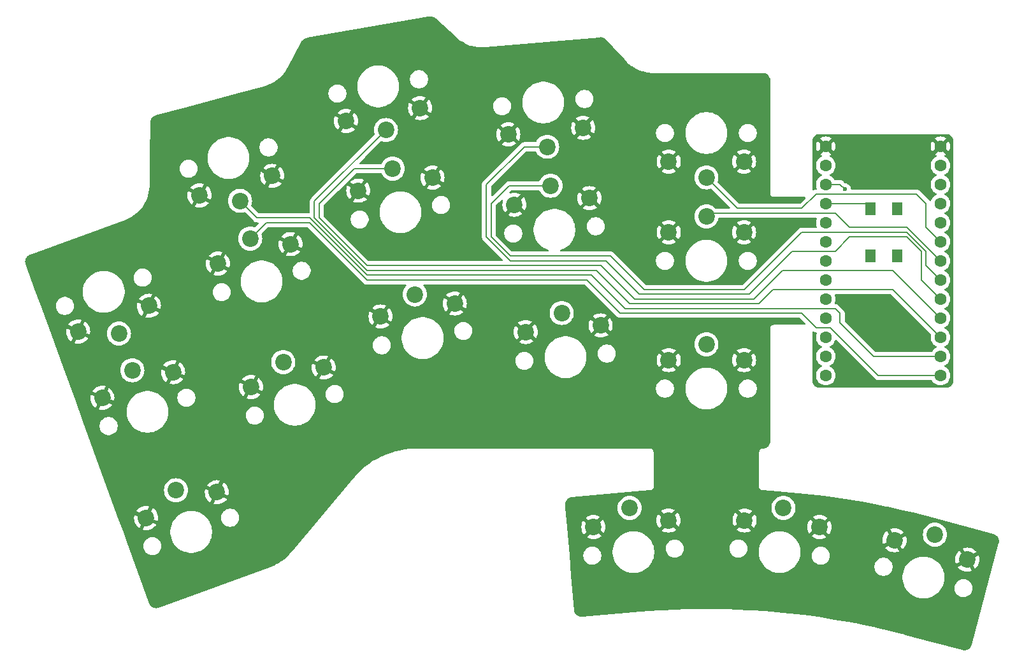
<source format=gtl>
G04 #@! TF.GenerationSoftware,KiCad,Pcbnew,8.0.7*
G04 #@! TF.CreationDate,2025-05-01T11:51:32+07:00*
G04 #@! TF.ProjectId,Lapka_ChocV1V2_Solder,4c61706b-615f-4436-986f-63563156325f,rev?*
G04 #@! TF.SameCoordinates,Original*
G04 #@! TF.FileFunction,Copper,L1,Top*
G04 #@! TF.FilePolarity,Positive*
%FSLAX46Y46*%
G04 Gerber Fmt 4.6, Leading zero omitted, Abs format (unit mm)*
G04 Created by KiCad (PCBNEW 8.0.7) date 2025-05-01 11:51:32*
%MOMM*%
%LPD*%
G01*
G04 APERTURE LIST*
G04 #@! TA.AperFunction,ComponentPad*
%ADD10C,2.200000*%
G04 #@! TD*
G04 #@! TA.AperFunction,SMDPad,CuDef*
%ADD11R,1.400000X1.700000*%
G04 #@! TD*
G04 #@! TA.AperFunction,ComponentPad*
%ADD12C,1.600000*%
G04 #@! TD*
G04 #@! TA.AperFunction,ViaPad*
%ADD13C,0.600000*%
G04 #@! TD*
G04 #@! TA.AperFunction,Conductor*
%ADD14C,0.200000*%
G04 #@! TD*
G04 APERTURE END LIST*
D10*
G04 #@! TO.P,SW6,1,OUT*
G04 #@! TO.N,SW6*
X95811188Y-89470003D03*
G04 #@! TO.P,SW6,2,IN*
G04 #@! TO.N,GND*
X91830967Y-93153458D03*
X101227894Y-89733256D03*
G04 #@! TD*
G04 #@! TO.P,SW4,1,OUT*
G04 #@! TO.N,SW4*
X150934321Y-59743649D03*
G04 #@! TO.P,SW4,2,IN*
G04 #@! TO.N,GND*
X155732267Y-57215861D03*
X145770320Y-58087419D03*
G04 #@! TD*
G04 #@! TO.P,SW5,1,OUT*
G04 #@! TO.N,SW5*
X172090001Y-63819998D03*
G04 #@! TO.P,SW5,2,IN*
G04 #@! TO.N,GND*
X177090001Y-61719998D03*
X167090001Y-61719998D03*
G04 #@! TD*
G04 #@! TO.P,SW13,1,OUT*
G04 #@! TO.N,SW13*
X133358878Y-79389430D03*
G04 #@! TO.P,SW13,2,IN*
G04 #@! TO.N,GND*
X128799500Y-82325767D03*
X138647578Y-80589286D03*
G04 #@! TD*
D11*
G04 #@! TO.P,REF\u002A\u002A,1*
G04 #@! TO.N,RSTG0*
X193879999Y-74269998D03*
G04 #@! TO.N,RST0*
X193880002Y-67969999D03*
G04 #@! TO.P,REF\u002A\u002A,2*
G04 #@! TO.N,RSTG1*
X197480002Y-74269999D03*
G04 #@! TO.N,RST1*
X197479999Y-67969999D03*
G04 #@! TD*
D12*
G04 #@! TO.P,U2,1,D1*
G04 #@! TO.N,SW1*
X187960000Y-62230000D03*
G04 #@! TO.P,U2,2,D0*
G04 #@! TO.N,SW11*
X187960000Y-64770000D03*
G04 #@! TO.P,U2,3,GND*
G04 #@! TO.N,RST0*
X187960000Y-67310000D03*
G04 #@! TO.P,U2,4,GND*
G04 #@! TO.N,unconnected-(U2-GND-Pad4)*
X187960000Y-69850000D03*
G04 #@! TO.P,U2,5,D2*
G04 #@! TO.N,SW6*
X187960000Y-72390000D03*
G04 #@! TO.P,U2,6,D3*
G04 #@! TO.N,SW12*
X187960000Y-74930000D03*
G04 #@! TO.P,U2,7,D4*
G04 #@! TO.N,SW14*
X187960000Y-77470000D03*
G04 #@! TO.P,U2,8,D5*
G04 #@! TO.N,SW18*
X187960000Y-80010000D03*
G04 #@! TO.P,U2,9,D6*
G04 #@! TO.N,SW15*
X187960000Y-82550000D03*
G04 #@! TO.P,U2,10,D7*
G04 #@! TO.N,SW17*
X187960000Y-85090000D03*
G04 #@! TO.P,U2,11,D8*
G04 #@! TO.N,SW16*
X187960000Y-87630000D03*
G04 #@! TO.P,U2,12,D9*
G04 #@! TO.N,SW13*
X187960000Y-90170000D03*
G04 #@! TO.P,U2,13,RAW*
G04 #@! TO.N,SW1*
X203200010Y-62229990D03*
G04 #@! TO.P,U2,14,GND*
G04 #@! TO.N,SW11*
X203200010Y-64769990D03*
G04 #@! TO.P,U2,15,RST*
G04 #@! TO.N,RST1*
X203200010Y-67309990D03*
G04 #@! TO.P,U2,16,VCC*
G04 #@! TO.N,unconnected-(U2-VCC-Pad16)*
X203200010Y-69849990D03*
G04 #@! TO.P,U2,17,D21*
G04 #@! TO.N,SW5*
X203200010Y-72389990D03*
G04 #@! TO.P,U2,18,D20*
G04 #@! TO.N,SW10*
X203200010Y-74929990D03*
G04 #@! TO.P,U2,19,D19*
G04 #@! TO.N,SW9*
X203200010Y-77469990D03*
G04 #@! TO.P,U2,20,D18*
G04 #@! TO.N,SW4*
X203200010Y-80009990D03*
G04 #@! TO.P,U2,21,D15*
G04 #@! TO.N,SW8*
X203200010Y-82549990D03*
G04 #@! TO.P,U2,22,D14*
G04 #@! TO.N,SW3*
X203200010Y-85089990D03*
G04 #@! TO.P,U2,23,D16*
G04 #@! TO.N,SW2*
X203200010Y-87629990D03*
G04 #@! TO.P,U2,24,D10*
G04 #@! TO.N,SW7*
X203200010Y-90169990D03*
G04 #@! TO.P,U2,28,B-*
G04 #@! TO.N,GND*
X187960000Y-59690000D03*
G04 #@! TO.P,U2,29,B+*
X203200010Y-59689990D03*
G04 #@! TD*
D10*
G04 #@! TO.P,SW3,1,OUT*
G04 #@! TO.N,SW3*
X129503928Y-57526661D03*
G04 #@! TO.P,SW3,2,IN*
G04 #@! TO.N,GND*
X134063306Y-54590324D03*
X124215228Y-56326805D03*
G04 #@! TD*
G04 #@! TO.P,SW7,1,OUT*
G04 #@! TO.N,SW7*
X111470070Y-71962439D03*
G04 #@! TO.P,SW7,2,IN*
G04 #@! TO.N,GND*
X107183960Y-75284978D03*
X116843219Y-72696788D03*
G04 #@! TD*
G04 #@! TO.P,SW12,1,OUT*
G04 #@! TO.N,SW12*
X115869967Y-88383129D03*
G04 #@! TO.P,SW12,2,IN*
G04 #@! TO.N,GND*
X111583857Y-91705668D03*
X121243116Y-89117478D03*
G04 #@! TD*
G04 #@! TO.P,SW17,1,OUT*
G04 #@! TO.N,SW17*
X182329119Y-107794544D03*
G04 #@! TO.P,SW17,2,IN*
G04 #@! TO.N,GND*
X177165118Y-109450774D03*
X187127065Y-110322332D03*
G04 #@! TD*
G04 #@! TO.P,SW10,1,OUT*
G04 #@! TO.N,SW10*
X172090008Y-69019990D03*
G04 #@! TO.P,SW10,2,IN*
G04 #@! TO.N,GND*
X167090008Y-71119990D03*
X177090008Y-71119990D03*
G04 #@! TD*
G04 #@! TO.P,SW1,1,OUT*
G04 #@! TO.N,SW1*
X94032728Y-84583580D03*
G04 #@! TO.P,SW1,2,IN*
G04 #@! TO.N,GND*
X98012949Y-80900125D03*
X88616022Y-84320327D03*
G04 #@! TD*
G04 #@! TO.P,SW2,1,OUT*
G04 #@! TO.N,SW2*
X110124139Y-66939659D03*
G04 #@! TO.P,SW2,2,IN*
G04 #@! TO.N,GND*
X114410249Y-63617120D03*
X104750990Y-66205310D03*
G04 #@! TD*
G04 #@! TO.P,SW18,1,OUT*
G04 #@! TO.N,SW18*
X202460222Y-111344131D03*
G04 #@! TO.P,SW18,2,IN*
G04 #@! TO.N,GND*
X197087073Y-112078480D03*
X206746332Y-114666670D03*
G04 #@! TD*
G04 #@! TO.P,SW15,1,OUT*
G04 #@! TO.N,SW15*
X172090003Y-86019996D03*
G04 #@! TO.P,SW15,2,IN*
G04 #@! TO.N,GND*
X167090003Y-88119996D03*
X177090003Y-88119996D03*
G04 #@! TD*
G04 #@! TO.P,SW11,1,OUT*
G04 #@! TO.N,SW11*
X101625481Y-105444801D03*
G04 #@! TO.P,SW11,2,IN*
G04 #@! TO.N,GND*
X97645260Y-109128256D03*
X107042187Y-105708054D03*
G04 #@! TD*
G04 #@! TO.P,SW9,1,OUT*
G04 #@! TO.N,SW9*
X151387584Y-64923846D03*
G04 #@! TO.P,SW9,2,IN*
G04 #@! TO.N,GND*
X146589638Y-67451634D03*
X156551585Y-66580076D03*
G04 #@! TD*
G04 #@! TO.P,SW8,1,OUT*
G04 #@! TO.N,SW8*
X130406877Y-62647727D03*
G04 #@! TO.P,SW8,2,IN*
G04 #@! TO.N,GND*
X125847499Y-65584064D03*
X135695577Y-63847583D03*
G04 #@! TD*
G04 #@! TO.P,SW14,1,OUT*
G04 #@! TO.N,SW14*
X152869191Y-81859148D03*
G04 #@! TO.P,SW14,2,IN*
G04 #@! TO.N,GND*
X148071245Y-84386936D03*
X158033192Y-83515378D03*
G04 #@! TD*
G04 #@! TO.P,SW16,1,OUT*
G04 #@! TO.N,SW16*
X161887585Y-107794547D03*
G04 #@! TO.P,SW16,2,IN*
G04 #@! TO.N,GND*
X157089639Y-110322335D03*
X167051586Y-109450777D03*
G04 #@! TD*
D13*
G04 #@! TO.N,SW11*
X190500000Y-65405000D03*
G04 #@! TO.N,GND*
X194945000Y-84455000D03*
X195580000Y-84455000D03*
X196850000Y-85725000D03*
X195580000Y-83185000D03*
X197485000Y-84455000D03*
X194310000Y-85725000D03*
X194310000Y-83820000D03*
X196215000Y-83820000D03*
X194945000Y-83820000D03*
X195580000Y-85090000D03*
X194945000Y-85725000D03*
X194945000Y-81280000D03*
X196215000Y-85725000D03*
X194945000Y-81915000D03*
X194945000Y-83185000D03*
X196850000Y-83820000D03*
X193675000Y-84455000D03*
X193675000Y-83185000D03*
X194310000Y-84455000D03*
X193675000Y-82550000D03*
X197485000Y-83185000D03*
X194310000Y-85090000D03*
X197485000Y-82550000D03*
X196850000Y-81280000D03*
X196850000Y-85090000D03*
X196850000Y-84455000D03*
X196215000Y-81915000D03*
X194945000Y-85090000D03*
X198120000Y-83185000D03*
X193040000Y-82550000D03*
X196850000Y-81915000D03*
X194310000Y-81280000D03*
X196215000Y-85090000D03*
X195580000Y-83820000D03*
X198120000Y-82550000D03*
X194310000Y-81915000D03*
X193675000Y-85090000D03*
X196215000Y-81280000D03*
X193040000Y-83185000D03*
X196215000Y-84455000D03*
X196215000Y-83185000D03*
X197485000Y-85090000D03*
G04 #@! TO.N,RST0*
X193880002Y-67969999D03*
G04 #@! TO.N,RST1*
X197479999Y-67969999D03*
G04 #@! TO.N,RSTG1*
X197480002Y-74269999D03*
G04 #@! TO.N,RSTG0*
X193879999Y-74269998D03*
G04 #@! TD*
D14*
G04 #@! TO.N,SW11*
X190500000Y-65405000D02*
X189865000Y-64770000D01*
X187960010Y-64769990D02*
X187960000Y-64770000D01*
X189865000Y-64770000D02*
X187960000Y-64770000D01*
G04 #@! TO.N,SW8*
X125312273Y-62647727D02*
X120650000Y-67310000D01*
X127000000Y-75565000D02*
X158115000Y-75565000D01*
X178435000Y-80010000D02*
X182245001Y-76199999D01*
X182245001Y-76199999D02*
X196850019Y-76199999D01*
X130406877Y-62647727D02*
X125312273Y-62647727D01*
X158115000Y-75565000D02*
X162560000Y-80010000D01*
X203200003Y-82550001D02*
X203200003Y-82549997D01*
X120650000Y-69215000D02*
X127000000Y-75565000D01*
X162560000Y-80010000D02*
X178435000Y-80010000D01*
X196850019Y-76199999D02*
X203200010Y-82549990D01*
X120650000Y-67310000D02*
X120650000Y-69215000D01*
X203200003Y-82549997D02*
X203200010Y-82549990D01*
G04 #@! TO.N,SW10*
X189230000Y-68580000D02*
X172529998Y-68580000D01*
X172529998Y-68580000D02*
X172090008Y-69019990D01*
X198755006Y-70485000D02*
X191135000Y-70485000D01*
X203200002Y-74929996D02*
X198755006Y-70485000D01*
X191135000Y-70485000D02*
X189230000Y-68580000D01*
G04 #@! TO.N,SW4*
X163195000Y-79375000D02*
X158750000Y-74930000D01*
X200660000Y-77469980D02*
X200660000Y-73660000D01*
X158750000Y-74930000D02*
X146050000Y-74930000D01*
X200660000Y-73660000D02*
X198755000Y-71755000D01*
X147901351Y-59743649D02*
X150934321Y-59743649D01*
X142875000Y-64770000D02*
X147901351Y-59743649D01*
X177800000Y-79375000D02*
X163195000Y-79375000D01*
X203200010Y-80009990D02*
X200660000Y-77469980D01*
X203200001Y-80009999D02*
X203200010Y-80009990D01*
X146050000Y-74930000D02*
X142875000Y-71755000D01*
X189230000Y-73660000D02*
X183515000Y-73660000D01*
X198755000Y-71755000D02*
X191135000Y-71755000D01*
X142875000Y-71755000D02*
X142875000Y-64770000D01*
X183515000Y-73660000D02*
X177800000Y-79375000D01*
X191135000Y-71755000D02*
X189230000Y-73660000D01*
G04 #@! TO.N,SW3*
X180975000Y-78740000D02*
X179070000Y-80645000D01*
X157480000Y-76200000D02*
X127000000Y-76200000D01*
X196850000Y-78740000D02*
X180975000Y-78740000D01*
X120015000Y-67015589D02*
X129503928Y-57526661D01*
X161925000Y-80645000D02*
X157480000Y-76200000D01*
X127000000Y-76200000D02*
X120015000Y-69215000D01*
X120015000Y-69215000D02*
X120015000Y-67015589D01*
X203200001Y-85090001D02*
X196850000Y-78740000D01*
X179070000Y-80645000D02*
X161925000Y-80645000D01*
G04 #@! TO.N,SW9*
X143510000Y-67310000D02*
X143510000Y-71755000D01*
X151387584Y-64923846D02*
X145896154Y-64923846D01*
X163830000Y-78740000D02*
X177165000Y-78740000D01*
X198755000Y-71120000D02*
X201295000Y-73660000D01*
X203200010Y-77469990D02*
X203200000Y-77470000D01*
X159385000Y-74295000D02*
X163830000Y-78740000D01*
X146050000Y-74295000D02*
X159385000Y-74295000D01*
X201295000Y-73660000D02*
X201295000Y-75565000D01*
X201295000Y-75565000D02*
X203199990Y-77469990D01*
X203200000Y-77470000D02*
X203199995Y-77470000D01*
X203199990Y-77469990D02*
X203200010Y-77469990D01*
X145896154Y-64923846D02*
X143510000Y-67310000D01*
X143510000Y-71755000D02*
X146050000Y-74295000D01*
X177165000Y-78740000D02*
X184785000Y-71120000D01*
X184785000Y-71120000D02*
X198755000Y-71120000D01*
G04 #@! TO.N,SW2*
X203200004Y-87630002D02*
X203200002Y-87630000D01*
X161290000Y-81280000D02*
X156845000Y-76835000D01*
X127000000Y-76835000D02*
X119380000Y-69215000D01*
X189865000Y-83185000D02*
X189865000Y-81915000D01*
X156845000Y-76835000D02*
X127000000Y-76835000D01*
X194310000Y-87630000D02*
X189865000Y-83185000D01*
X189865000Y-81915000D02*
X189230000Y-81280000D01*
X119380000Y-69215000D02*
X112395000Y-69215000D01*
X203200002Y-87630000D02*
X194310000Y-87630000D01*
X112395000Y-69215000D02*
X112395000Y-69210520D01*
X189230000Y-81280000D02*
X161290000Y-81280000D01*
X112395000Y-69210520D02*
X110124139Y-66939659D01*
G04 #@! TO.N,SW5*
X184785000Y-67945000D02*
X176215003Y-67945000D01*
X186690000Y-66040000D02*
X184785000Y-67945000D01*
X200025000Y-66040000D02*
X186690000Y-66040000D01*
X203200003Y-72389999D02*
X201295000Y-70484996D01*
X201295000Y-70484996D02*
X201295000Y-67310000D01*
X201295000Y-67310000D02*
X200025000Y-66040000D01*
X176215003Y-67945000D02*
X172090001Y-63819998D01*
G04 #@! TO.N,SW1*
X94161308Y-84455000D02*
X94032728Y-84583580D01*
X187960010Y-62229990D02*
X187960000Y-62230000D01*
G04 #@! TO.N,SW7*
X127000000Y-77470000D02*
X119380000Y-69850000D01*
X156210000Y-77470000D02*
X127000000Y-77470000D01*
X160655000Y-81915000D02*
X156210000Y-77470000D01*
X113582509Y-69850000D02*
X111470070Y-71962439D01*
X194944993Y-90169993D02*
X188595000Y-83820000D01*
X203200001Y-90169993D02*
X194944993Y-90169993D01*
X119380000Y-69850000D02*
X113582509Y-69850000D01*
X186690000Y-83820000D02*
X184785000Y-81915000D01*
X188595000Y-83820000D02*
X186690000Y-83820000D01*
X184785000Y-81915000D02*
X160655000Y-81915000D01*
G04 #@! TO.N,RST0*
X193220003Y-67310000D02*
X187960000Y-67310000D01*
X193880002Y-67969999D02*
X193220003Y-67310000D01*
X193675000Y-68175001D02*
X193880002Y-67969999D01*
G04 #@! TD*
G04 #@! TA.AperFunction,Conductor*
G04 #@! TO.N,GND*
G36*
X135522414Y-42395854D02*
G01*
X135541064Y-42398280D01*
X135671160Y-42425379D01*
X135689215Y-42430597D01*
X135813693Y-42477073D01*
X135830773Y-42484975D01*
X135946763Y-42549750D01*
X135962456Y-42560150D01*
X136056650Y-42633448D01*
X136071904Y-42647519D01*
X136086811Y-42663781D01*
X136097454Y-42670559D01*
X136114204Y-42683349D01*
X136129357Y-42697108D01*
X136129672Y-42697359D01*
X138901543Y-45213794D01*
X138908684Y-45220823D01*
X138936475Y-45250486D01*
X138936479Y-45250489D01*
X138944313Y-45255359D01*
X138962199Y-45268861D01*
X138967281Y-45273475D01*
X138974998Y-45280480D01*
X138975084Y-45280548D01*
X139070054Y-45366794D01*
X139072940Y-45369415D01*
X139072945Y-45369420D01*
X139400125Y-45620596D01*
X139400135Y-45620602D01*
X139400144Y-45620609D01*
X139746921Y-45844001D01*
X140110914Y-46038072D01*
X140110913Y-46038072D01*
X140110918Y-46038074D01*
X140489662Y-46201510D01*
X140746410Y-46288000D01*
X140880569Y-46333195D01*
X140880573Y-46333196D01*
X140880579Y-46333198D01*
X141281014Y-46432244D01*
X141688245Y-46497976D01*
X142099507Y-46529945D01*
X142512005Y-46527936D01*
X142512016Y-46527935D01*
X142512017Y-46527935D01*
X142717469Y-46509926D01*
X142717470Y-46509926D01*
X142722798Y-46509459D01*
X142722798Y-46509463D01*
X142722813Y-46509457D01*
X157873326Y-45183967D01*
X157873343Y-45183967D01*
X157890448Y-45182469D01*
X157890450Y-45182470D01*
X157906644Y-45181051D01*
X157906655Y-45181054D01*
X157906655Y-45181051D01*
X157906656Y-45181051D01*
X157951388Y-45177137D01*
X157960783Y-45176674D01*
X158098371Y-45175120D01*
X158117143Y-45176336D01*
X158248678Y-45194960D01*
X158267055Y-45199004D01*
X158394257Y-45237323D01*
X158411817Y-45244105D01*
X158531747Y-45301233D01*
X158548077Y-45310594D01*
X158657980Y-45385218D01*
X158672705Y-45396944D01*
X158773496Y-45490547D01*
X158780149Y-45497213D01*
X158821702Y-45542142D01*
X158821704Y-45542143D01*
X158829315Y-45550372D01*
X158829317Y-45550375D01*
X159716794Y-46509926D01*
X161207668Y-48121879D01*
X161369600Y-48296961D01*
X161369754Y-48297128D01*
X161380581Y-48308877D01*
X161380581Y-48308878D01*
X161398288Y-48328093D01*
X161520623Y-48460850D01*
X161520642Y-48460869D01*
X161569289Y-48505608D01*
X161824884Y-48740671D01*
X162151186Y-48994414D01*
X162151197Y-48994421D01*
X162151202Y-48994425D01*
X162228786Y-49045070D01*
X162497318Y-49220362D01*
X162860916Y-49416972D01*
X162860921Y-49416974D01*
X162860920Y-49416974D01*
X163239489Y-49582897D01*
X163239495Y-49582899D01*
X163239501Y-49582902D01*
X163630488Y-49717022D01*
X164031211Y-49818416D01*
X164031220Y-49818417D01*
X164031222Y-49818418D01*
X164132913Y-49835371D01*
X164438935Y-49886391D01*
X164850878Y-49920485D01*
X165057379Y-49920469D01*
X179514905Y-49920470D01*
X179515000Y-49920478D01*
X179524110Y-49920477D01*
X179524113Y-49920478D01*
X179584601Y-49920472D01*
X179595388Y-49920942D01*
X179752761Y-49934697D01*
X179774030Y-49938446D01*
X179921378Y-49977918D01*
X179941673Y-49985304D01*
X180079920Y-50049765D01*
X180098627Y-50060565D01*
X180223579Y-50148055D01*
X180240130Y-50161944D01*
X180347979Y-50269797D01*
X180361874Y-50286358D01*
X180449348Y-50411295D01*
X180460156Y-50430017D01*
X180524604Y-50568252D01*
X180531996Y-50588567D01*
X180571457Y-50735896D01*
X180575208Y-50757186D01*
X180588047Y-50904142D01*
X180588261Y-50922910D01*
X180586286Y-50953539D01*
X180586287Y-50953547D01*
X180587073Y-50957476D01*
X180589481Y-50981802D01*
X180589480Y-50993776D01*
X180589500Y-50994082D01*
X180589501Y-65985848D01*
X180589501Y-65985849D01*
X180589502Y-65985851D01*
X180592222Y-65996002D01*
X180622192Y-66107855D01*
X180623610Y-66113145D01*
X180633797Y-66130789D01*
X180633799Y-66130792D01*
X180633797Y-66130792D01*
X180686871Y-66222719D01*
X180686872Y-66222719D01*
X180686879Y-66222731D01*
X180689502Y-66227273D01*
X180782688Y-66320459D01*
X180802830Y-66332088D01*
X180841322Y-66354312D01*
X180896815Y-66386351D01*
X181024109Y-66420459D01*
X185160934Y-66420468D01*
X185227973Y-66440153D01*
X185273727Y-66492957D01*
X185283671Y-66562115D01*
X185254646Y-66625671D01*
X185248614Y-66632149D01*
X184572584Y-67308181D01*
X184511261Y-67341666D01*
X184484903Y-67344500D01*
X176515101Y-67344500D01*
X176448062Y-67324815D01*
X176427420Y-67308181D01*
X173622292Y-64503053D01*
X173588807Y-64441730D01*
X173593791Y-64372038D01*
X173595388Y-64367978D01*
X173616874Y-64316109D01*
X173675684Y-64071146D01*
X173695450Y-63819998D01*
X173675684Y-63568850D01*
X173616874Y-63323887D01*
X173602205Y-63288472D01*
X173520467Y-63091138D01*
X173392750Y-62882724D01*
X173388839Y-62876343D01*
X173388839Y-62876341D01*
X173351876Y-62833064D01*
X173225225Y-62684774D01*
X173090508Y-62569715D01*
X173033657Y-62521159D01*
X173033654Y-62521158D01*
X172818860Y-62389531D01*
X172586111Y-62293124D01*
X172341152Y-62234315D01*
X172090001Y-62214549D01*
X171838849Y-62234315D01*
X171593890Y-62293124D01*
X171361141Y-62389531D01*
X171146347Y-62521158D01*
X171146344Y-62521159D01*
X170954777Y-62684774D01*
X170791162Y-62876341D01*
X170791161Y-62876344D01*
X170659534Y-63091138D01*
X170563127Y-63323887D01*
X170504318Y-63568846D01*
X170484552Y-63819998D01*
X170504318Y-64071149D01*
X170563127Y-64316108D01*
X170659534Y-64548857D01*
X170791161Y-64763651D01*
X170791162Y-64763654D01*
X170821908Y-64799653D01*
X170954777Y-64955222D01*
X171072162Y-65055478D01*
X171146344Y-65118836D01*
X171146347Y-65118837D01*
X171361141Y-65250464D01*
X171593890Y-65346871D01*
X171838853Y-65405681D01*
X172090001Y-65425447D01*
X172341149Y-65405681D01*
X172586112Y-65346871D01*
X172637924Y-65325409D01*
X172707389Y-65317940D01*
X172769869Y-65349214D01*
X172773056Y-65352289D01*
X175188586Y-67767819D01*
X175222071Y-67829142D01*
X175217087Y-67898834D01*
X175175215Y-67954767D01*
X175109751Y-67979184D01*
X175100905Y-67979500D01*
X173363307Y-67979500D01*
X173296268Y-67959815D01*
X173269017Y-67936032D01*
X173264023Y-67930185D01*
X173225232Y-67884766D01*
X173088305Y-67767819D01*
X173033664Y-67721151D01*
X173033661Y-67721150D01*
X172818867Y-67589523D01*
X172586118Y-67493116D01*
X172341159Y-67434307D01*
X172090008Y-67414541D01*
X171838856Y-67434307D01*
X171593897Y-67493116D01*
X171361148Y-67589523D01*
X171146354Y-67721150D01*
X171146351Y-67721151D01*
X170954784Y-67884766D01*
X170791169Y-68076333D01*
X170791168Y-68076336D01*
X170659541Y-68291130D01*
X170563134Y-68523879D01*
X170504325Y-68768838D01*
X170484559Y-69019990D01*
X170504325Y-69271141D01*
X170563134Y-69516100D01*
X170659541Y-69748849D01*
X170791168Y-69963643D01*
X170791169Y-69963646D01*
X170791172Y-69963649D01*
X170954784Y-70155214D01*
X171039480Y-70227551D01*
X171146351Y-70318828D01*
X171146354Y-70318829D01*
X171361148Y-70450456D01*
X171555320Y-70530884D01*
X171593897Y-70546863D01*
X171838860Y-70605673D01*
X172090008Y-70625439D01*
X172341156Y-70605673D01*
X172586119Y-70546863D01*
X172818867Y-70450456D01*
X173033667Y-70318826D01*
X173225232Y-70155214D01*
X173388844Y-69963649D01*
X173520474Y-69748849D01*
X173616881Y-69516101D01*
X173674631Y-69275552D01*
X173709422Y-69214961D01*
X173771448Y-69182797D01*
X173795205Y-69180500D01*
X186642609Y-69180500D01*
X186709648Y-69200185D01*
X186755403Y-69252989D01*
X186765347Y-69322147D01*
X186754991Y-69356905D01*
X186733261Y-69403502D01*
X186733258Y-69403511D01*
X186674366Y-69623302D01*
X186674364Y-69623313D01*
X186654532Y-69849998D01*
X186654532Y-69850001D01*
X186674364Y-70076686D01*
X186674366Y-70076697D01*
X186733258Y-70296488D01*
X186733261Y-70296497D01*
X186754991Y-70343095D01*
X186765483Y-70412172D01*
X186736964Y-70475956D01*
X186678487Y-70514196D01*
X186642609Y-70519500D01*
X184705940Y-70519500D01*
X184665019Y-70530464D01*
X184665019Y-70530465D01*
X184627751Y-70540451D01*
X184553214Y-70560423D01*
X184553209Y-70560426D01*
X184416290Y-70639475D01*
X184416282Y-70639481D01*
X184338983Y-70716781D01*
X184304480Y-70751284D01*
X184304478Y-70751286D01*
X180618860Y-74436905D01*
X176952584Y-78103181D01*
X176891261Y-78136666D01*
X176864903Y-78139500D01*
X164130097Y-78139500D01*
X164063058Y-78119815D01*
X164042416Y-78103181D01*
X160764738Y-74825503D01*
X165389508Y-74825503D01*
X165389508Y-75014476D01*
X165419067Y-75201108D01*
X165477462Y-75380826D01*
X165526744Y-75477546D01*
X165563248Y-75549189D01*
X165674318Y-75702063D01*
X165807935Y-75835680D01*
X165960809Y-75946750D01*
X165982463Y-75957783D01*
X166129171Y-76032535D01*
X166129173Y-76032535D01*
X166129176Y-76032537D01*
X166215412Y-76060557D01*
X166308889Y-76090930D01*
X166495522Y-76120490D01*
X166495527Y-76120490D01*
X166684494Y-76120490D01*
X166871126Y-76090930D01*
X166881350Y-76087608D01*
X167050840Y-76032537D01*
X167219207Y-75946750D01*
X167372081Y-75835680D01*
X167505698Y-75702063D01*
X167616768Y-75549189D01*
X167702555Y-75380822D01*
X167760948Y-75201108D01*
X167762799Y-75189420D01*
X167790508Y-75014476D01*
X167790508Y-74825503D01*
X167780785Y-74764116D01*
X169314508Y-74764116D01*
X169314508Y-75075863D01*
X169349410Y-75385623D01*
X169349412Y-75385639D01*
X169418779Y-75689557D01*
X169418783Y-75689569D01*
X169521741Y-75983804D01*
X169656996Y-76264664D01*
X169656998Y-76264667D01*
X169822852Y-76528623D01*
X169904374Y-76630848D01*
X170017127Y-76772237D01*
X170017217Y-76772349D01*
X170237649Y-76992781D01*
X170481375Y-77187146D01*
X170745331Y-77353000D01*
X171026197Y-77488258D01*
X171247182Y-77565584D01*
X171320428Y-77591214D01*
X171320440Y-77591218D01*
X171624362Y-77660586D01*
X171934134Y-77695489D01*
X171934135Y-77695490D01*
X171934139Y-77695490D01*
X172245881Y-77695490D01*
X172245881Y-77695489D01*
X172555654Y-77660586D01*
X172859576Y-77591218D01*
X173153819Y-77488258D01*
X173434685Y-77353000D01*
X173698641Y-77187146D01*
X173942367Y-76992781D01*
X174162799Y-76772349D01*
X174357164Y-76528623D01*
X174523018Y-76264667D01*
X174658276Y-75983801D01*
X174761236Y-75689558D01*
X174830604Y-75385636D01*
X174865508Y-75075859D01*
X174865508Y-74825503D01*
X176389508Y-74825503D01*
X176389508Y-75014476D01*
X176419067Y-75201108D01*
X176477462Y-75380826D01*
X176526744Y-75477546D01*
X176563248Y-75549189D01*
X176674318Y-75702063D01*
X176807935Y-75835680D01*
X176960809Y-75946750D01*
X176982463Y-75957783D01*
X177129171Y-76032535D01*
X177129173Y-76032535D01*
X177129176Y-76032537D01*
X177215412Y-76060557D01*
X177308889Y-76090930D01*
X177495522Y-76120490D01*
X177495527Y-76120490D01*
X177684494Y-76120490D01*
X177871126Y-76090930D01*
X177881350Y-76087608D01*
X178050840Y-76032537D01*
X178219207Y-75946750D01*
X178372081Y-75835680D01*
X178505698Y-75702063D01*
X178616768Y-75549189D01*
X178702555Y-75380822D01*
X178760948Y-75201108D01*
X178762799Y-75189420D01*
X178790508Y-75014476D01*
X178790508Y-74825503D01*
X178760948Y-74638871D01*
X178724581Y-74526946D01*
X178702555Y-74459158D01*
X178702553Y-74459155D01*
X178702553Y-74459153D01*
X178638269Y-74332989D01*
X178616768Y-74290791D01*
X178505698Y-74137917D01*
X178372081Y-74004300D01*
X178219207Y-73893230D01*
X178050844Y-73807444D01*
X177871126Y-73749049D01*
X177684494Y-73719490D01*
X177684489Y-73719490D01*
X177495527Y-73719490D01*
X177495522Y-73719490D01*
X177308889Y-73749049D01*
X177129171Y-73807444D01*
X176960808Y-73893230D01*
X176905586Y-73933352D01*
X176807935Y-74004300D01*
X176807933Y-74004302D01*
X176807932Y-74004302D01*
X176674320Y-74137914D01*
X176674320Y-74137915D01*
X176674318Y-74137917D01*
X176652938Y-74167344D01*
X176563248Y-74290790D01*
X176477462Y-74459153D01*
X176419067Y-74638871D01*
X176389508Y-74825503D01*
X174865508Y-74825503D01*
X174865508Y-74764121D01*
X174830604Y-74454344D01*
X174761236Y-74150422D01*
X174757770Y-74140518D01*
X174682807Y-73926286D01*
X174658276Y-73856179D01*
X174523018Y-73575313D01*
X174357164Y-73311357D01*
X174162799Y-73067631D01*
X173942367Y-72847199D01*
X173928933Y-72836486D01*
X173764277Y-72705177D01*
X173698641Y-72652834D01*
X173434685Y-72486980D01*
X173434682Y-72486978D01*
X173153822Y-72351723D01*
X172859587Y-72248765D01*
X172859575Y-72248761D01*
X172555657Y-72179394D01*
X172555641Y-72179392D01*
X172245881Y-72144490D01*
X172245877Y-72144490D01*
X171934139Y-72144490D01*
X171934135Y-72144490D01*
X171624374Y-72179392D01*
X171624358Y-72179394D01*
X171320440Y-72248761D01*
X171320428Y-72248765D01*
X171026193Y-72351723D01*
X170745333Y-72486978D01*
X170481376Y-72652833D01*
X170237649Y-72847198D01*
X170017216Y-73067631D01*
X169822851Y-73311358D01*
X169656996Y-73575315D01*
X169521741Y-73856175D01*
X169418783Y-74150410D01*
X169418779Y-74150422D01*
X169349412Y-74454340D01*
X169349410Y-74454356D01*
X169314508Y-74764116D01*
X167780785Y-74764116D01*
X167760948Y-74638871D01*
X167724581Y-74526946D01*
X167702555Y-74459158D01*
X167702553Y-74459155D01*
X167702553Y-74459153D01*
X167638269Y-74332989D01*
X167616768Y-74290791D01*
X167505698Y-74137917D01*
X167372081Y-74004300D01*
X167219207Y-73893230D01*
X167050844Y-73807444D01*
X166871126Y-73749049D01*
X166684494Y-73719490D01*
X166684489Y-73719490D01*
X166495527Y-73719490D01*
X166495522Y-73719490D01*
X166308889Y-73749049D01*
X166129171Y-73807444D01*
X165960808Y-73893230D01*
X165905586Y-73933352D01*
X165807935Y-74004300D01*
X165807933Y-74004302D01*
X165807932Y-74004302D01*
X165674320Y-74137914D01*
X165674320Y-74137915D01*
X165674318Y-74137917D01*
X165652938Y-74167344D01*
X165563248Y-74290790D01*
X165477462Y-74459153D01*
X165419067Y-74638871D01*
X165389508Y-74825503D01*
X160764738Y-74825503D01*
X159872590Y-73933355D01*
X159872588Y-73933352D01*
X159753717Y-73814481D01*
X159753716Y-73814480D01*
X159640388Y-73749050D01*
X159640388Y-73749049D01*
X159640383Y-73749048D01*
X159632148Y-73744293D01*
X159616786Y-73735423D01*
X159557323Y-73719490D01*
X159464057Y-73694499D01*
X159305943Y-73694499D01*
X159298347Y-73694499D01*
X159298331Y-73694500D01*
X152767096Y-73694500D01*
X152700057Y-73674815D01*
X152654302Y-73622011D01*
X152644358Y-73552853D01*
X152673383Y-73489297D01*
X152726141Y-73453459D01*
X152838307Y-73414209D01*
X152965614Y-73369663D01*
X153246480Y-73234405D01*
X153510436Y-73068551D01*
X153754162Y-72874186D01*
X153974594Y-72653754D01*
X154168959Y-72410028D01*
X154334813Y-72146072D01*
X154470071Y-71865206D01*
X154573031Y-71570963D01*
X154642399Y-71267041D01*
X154677303Y-70957264D01*
X154677303Y-70645526D01*
X154642399Y-70335749D01*
X154617704Y-70227551D01*
X156180374Y-70227551D01*
X156180374Y-70416524D01*
X156209933Y-70603156D01*
X156268328Y-70782874D01*
X156354114Y-70951237D01*
X156465184Y-71104111D01*
X156598801Y-71237728D01*
X156751675Y-71348798D01*
X156795371Y-71371062D01*
X156920037Y-71434583D01*
X156920039Y-71434583D01*
X156920042Y-71434585D01*
X156975714Y-71452674D01*
X157099755Y-71492978D01*
X157286388Y-71522538D01*
X157286393Y-71522538D01*
X157475360Y-71522538D01*
X157661992Y-71492978D01*
X157721806Y-71473543D01*
X157841706Y-71434585D01*
X158010073Y-71348798D01*
X158162947Y-71237728D01*
X158280685Y-71119990D01*
X165485060Y-71119990D01*
X165504820Y-71371062D01*
X165563611Y-71615946D01*
X165659988Y-71848621D01*
X165791576Y-72063352D01*
X165792274Y-72064169D01*
X166525395Y-71331048D01*
X166530897Y-71351581D01*
X166609889Y-71488398D01*
X166721600Y-71600109D01*
X166858417Y-71679101D01*
X166878948Y-71684602D01*
X166145827Y-72417722D01*
X166145827Y-72417723D01*
X166146642Y-72418419D01*
X166361376Y-72550009D01*
X166594051Y-72646386D01*
X166838935Y-72705177D01*
X167090008Y-72724937D01*
X167341080Y-72705177D01*
X167585964Y-72646386D01*
X167818639Y-72550009D01*
X168033369Y-72418422D01*
X168033371Y-72418420D01*
X168034188Y-72417722D01*
X167301067Y-71684602D01*
X167321599Y-71679101D01*
X167458416Y-71600109D01*
X167570127Y-71488398D01*
X167649119Y-71351581D01*
X167654620Y-71331049D01*
X168387740Y-72064170D01*
X168388438Y-72063353D01*
X168388440Y-72063351D01*
X168520027Y-71848621D01*
X168616404Y-71615946D01*
X168675195Y-71371062D01*
X168694955Y-71119990D01*
X175485060Y-71119990D01*
X175504820Y-71371062D01*
X175563611Y-71615946D01*
X175659988Y-71848621D01*
X175791576Y-72063352D01*
X175792274Y-72064169D01*
X176525395Y-71331048D01*
X176530897Y-71351581D01*
X176609889Y-71488398D01*
X176721600Y-71600109D01*
X176858417Y-71679101D01*
X176878948Y-71684602D01*
X176145827Y-72417722D01*
X176145827Y-72417723D01*
X176146642Y-72418419D01*
X176361376Y-72550009D01*
X176594051Y-72646386D01*
X176838935Y-72705177D01*
X177090008Y-72724937D01*
X177341080Y-72705177D01*
X177585964Y-72646386D01*
X177818639Y-72550009D01*
X178033369Y-72418422D01*
X178033371Y-72418420D01*
X178034188Y-72417722D01*
X177301067Y-71684602D01*
X177321599Y-71679101D01*
X177458416Y-71600109D01*
X177570127Y-71488398D01*
X177649119Y-71351581D01*
X177654620Y-71331049D01*
X178387740Y-72064170D01*
X178388438Y-72063353D01*
X178388440Y-72063351D01*
X178520027Y-71848621D01*
X178616404Y-71615946D01*
X178675195Y-71371062D01*
X178694955Y-71119990D01*
X178675195Y-70868917D01*
X178616404Y-70624033D01*
X178520027Y-70391358D01*
X178388437Y-70176624D01*
X178387741Y-70175809D01*
X178387740Y-70175809D01*
X177654620Y-70908929D01*
X177649119Y-70888399D01*
X177570127Y-70751582D01*
X177458416Y-70639871D01*
X177321599Y-70560879D01*
X177301065Y-70555377D01*
X178034187Y-69822256D01*
X178033370Y-69821558D01*
X177818639Y-69689970D01*
X177585964Y-69593593D01*
X177341080Y-69534802D01*
X177090008Y-69515042D01*
X176838935Y-69534802D01*
X176594051Y-69593593D01*
X176361376Y-69689970D01*
X176146645Y-69821557D01*
X176145826Y-69822256D01*
X176878948Y-70555377D01*
X176858417Y-70560879D01*
X176721600Y-70639871D01*
X176609889Y-70751582D01*
X176530897Y-70888399D01*
X176525395Y-70908930D01*
X175792274Y-70175808D01*
X175791575Y-70176627D01*
X175659988Y-70391358D01*
X175563611Y-70624033D01*
X175504820Y-70868917D01*
X175485060Y-71119990D01*
X168694955Y-71119990D01*
X168675195Y-70868917D01*
X168616404Y-70624033D01*
X168520027Y-70391358D01*
X168388437Y-70176624D01*
X168387741Y-70175809D01*
X168387740Y-70175809D01*
X167654620Y-70908929D01*
X167649119Y-70888399D01*
X167570127Y-70751582D01*
X167458416Y-70639871D01*
X167321599Y-70560879D01*
X167301065Y-70555377D01*
X168034187Y-69822256D01*
X168033370Y-69821558D01*
X167818639Y-69689970D01*
X167585964Y-69593593D01*
X167341080Y-69534802D01*
X167090008Y-69515042D01*
X166838935Y-69534802D01*
X166594051Y-69593593D01*
X166361376Y-69689970D01*
X166146645Y-69821557D01*
X166145826Y-69822256D01*
X166878948Y-70555377D01*
X166858417Y-70560879D01*
X166721600Y-70639871D01*
X166609889Y-70751582D01*
X166530897Y-70888399D01*
X166525395Y-70908930D01*
X165792274Y-70175808D01*
X165791575Y-70176627D01*
X165659988Y-70391358D01*
X165563611Y-70624033D01*
X165504820Y-70868917D01*
X165485060Y-71119990D01*
X158280685Y-71119990D01*
X158296564Y-71104111D01*
X158407634Y-70951237D01*
X158493421Y-70782870D01*
X158551814Y-70603156D01*
X158581374Y-70416524D01*
X158581374Y-70227551D01*
X158551814Y-70040919D01*
X158514287Y-69925424D01*
X158493421Y-69861206D01*
X158493419Y-69861203D01*
X158493419Y-69861201D01*
X158436172Y-69748849D01*
X158407634Y-69692839D01*
X158296564Y-69539965D01*
X158162947Y-69406348D01*
X158010073Y-69295278D01*
X157982451Y-69281204D01*
X157841710Y-69209492D01*
X157661992Y-69151097D01*
X157475360Y-69121538D01*
X157475355Y-69121538D01*
X157286393Y-69121538D01*
X157286388Y-69121538D01*
X157099755Y-69151097D01*
X156920037Y-69209492D01*
X156751674Y-69295278D01*
X156716961Y-69320499D01*
X156598801Y-69406348D01*
X156598799Y-69406350D01*
X156598798Y-69406350D01*
X156465186Y-69539962D01*
X156465186Y-69539963D01*
X156465184Y-69539965D01*
X156433399Y-69583713D01*
X156354114Y-69692838D01*
X156268328Y-69861201D01*
X156209933Y-70040919D01*
X156180374Y-70227551D01*
X154617704Y-70227551D01*
X154573031Y-70031827D01*
X154470071Y-69737584D01*
X154334813Y-69456718D01*
X154168959Y-69192762D01*
X153974594Y-68949036D01*
X153754162Y-68728604D01*
X153742644Y-68719419D01*
X153652906Y-68647855D01*
X153510436Y-68534239D01*
X153246480Y-68368385D01*
X153246477Y-68368383D01*
X152965617Y-68233128D01*
X152671382Y-68130170D01*
X152671370Y-68130166D01*
X152367452Y-68060799D01*
X152367436Y-68060797D01*
X152057676Y-68025895D01*
X152057672Y-68025895D01*
X151745934Y-68025895D01*
X151745930Y-68025895D01*
X151436169Y-68060797D01*
X151436153Y-68060799D01*
X151132235Y-68130166D01*
X151132223Y-68130170D01*
X150837988Y-68233128D01*
X150557128Y-68368383D01*
X150293171Y-68534238D01*
X150049444Y-68728603D01*
X149829011Y-68949036D01*
X149634646Y-69192763D01*
X149468791Y-69456720D01*
X149333536Y-69737580D01*
X149230578Y-70031815D01*
X149230574Y-70031827D01*
X149161207Y-70335745D01*
X149161205Y-70335761D01*
X149126303Y-70645521D01*
X149126303Y-70957268D01*
X149161205Y-71267028D01*
X149161207Y-71267044D01*
X149230574Y-71570962D01*
X149230578Y-71570974D01*
X149333536Y-71865209D01*
X149468791Y-72146069D01*
X149500441Y-72196439D01*
X149634647Y-72410028D01*
X149746278Y-72550009D01*
X149828277Y-72652833D01*
X149829012Y-72653754D01*
X150049444Y-72874186D01*
X150293170Y-73068551D01*
X150557126Y-73234405D01*
X150837992Y-73369663D01*
X150896218Y-73390037D01*
X151077465Y-73453459D01*
X151134241Y-73494180D01*
X151159988Y-73559133D01*
X151146532Y-73627695D01*
X151098144Y-73678098D01*
X151036510Y-73694500D01*
X146350097Y-73694500D01*
X146283058Y-73674815D01*
X146262416Y-73658181D01*
X144146819Y-71542584D01*
X144113334Y-71481261D01*
X144110500Y-71454903D01*
X144110500Y-71186265D01*
X145222232Y-71186265D01*
X145222232Y-71375238D01*
X145251791Y-71561870D01*
X145310186Y-71741588D01*
X145373173Y-71865206D01*
X145395972Y-71909951D01*
X145507042Y-72062825D01*
X145640659Y-72196442D01*
X145793533Y-72307512D01*
X145834489Y-72328380D01*
X145961895Y-72393297D01*
X145961897Y-72393297D01*
X145961900Y-72393299D01*
X146037066Y-72417722D01*
X146141613Y-72451692D01*
X146328246Y-72481252D01*
X146328251Y-72481252D01*
X146517218Y-72481252D01*
X146703850Y-72451692D01*
X146722245Y-72445715D01*
X146883564Y-72393299D01*
X147051931Y-72307512D01*
X147204805Y-72196442D01*
X147338422Y-72062825D01*
X147449492Y-71909951D01*
X147535279Y-71741584D01*
X147593672Y-71561870D01*
X147596727Y-71542584D01*
X147623232Y-71375238D01*
X147623232Y-71186265D01*
X147593672Y-70999633D01*
X147546256Y-70853705D01*
X147535279Y-70819920D01*
X147535277Y-70819917D01*
X147535277Y-70819915D01*
X147468638Y-70689129D01*
X147449492Y-70651553D01*
X147338422Y-70498679D01*
X147204805Y-70365062D01*
X147051931Y-70253992D01*
X147017132Y-70236261D01*
X146883568Y-70168206D01*
X146703850Y-70109811D01*
X146517218Y-70080252D01*
X146517213Y-70080252D01*
X146328251Y-70080252D01*
X146328246Y-70080252D01*
X146141613Y-70109811D01*
X145961895Y-70168206D01*
X145793532Y-70253992D01*
X145735030Y-70296497D01*
X145640659Y-70365062D01*
X145640657Y-70365064D01*
X145640656Y-70365064D01*
X145507044Y-70498676D01*
X145507044Y-70498677D01*
X145507042Y-70498679D01*
X145472034Y-70546863D01*
X145395972Y-70651552D01*
X145310186Y-70819915D01*
X145251791Y-70999633D01*
X145222232Y-71186265D01*
X144110500Y-71186265D01*
X144110500Y-67610097D01*
X144130185Y-67543058D01*
X144146819Y-67522416D01*
X144499984Y-67169251D01*
X144869704Y-66799530D01*
X144931025Y-66766047D01*
X145000716Y-66771031D01*
X145056650Y-66812903D01*
X145081067Y-66878367D01*
X145071945Y-66934663D01*
X145063242Y-66955674D01*
X145063242Y-66955675D01*
X145004450Y-67200561D01*
X144984690Y-67451634D01*
X145004450Y-67702706D01*
X145063241Y-67947590D01*
X145159618Y-68180265D01*
X145291206Y-68394996D01*
X145291214Y-68395008D01*
X145382255Y-68501604D01*
X145382256Y-68501604D01*
X146046191Y-67710356D01*
X146109519Y-67820042D01*
X146221230Y-67931753D01*
X146358047Y-68010745D01*
X146430538Y-68030169D01*
X145765281Y-68822992D01*
X145861006Y-68881653D01*
X146093681Y-68978030D01*
X146338565Y-69036821D01*
X146589638Y-69056581D01*
X146840710Y-69036821D01*
X147085594Y-68978030D01*
X147318269Y-68881653D01*
X147532998Y-68750067D01*
X147532999Y-68750066D01*
X147639607Y-68659014D01*
X146848361Y-67995080D01*
X146958046Y-67931753D01*
X147069757Y-67820042D01*
X147148749Y-67683225D01*
X147168173Y-67610731D01*
X147960996Y-68275989D01*
X148019657Y-68180265D01*
X148116034Y-67947590D01*
X148174825Y-67702706D01*
X148194585Y-67451634D01*
X148174825Y-67200561D01*
X148116034Y-66955677D01*
X148019657Y-66723002D01*
X147932072Y-66580076D01*
X154946637Y-66580076D01*
X154966397Y-66831148D01*
X155025188Y-67076032D01*
X155121565Y-67308707D01*
X155253153Y-67523438D01*
X155253161Y-67523450D01*
X155344202Y-67630046D01*
X155344203Y-67630046D01*
X156008138Y-66838797D01*
X156071466Y-66948484D01*
X156183177Y-67060195D01*
X156319994Y-67139187D01*
X156392485Y-67158611D01*
X155727228Y-67951434D01*
X155822953Y-68010095D01*
X156055628Y-68106472D01*
X156300512Y-68165263D01*
X156551585Y-68185023D01*
X156802657Y-68165263D01*
X157047541Y-68106472D01*
X157280216Y-68010095D01*
X157494945Y-67878509D01*
X157494946Y-67878508D01*
X157601554Y-67787456D01*
X156810308Y-67123522D01*
X156919993Y-67060195D01*
X157031704Y-66948484D01*
X157110696Y-66811667D01*
X157130120Y-66739173D01*
X157922943Y-67404431D01*
X157981604Y-67308707D01*
X158077981Y-67076032D01*
X158136772Y-66831148D01*
X158156532Y-66580076D01*
X158136772Y-66329003D01*
X158077981Y-66084119D01*
X157981604Y-65851444D01*
X157850018Y-65636715D01*
X157850017Y-65636714D01*
X157758965Y-65530105D01*
X157095030Y-66321351D01*
X157031704Y-66211668D01*
X156919993Y-66099957D01*
X156783176Y-66020965D01*
X156710681Y-66001540D01*
X157375940Y-65208716D01*
X157280214Y-65150056D01*
X157280208Y-65150053D01*
X157047541Y-65053679D01*
X156802657Y-64994888D01*
X156551585Y-64975128D01*
X156300512Y-64994888D01*
X156055628Y-65053679D01*
X155822953Y-65150056D01*
X155608228Y-65281640D01*
X155608219Y-65281646D01*
X155501614Y-65372694D01*
X156292862Y-66036629D01*
X156183177Y-66099957D01*
X156071466Y-66211668D01*
X155992474Y-66348485D01*
X155973049Y-66420978D01*
X155180225Y-65755719D01*
X155121565Y-65851446D01*
X155121562Y-65851452D01*
X155025188Y-66084119D01*
X154966397Y-66329003D01*
X154946637Y-66580076D01*
X147932072Y-66580076D01*
X147888071Y-66508273D01*
X147888070Y-66508272D01*
X147797018Y-66401663D01*
X147133083Y-67192909D01*
X147069757Y-67083226D01*
X146958046Y-66971515D01*
X146821229Y-66892523D01*
X146748734Y-66873098D01*
X147413992Y-66080273D01*
X147318267Y-66021614D01*
X147318261Y-66021611D01*
X147085594Y-65925237D01*
X146840710Y-65866446D01*
X146589638Y-65846686D01*
X146338565Y-65866446D01*
X146093679Y-65925238D01*
X146093678Y-65925238D01*
X146072667Y-65933941D01*
X146003197Y-65941408D01*
X145940719Y-65910132D01*
X145905068Y-65850042D01*
X145907564Y-65780217D01*
X145937534Y-65731700D01*
X146108570Y-65560665D01*
X146169893Y-65527180D01*
X146196251Y-65524346D01*
X149821096Y-65524346D01*
X149888135Y-65544031D01*
X149933890Y-65596835D01*
X149935657Y-65600894D01*
X149957116Y-65652702D01*
X149957117Y-65652704D01*
X150088744Y-65867499D01*
X150088745Y-65867502D01*
X150125155Y-65910132D01*
X150252360Y-66059070D01*
X150361603Y-66152372D01*
X150443927Y-66222684D01*
X150443930Y-66222685D01*
X150658724Y-66354312D01*
X150858113Y-66436901D01*
X150891473Y-66450719D01*
X151136436Y-66509529D01*
X151387584Y-66529295D01*
X151638732Y-66509529D01*
X151883695Y-66450719D01*
X152116443Y-66354312D01*
X152331243Y-66222682D01*
X152522808Y-66059070D01*
X152686420Y-65867505D01*
X152818050Y-65652705D01*
X152914457Y-65419957D01*
X152973267Y-65174994D01*
X152993033Y-64923846D01*
X152973267Y-64672698D01*
X152914457Y-64427735D01*
X152871283Y-64323504D01*
X152818050Y-64194986D01*
X152686423Y-63980192D01*
X152686422Y-63980189D01*
X152644283Y-63930851D01*
X152522808Y-63788622D01*
X152348128Y-63639431D01*
X152331240Y-63625007D01*
X152331237Y-63625006D01*
X152116443Y-63493379D01*
X151883694Y-63396972D01*
X151638735Y-63338163D01*
X151387584Y-63318397D01*
X151136432Y-63338163D01*
X150891473Y-63396972D01*
X150658724Y-63493379D01*
X150443930Y-63625006D01*
X150443927Y-63625007D01*
X150252360Y-63788622D01*
X150088745Y-63980189D01*
X150088744Y-63980192D01*
X149957117Y-64194987D01*
X149957116Y-64194989D01*
X149935657Y-64246798D01*
X149891817Y-64301202D01*
X149825523Y-64323267D01*
X149821096Y-64323346D01*
X145817094Y-64323346D01*
X145776173Y-64334310D01*
X145776173Y-64334311D01*
X145741753Y-64343534D01*
X145664368Y-64364269D01*
X145664363Y-64364272D01*
X145527444Y-64443321D01*
X145527436Y-64443327D01*
X143687181Y-66283583D01*
X143625858Y-66317068D01*
X143556166Y-66312084D01*
X143500233Y-66270212D01*
X143475816Y-66204748D01*
X143475500Y-66195902D01*
X143475500Y-65070097D01*
X143495185Y-65003058D01*
X143511819Y-64982416D01*
X146774238Y-61719998D01*
X165485053Y-61719998D01*
X165504813Y-61971070D01*
X165563604Y-62215954D01*
X165659981Y-62448629D01*
X165791569Y-62663360D01*
X165792267Y-62664177D01*
X166525388Y-61931056D01*
X166530890Y-61951589D01*
X166609882Y-62088406D01*
X166721593Y-62200117D01*
X166858410Y-62279109D01*
X166878941Y-62284610D01*
X166145820Y-63017730D01*
X166145820Y-63017731D01*
X166146635Y-63018427D01*
X166361369Y-63150017D01*
X166594044Y-63246394D01*
X166838928Y-63305185D01*
X167090001Y-63324945D01*
X167341073Y-63305185D01*
X167585957Y-63246394D01*
X167818632Y-63150017D01*
X168033362Y-63018430D01*
X168033364Y-63018428D01*
X168034181Y-63017730D01*
X167301060Y-62284610D01*
X167321592Y-62279109D01*
X167458409Y-62200117D01*
X167570120Y-62088406D01*
X167649112Y-61951589D01*
X167654613Y-61931057D01*
X168387733Y-62664178D01*
X168388431Y-62663361D01*
X168388433Y-62663359D01*
X168520020Y-62448629D01*
X168616397Y-62215954D01*
X168675188Y-61971070D01*
X168694948Y-61719998D01*
X175485053Y-61719998D01*
X175504813Y-61971070D01*
X175563604Y-62215954D01*
X175659981Y-62448629D01*
X175791569Y-62663360D01*
X175792267Y-62664177D01*
X176525388Y-61931056D01*
X176530890Y-61951589D01*
X176609882Y-62088406D01*
X176721593Y-62200117D01*
X176858410Y-62279109D01*
X176878941Y-62284610D01*
X176145820Y-63017730D01*
X176145820Y-63017731D01*
X176146635Y-63018427D01*
X176361369Y-63150017D01*
X176594044Y-63246394D01*
X176838928Y-63305185D01*
X177090001Y-63324945D01*
X177341073Y-63305185D01*
X177585957Y-63246394D01*
X177818632Y-63150017D01*
X178033362Y-63018430D01*
X178033364Y-63018428D01*
X178034181Y-63017730D01*
X177301060Y-62284610D01*
X177321592Y-62279109D01*
X177458409Y-62200117D01*
X177570120Y-62088406D01*
X177649112Y-61951589D01*
X177654613Y-61931057D01*
X178387733Y-62664178D01*
X178388431Y-62663361D01*
X178388433Y-62663359D01*
X178520020Y-62448629D01*
X178616397Y-62215954D01*
X178675188Y-61971070D01*
X178694948Y-61719998D01*
X178675188Y-61468925D01*
X178616397Y-61224041D01*
X178520020Y-60991366D01*
X178388430Y-60776632D01*
X178387734Y-60775817D01*
X178387733Y-60775817D01*
X177654613Y-61508937D01*
X177649112Y-61488407D01*
X177570120Y-61351590D01*
X177458409Y-61239879D01*
X177321592Y-61160887D01*
X177301058Y-61155385D01*
X178034180Y-60422264D01*
X178033363Y-60421566D01*
X177818632Y-60289978D01*
X177585957Y-60193601D01*
X177341073Y-60134810D01*
X177090001Y-60115050D01*
X176838928Y-60134810D01*
X176594044Y-60193601D01*
X176361369Y-60289978D01*
X176146638Y-60421565D01*
X176145819Y-60422264D01*
X176878941Y-61155385D01*
X176858410Y-61160887D01*
X176721593Y-61239879D01*
X176609882Y-61351590D01*
X176530890Y-61488407D01*
X176525388Y-61508938D01*
X175792267Y-60775816D01*
X175791568Y-60776635D01*
X175659981Y-60991366D01*
X175563604Y-61224041D01*
X175504813Y-61468925D01*
X175485053Y-61719998D01*
X168694948Y-61719998D01*
X168675188Y-61468925D01*
X168616397Y-61224041D01*
X168520020Y-60991366D01*
X168388430Y-60776632D01*
X168387734Y-60775817D01*
X168387733Y-60775817D01*
X167654613Y-61508937D01*
X167649112Y-61488407D01*
X167570120Y-61351590D01*
X167458409Y-61239879D01*
X167321592Y-61160887D01*
X167301058Y-61155385D01*
X168034180Y-60422264D01*
X168033363Y-60421566D01*
X167818632Y-60289978D01*
X167585957Y-60193601D01*
X167341073Y-60134810D01*
X167090001Y-60115050D01*
X166838928Y-60134810D01*
X166594044Y-60193601D01*
X166361369Y-60289978D01*
X166146638Y-60421565D01*
X166145819Y-60422264D01*
X166878941Y-61155385D01*
X166858410Y-61160887D01*
X166721593Y-61239879D01*
X166609882Y-61351590D01*
X166530890Y-61488407D01*
X166525388Y-61508938D01*
X165792267Y-60775816D01*
X165791568Y-60776635D01*
X165659981Y-60991366D01*
X165563604Y-61224041D01*
X165504813Y-61468925D01*
X165485053Y-61719998D01*
X146774238Y-61719998D01*
X148113768Y-60380468D01*
X148175091Y-60346983D01*
X148201449Y-60344149D01*
X149367833Y-60344149D01*
X149434872Y-60363834D01*
X149480627Y-60416638D01*
X149482394Y-60420697D01*
X149503853Y-60472505D01*
X149503854Y-60472507D01*
X149635481Y-60687302D01*
X149635482Y-60687305D01*
X149635485Y-60687308D01*
X149799097Y-60878873D01*
X149927023Y-60988132D01*
X149990664Y-61042487D01*
X149990667Y-61042488D01*
X150205461Y-61174115D01*
X150364231Y-61239879D01*
X150438210Y-61270522D01*
X150683173Y-61329332D01*
X150934321Y-61349098D01*
X151185469Y-61329332D01*
X151430432Y-61270522D01*
X151663180Y-61174115D01*
X151877980Y-61042485D01*
X152069545Y-60878873D01*
X152233157Y-60687308D01*
X152364787Y-60472508D01*
X152461194Y-60239760D01*
X152520004Y-59994797D01*
X152539770Y-59743649D01*
X152520004Y-59492501D01*
X152461194Y-59247538D01*
X152434906Y-59184072D01*
X152364787Y-59014789D01*
X152237874Y-58807687D01*
X152233159Y-58799994D01*
X152233159Y-58799992D01*
X152183848Y-58742257D01*
X152069545Y-58608425D01*
X151907845Y-58470320D01*
X151877977Y-58444810D01*
X151877974Y-58444809D01*
X151663180Y-58313182D01*
X151430431Y-58216775D01*
X151185472Y-58157966D01*
X150934321Y-58138200D01*
X150683169Y-58157966D01*
X150438210Y-58216775D01*
X150205461Y-58313182D01*
X149990667Y-58444809D01*
X149990664Y-58444810D01*
X149799097Y-58608425D01*
X149635482Y-58799992D01*
X149635481Y-58799995D01*
X149503854Y-59014790D01*
X149503853Y-59014792D01*
X149482394Y-59066601D01*
X149438554Y-59121005D01*
X149372260Y-59143070D01*
X149367833Y-59143149D01*
X147988021Y-59143149D01*
X147988005Y-59143148D01*
X147980409Y-59143148D01*
X147822294Y-59143148D01*
X147745930Y-59163610D01*
X147669565Y-59184072D01*
X147669560Y-59184075D01*
X147532641Y-59263124D01*
X147532633Y-59263130D01*
X142394481Y-64401282D01*
X142394479Y-64401285D01*
X142371129Y-64441730D01*
X142354164Y-64471115D01*
X142344361Y-64488094D01*
X142344359Y-64488096D01*
X142315425Y-64538209D01*
X142315424Y-64538210D01*
X142310890Y-64555132D01*
X142274499Y-64690943D01*
X142274499Y-64690945D01*
X142274499Y-64859046D01*
X142274500Y-64859059D01*
X142274500Y-71668330D01*
X142274499Y-71668348D01*
X142274499Y-71834054D01*
X142274498Y-71834054D01*
X142308899Y-71962439D01*
X142315423Y-71986785D01*
X142335341Y-72021283D01*
X142359630Y-72063353D01*
X142394479Y-72123715D01*
X142513349Y-72242585D01*
X142513355Y-72242590D01*
X145023584Y-74752819D01*
X145057069Y-74814142D01*
X145052085Y-74883834D01*
X145010213Y-74939767D01*
X144944749Y-74964184D01*
X144935903Y-74964500D01*
X127300097Y-74964500D01*
X127233058Y-74944815D01*
X127212416Y-74928181D01*
X121602906Y-69318671D01*
X124814458Y-69318671D01*
X124814458Y-69507644D01*
X124844017Y-69694276D01*
X124902412Y-69873994D01*
X124948094Y-69963649D01*
X124988198Y-70042357D01*
X125099268Y-70195231D01*
X125232885Y-70328848D01*
X125385759Y-70439918D01*
X125422517Y-70458647D01*
X125554121Y-70525703D01*
X125554123Y-70525703D01*
X125554126Y-70525705D01*
X125650455Y-70557004D01*
X125733839Y-70584098D01*
X125920472Y-70613658D01*
X125920477Y-70613658D01*
X126109444Y-70613658D01*
X126296076Y-70584098D01*
X126475790Y-70525705D01*
X126644157Y-70439918D01*
X126797031Y-70328848D01*
X126930648Y-70195231D01*
X127041718Y-70042357D01*
X127127505Y-69873990D01*
X127185898Y-69694276D01*
X127189955Y-69668663D01*
X127215458Y-69507644D01*
X127215458Y-69318671D01*
X127185898Y-69132039D01*
X127154959Y-69036821D01*
X127127505Y-68952326D01*
X127127503Y-68952323D01*
X127127503Y-68952321D01*
X127041717Y-68783958D01*
X126930648Y-68631085D01*
X126797031Y-68497468D01*
X126644157Y-68386398D01*
X126478948Y-68302219D01*
X128655901Y-68302219D01*
X128655901Y-68613966D01*
X128690803Y-68923726D01*
X128690805Y-68923742D01*
X128760172Y-69227660D01*
X128760176Y-69227672D01*
X128863134Y-69521907D01*
X128998389Y-69802767D01*
X129035109Y-69861206D01*
X129164245Y-70066726D01*
X129358610Y-70310452D01*
X129579042Y-70530884D01*
X129822768Y-70725249D01*
X130086724Y-70891103D01*
X130367590Y-71026361D01*
X130588575Y-71103687D01*
X130661821Y-71129317D01*
X130661833Y-71129321D01*
X130965755Y-71198689D01*
X131275527Y-71233592D01*
X131275528Y-71233593D01*
X131275532Y-71233593D01*
X131587274Y-71233593D01*
X131587274Y-71233592D01*
X131897047Y-71198689D01*
X132200969Y-71129321D01*
X132495212Y-71026361D01*
X132776078Y-70891103D01*
X133040034Y-70725249D01*
X133283760Y-70530884D01*
X133504192Y-70310452D01*
X133698557Y-70066726D01*
X133864411Y-69802770D01*
X133999669Y-69521904D01*
X134102629Y-69227661D01*
X134171997Y-68923739D01*
X134206901Y-68613962D01*
X134206901Y-68302224D01*
X134171997Y-67992447D01*
X134102629Y-67688525D01*
X134100774Y-67683225D01*
X134058512Y-67562447D01*
X134004658Y-67408541D01*
X135647344Y-67408541D01*
X135647344Y-67597514D01*
X135676903Y-67784146D01*
X135735298Y-67963864D01*
X135807961Y-68106472D01*
X135821084Y-68132227D01*
X135932154Y-68285101D01*
X136065771Y-68418718D01*
X136218645Y-68529788D01*
X136273110Y-68557539D01*
X136387007Y-68615573D01*
X136387009Y-68615573D01*
X136387012Y-68615575D01*
X136434747Y-68631085D01*
X136566725Y-68673968D01*
X136753358Y-68703528D01*
X136753363Y-68703528D01*
X136942330Y-68703528D01*
X137128962Y-68673968D01*
X137174985Y-68659014D01*
X137308676Y-68615575D01*
X137477043Y-68529788D01*
X137629917Y-68418718D01*
X137763534Y-68285101D01*
X137874604Y-68132227D01*
X137960391Y-67963860D01*
X138018784Y-67784146D01*
X138023166Y-67756478D01*
X138048344Y-67597514D01*
X138048344Y-67408541D01*
X138018784Y-67221909D01*
X137988486Y-67128662D01*
X137960391Y-67042196D01*
X137960389Y-67042193D01*
X137960389Y-67042191D01*
X137915134Y-66953375D01*
X137874604Y-66873829D01*
X137763534Y-66720955D01*
X137629917Y-66587338D01*
X137477043Y-66476268D01*
X137466406Y-66470848D01*
X137308680Y-66390482D01*
X137128962Y-66332087D01*
X136942330Y-66302528D01*
X136942325Y-66302528D01*
X136753363Y-66302528D01*
X136753358Y-66302528D01*
X136566725Y-66332087D01*
X136387007Y-66390482D01*
X136218644Y-66476268D01*
X136137713Y-66535069D01*
X136065771Y-66587338D01*
X136065769Y-66587340D01*
X136065768Y-66587340D01*
X135932156Y-66720952D01*
X135932156Y-66720953D01*
X135932154Y-66720955D01*
X135894088Y-66773348D01*
X135821084Y-66873828D01*
X135735298Y-67042191D01*
X135676903Y-67221909D01*
X135647344Y-67408541D01*
X134004658Y-67408541D01*
X133999669Y-67394282D01*
X133864411Y-67113416D01*
X133698557Y-66849460D01*
X133504192Y-66605734D01*
X133283760Y-66385302D01*
X133040034Y-66190937D01*
X132857735Y-66076391D01*
X132776075Y-66025081D01*
X132495215Y-65889826D01*
X132200980Y-65786868D01*
X132200968Y-65786864D01*
X131897050Y-65717497D01*
X131897034Y-65717495D01*
X131587274Y-65682593D01*
X131587270Y-65682593D01*
X131275532Y-65682593D01*
X131275528Y-65682593D01*
X130965767Y-65717495D01*
X130965751Y-65717497D01*
X130661833Y-65786864D01*
X130661821Y-65786868D01*
X130367586Y-65889826D01*
X130086726Y-66025081D01*
X129822769Y-66190936D01*
X129579042Y-66385301D01*
X129358609Y-66605734D01*
X129164244Y-66849461D01*
X128998389Y-67113418D01*
X128863134Y-67394278D01*
X128760176Y-67688513D01*
X128760172Y-67688525D01*
X128690805Y-67992443D01*
X128690803Y-67992459D01*
X128655901Y-68302219D01*
X126478948Y-68302219D01*
X126475794Y-68300612D01*
X126296076Y-68242217D01*
X126109444Y-68212658D01*
X126109439Y-68212658D01*
X125920477Y-68212658D01*
X125920472Y-68212658D01*
X125733839Y-68242217D01*
X125554121Y-68300612D01*
X125385758Y-68386398D01*
X125311212Y-68440560D01*
X125232885Y-68497468D01*
X125232883Y-68497470D01*
X125232882Y-68497470D01*
X125099270Y-68631082D01*
X125099270Y-68631083D01*
X125099268Y-68631085D01*
X125068112Y-68673968D01*
X124988198Y-68783958D01*
X124902412Y-68952321D01*
X124844017Y-69132039D01*
X124814458Y-69318671D01*
X121602906Y-69318671D01*
X121286819Y-69002584D01*
X121253334Y-68941261D01*
X121250500Y-68914903D01*
X121250500Y-67610097D01*
X121270185Y-67543058D01*
X121286819Y-67522416D01*
X123225171Y-65584064D01*
X124242551Y-65584064D01*
X124262311Y-65835136D01*
X124321102Y-66080020D01*
X124417479Y-66312695D01*
X124549067Y-66527426D01*
X124549070Y-66527431D01*
X124712629Y-66718933D01*
X124734550Y-66737656D01*
X124734551Y-66737656D01*
X125329853Y-65887474D01*
X125367380Y-65952472D01*
X125479091Y-66064183D01*
X125615908Y-66143175D01*
X125738243Y-66175954D01*
X125144071Y-67024523D01*
X125351540Y-67110459D01*
X125596426Y-67169251D01*
X125847499Y-67189011D01*
X126098571Y-67169251D01*
X126343455Y-67110460D01*
X126576130Y-67014083D01*
X126790861Y-66882495D01*
X126790873Y-66882487D01*
X126982357Y-66718945D01*
X126982366Y-66718936D01*
X127001091Y-66697010D01*
X126150911Y-66101708D01*
X126215907Y-66064183D01*
X126327618Y-65952472D01*
X126406610Y-65815655D01*
X126439390Y-65693317D01*
X127287957Y-66287489D01*
X127373896Y-66080015D01*
X127432686Y-65835136D01*
X127452446Y-65584064D01*
X127432686Y-65332991D01*
X127373895Y-65088107D01*
X127277518Y-64855432D01*
X127145930Y-64640701D01*
X127145927Y-64640696D01*
X126982368Y-64449194D01*
X126960446Y-64430470D01*
X126365143Y-65280650D01*
X126327618Y-65215656D01*
X126215907Y-65103945D01*
X126079090Y-65024953D01*
X125956751Y-64992172D01*
X126550924Y-64143604D01*
X126343454Y-64057667D01*
X126098571Y-63998876D01*
X125847499Y-63979116D01*
X125596426Y-63998876D01*
X125351542Y-64057667D01*
X125118867Y-64154044D01*
X124904136Y-64285632D01*
X124904124Y-64285640D01*
X124712631Y-64449190D01*
X124693905Y-64471115D01*
X124693905Y-64471116D01*
X125544087Y-65066419D01*
X125479091Y-65103945D01*
X125367380Y-65215656D01*
X125288388Y-65352473D01*
X125255607Y-65474810D01*
X124407039Y-64880637D01*
X124407038Y-64880637D01*
X124321103Y-65088104D01*
X124321103Y-65088106D01*
X124262311Y-65332991D01*
X124242551Y-65584064D01*
X123225171Y-65584064D01*
X125524690Y-63284546D01*
X125586013Y-63251061D01*
X125612371Y-63248227D01*
X128840389Y-63248227D01*
X128907428Y-63267912D01*
X128953183Y-63320716D01*
X128954950Y-63324775D01*
X128976409Y-63376583D01*
X128976410Y-63376585D01*
X129108037Y-63591380D01*
X129108038Y-63591383D01*
X129149075Y-63639431D01*
X129271653Y-63782951D01*
X129419208Y-63908975D01*
X129463220Y-63946565D01*
X129463223Y-63946566D01*
X129678017Y-64078193D01*
X129850929Y-64149815D01*
X129910766Y-64174600D01*
X130155729Y-64233410D01*
X130406877Y-64253176D01*
X130658025Y-64233410D01*
X130902988Y-64174600D01*
X131135736Y-64078193D01*
X131350536Y-63946563D01*
X131466427Y-63847583D01*
X134090629Y-63847583D01*
X134110389Y-64098655D01*
X134169180Y-64343539D01*
X134265557Y-64576214D01*
X134397145Y-64790945D01*
X134397148Y-64790950D01*
X134560707Y-64982452D01*
X134582628Y-65001175D01*
X134582629Y-65001175D01*
X135177931Y-64150993D01*
X135215458Y-64215991D01*
X135327169Y-64327702D01*
X135463986Y-64406694D01*
X135586321Y-64439473D01*
X134992149Y-65288042D01*
X135199618Y-65373978D01*
X135444504Y-65432770D01*
X135695577Y-65452530D01*
X135946649Y-65432770D01*
X136191533Y-65373979D01*
X136424208Y-65277602D01*
X136638939Y-65146014D01*
X136638951Y-65146006D01*
X136830435Y-64982464D01*
X136830444Y-64982455D01*
X136849169Y-64960529D01*
X135998989Y-64365227D01*
X136063985Y-64327702D01*
X136175696Y-64215991D01*
X136254688Y-64079174D01*
X136287468Y-63956836D01*
X137136035Y-64551008D01*
X137221974Y-64343534D01*
X137280764Y-64098655D01*
X137300524Y-63847583D01*
X137280764Y-63596510D01*
X137221973Y-63351626D01*
X137125596Y-63118951D01*
X136994008Y-62904220D01*
X136994005Y-62904215D01*
X136830446Y-62712713D01*
X136808524Y-62693989D01*
X136213221Y-63544169D01*
X136175696Y-63479175D01*
X136063985Y-63367464D01*
X135927168Y-63288472D01*
X135804829Y-63255691D01*
X136399002Y-62407123D01*
X136191532Y-62321186D01*
X135946649Y-62262395D01*
X135695577Y-62242635D01*
X135444504Y-62262395D01*
X135199620Y-62321186D01*
X134966945Y-62417563D01*
X134752214Y-62549151D01*
X134752202Y-62549159D01*
X134560709Y-62712709D01*
X134541983Y-62734634D01*
X134541983Y-62734635D01*
X135392165Y-63329938D01*
X135327169Y-63367464D01*
X135215458Y-63479175D01*
X135136466Y-63615992D01*
X135103685Y-63738329D01*
X134255117Y-63144156D01*
X134255116Y-63144156D01*
X134169181Y-63351623D01*
X134169181Y-63351625D01*
X134110389Y-63596510D01*
X134090629Y-63847583D01*
X131466427Y-63847583D01*
X131542101Y-63782951D01*
X131705713Y-63591386D01*
X131837343Y-63376586D01*
X131933750Y-63143838D01*
X131992560Y-62898875D01*
X132012326Y-62647727D01*
X131992560Y-62396579D01*
X131933750Y-62151616D01*
X131921907Y-62123025D01*
X131837343Y-61918867D01*
X131705716Y-61704073D01*
X131705715Y-61704070D01*
X131648809Y-61637442D01*
X131542101Y-61512503D01*
X131371088Y-61366444D01*
X131350533Y-61348888D01*
X131350530Y-61348887D01*
X131135736Y-61217260D01*
X130902987Y-61120853D01*
X130658028Y-61062044D01*
X130406877Y-61042278D01*
X130155725Y-61062044D01*
X129910766Y-61120853D01*
X129678017Y-61217260D01*
X129463223Y-61348887D01*
X129463220Y-61348888D01*
X129271653Y-61512503D01*
X129108038Y-61704070D01*
X129108037Y-61704073D01*
X128976410Y-61918868D01*
X128976409Y-61918870D01*
X128954950Y-61970679D01*
X128911110Y-62025083D01*
X128844816Y-62047148D01*
X128840389Y-62047227D01*
X126131960Y-62047227D01*
X126064921Y-62027542D01*
X126019166Y-61974738D01*
X126009222Y-61905580D01*
X126038247Y-61842024D01*
X126044279Y-61835546D01*
X126718938Y-61160887D01*
X128820872Y-59058951D01*
X128882193Y-59025468D01*
X128951885Y-59030452D01*
X128956004Y-59032073D01*
X129007814Y-59053533D01*
X129007815Y-59053533D01*
X129007817Y-59053534D01*
X129252780Y-59112344D01*
X129503928Y-59132110D01*
X129755076Y-59112344D01*
X130000039Y-59053534D01*
X130232787Y-58957127D01*
X130447587Y-58825497D01*
X130639152Y-58661885D01*
X130802764Y-58470320D01*
X130934394Y-58255520D01*
X131004023Y-58087419D01*
X144165372Y-58087419D01*
X144185132Y-58338491D01*
X144243923Y-58583375D01*
X144340300Y-58816050D01*
X144471888Y-59030781D01*
X144471896Y-59030793D01*
X144562937Y-59137389D01*
X144562938Y-59137389D01*
X145226873Y-58346140D01*
X145290201Y-58455827D01*
X145401912Y-58567538D01*
X145538729Y-58646530D01*
X145611220Y-58665954D01*
X144945963Y-59458777D01*
X145041688Y-59517438D01*
X145274363Y-59613815D01*
X145519247Y-59672606D01*
X145770320Y-59692366D01*
X146021392Y-59672606D01*
X146266276Y-59613815D01*
X146498951Y-59517438D01*
X146713680Y-59385852D01*
X146713681Y-59385851D01*
X146820289Y-59294799D01*
X146029043Y-58630865D01*
X146138728Y-58567538D01*
X146250439Y-58455827D01*
X146329431Y-58319010D01*
X146348855Y-58246516D01*
X147141678Y-58911774D01*
X147200339Y-58816050D01*
X147296716Y-58583375D01*
X147355507Y-58338491D01*
X147375267Y-58087419D01*
X147355507Y-57836346D01*
X147296716Y-57591462D01*
X147200339Y-57358787D01*
X147112754Y-57215861D01*
X154127319Y-57215861D01*
X154147079Y-57466933D01*
X154205870Y-57711817D01*
X154302247Y-57944492D01*
X154433835Y-58159223D01*
X154433843Y-58159235D01*
X154524884Y-58265831D01*
X154524885Y-58265831D01*
X155188820Y-57474582D01*
X155252148Y-57584269D01*
X155363859Y-57695980D01*
X155500676Y-57774972D01*
X155573167Y-57794396D01*
X154907910Y-58587219D01*
X155003635Y-58645880D01*
X155236310Y-58742257D01*
X155481194Y-58801048D01*
X155732267Y-58820808D01*
X155983339Y-58801048D01*
X156228223Y-58742257D01*
X156460898Y-58645880D01*
X156675627Y-58514294D01*
X156675628Y-58514293D01*
X156782236Y-58423241D01*
X155990990Y-57759307D01*
X156100675Y-57695980D01*
X156212386Y-57584269D01*
X156291378Y-57447452D01*
X156310802Y-57374958D01*
X157103625Y-58040216D01*
X157162286Y-57944492D01*
X157211569Y-57825511D01*
X165389501Y-57825511D01*
X165389501Y-58014484D01*
X165419060Y-58201116D01*
X165477455Y-58380834D01*
X165545457Y-58514294D01*
X165563241Y-58549197D01*
X165674311Y-58702071D01*
X165807928Y-58835688D01*
X165960802Y-58946758D01*
X165995674Y-58964526D01*
X166129164Y-59032543D01*
X166129166Y-59032543D01*
X166129169Y-59032545D01*
X166193763Y-59053533D01*
X166308882Y-59090938D01*
X166495515Y-59120498D01*
X166495520Y-59120498D01*
X166684487Y-59120498D01*
X166871119Y-59090938D01*
X167050833Y-59032545D01*
X167219200Y-58946758D01*
X167372074Y-58835688D01*
X167505691Y-58702071D01*
X167616761Y-58549197D01*
X167702548Y-58380830D01*
X167760941Y-58201116D01*
X167769979Y-58144052D01*
X167790501Y-58014484D01*
X167790501Y-57825511D01*
X167780778Y-57764124D01*
X169314501Y-57764124D01*
X169314501Y-58075871D01*
X169349403Y-58385631D01*
X169349405Y-58385647D01*
X169418772Y-58689565D01*
X169418776Y-58689577D01*
X169521734Y-58983812D01*
X169656989Y-59264672D01*
X169656991Y-59264675D01*
X169822845Y-59528631D01*
X170017210Y-59772357D01*
X170237642Y-59992789D01*
X170481368Y-60187154D01*
X170745324Y-60353008D01*
X171026190Y-60488266D01*
X171247175Y-60565592D01*
X171320421Y-60591222D01*
X171320433Y-60591226D01*
X171624355Y-60660594D01*
X171934127Y-60695497D01*
X171934128Y-60695498D01*
X171934132Y-60695498D01*
X172245874Y-60695498D01*
X172245874Y-60695497D01*
X172555647Y-60660594D01*
X172859569Y-60591226D01*
X173153812Y-60488266D01*
X173434678Y-60353008D01*
X173698634Y-60187154D01*
X173942360Y-59992789D01*
X174162792Y-59772357D01*
X174357157Y-59528631D01*
X174523011Y-59264675D01*
X174658269Y-58983809D01*
X174761229Y-58689566D01*
X174830597Y-58385644D01*
X174865501Y-58075867D01*
X174865501Y-57825511D01*
X176389501Y-57825511D01*
X176389501Y-58014484D01*
X176419060Y-58201116D01*
X176477455Y-58380834D01*
X176545457Y-58514294D01*
X176563241Y-58549197D01*
X176674311Y-58702071D01*
X176807928Y-58835688D01*
X176960802Y-58946758D01*
X176995674Y-58964526D01*
X177129164Y-59032543D01*
X177129166Y-59032543D01*
X177129169Y-59032545D01*
X177193763Y-59053533D01*
X177308882Y-59090938D01*
X177495515Y-59120498D01*
X177495520Y-59120498D01*
X177684487Y-59120498D01*
X177871119Y-59090938D01*
X178050833Y-59032545D01*
X178219200Y-58946758D01*
X178372074Y-58835688D01*
X178505691Y-58702071D01*
X178616761Y-58549197D01*
X178702548Y-58380830D01*
X178760941Y-58201116D01*
X178769979Y-58144052D01*
X178790501Y-58014484D01*
X178790501Y-57825511D01*
X178760941Y-57638879D01*
X178725014Y-57528308D01*
X178702548Y-57459166D01*
X178702546Y-57459163D01*
X178702546Y-57459161D01*
X178651407Y-57358795D01*
X178616761Y-57290799D01*
X178505691Y-57137925D01*
X178372074Y-57004308D01*
X178219200Y-56893238D01*
X178204830Y-56885916D01*
X178050837Y-56807452D01*
X177871119Y-56749057D01*
X177684487Y-56719498D01*
X177684482Y-56719498D01*
X177495520Y-56719498D01*
X177495515Y-56719498D01*
X177308882Y-56749057D01*
X177129164Y-56807452D01*
X176960801Y-56893238D01*
X176914601Y-56926805D01*
X176807928Y-57004308D01*
X176807926Y-57004310D01*
X176807925Y-57004310D01*
X176674313Y-57137922D01*
X176674313Y-57137923D01*
X176674311Y-57137925D01*
X176626611Y-57203577D01*
X176563241Y-57290798D01*
X176477455Y-57459161D01*
X176419060Y-57638879D01*
X176389501Y-57825511D01*
X174865501Y-57825511D01*
X174865501Y-57764129D01*
X174830597Y-57454352D01*
X174761229Y-57150430D01*
X174758999Y-57144058D01*
X174682979Y-56926805D01*
X174658269Y-56856187D01*
X174523011Y-56575321D01*
X174357157Y-56311365D01*
X174162792Y-56067639D01*
X173942360Y-55847207D01*
X173921846Y-55830848D01*
X173812837Y-55743916D01*
X173698634Y-55652842D01*
X173434678Y-55486988D01*
X173434675Y-55486986D01*
X173153815Y-55351731D01*
X172859580Y-55248773D01*
X172859568Y-55248769D01*
X172555650Y-55179402D01*
X172555634Y-55179400D01*
X172245874Y-55144498D01*
X172245870Y-55144498D01*
X171934132Y-55144498D01*
X171934128Y-55144498D01*
X171624367Y-55179400D01*
X171624351Y-55179402D01*
X171320433Y-55248769D01*
X171320421Y-55248773D01*
X171026186Y-55351731D01*
X170745326Y-55486986D01*
X170481369Y-55652841D01*
X170237642Y-55847206D01*
X170017209Y-56067639D01*
X169822844Y-56311366D01*
X169656989Y-56575323D01*
X169521734Y-56856183D01*
X169418776Y-57150418D01*
X169418772Y-57150430D01*
X169349405Y-57454348D01*
X169349403Y-57454364D01*
X169314501Y-57764124D01*
X167780778Y-57764124D01*
X167760941Y-57638879D01*
X167725014Y-57528308D01*
X167702548Y-57459166D01*
X167702546Y-57459163D01*
X167702546Y-57459161D01*
X167651407Y-57358795D01*
X167616761Y-57290799D01*
X167505691Y-57137925D01*
X167372074Y-57004308D01*
X167219200Y-56893238D01*
X167204830Y-56885916D01*
X167050837Y-56807452D01*
X166871119Y-56749057D01*
X166684487Y-56719498D01*
X166684482Y-56719498D01*
X166495520Y-56719498D01*
X166495515Y-56719498D01*
X166308882Y-56749057D01*
X166129164Y-56807452D01*
X165960801Y-56893238D01*
X165914601Y-56926805D01*
X165807928Y-57004308D01*
X165807926Y-57004310D01*
X165807925Y-57004310D01*
X165674313Y-57137922D01*
X165674313Y-57137923D01*
X165674311Y-57137925D01*
X165626611Y-57203577D01*
X165563241Y-57290798D01*
X165477455Y-57459161D01*
X165419060Y-57638879D01*
X165389501Y-57825511D01*
X157211569Y-57825511D01*
X157258663Y-57711817D01*
X157317454Y-57466933D01*
X157337214Y-57215861D01*
X157317454Y-56964788D01*
X157258663Y-56719904D01*
X157162286Y-56487229D01*
X157030700Y-56272500D01*
X157030699Y-56272499D01*
X156939647Y-56165890D01*
X156275712Y-56957136D01*
X156212386Y-56847453D01*
X156100675Y-56735742D01*
X155963858Y-56656750D01*
X155891363Y-56637325D01*
X156556622Y-55844501D01*
X156460896Y-55785841D01*
X156460890Y-55785838D01*
X156228223Y-55689464D01*
X155983339Y-55630673D01*
X155732267Y-55610913D01*
X155481194Y-55630673D01*
X155236310Y-55689464D01*
X155003635Y-55785841D01*
X154788910Y-55917425D01*
X154788901Y-55917431D01*
X154682296Y-56008479D01*
X155473544Y-56672414D01*
X155363859Y-56735742D01*
X155252148Y-56847453D01*
X155173156Y-56984270D01*
X155153731Y-57056763D01*
X154360907Y-56391504D01*
X154302247Y-56487231D01*
X154302244Y-56487237D01*
X154205870Y-56719904D01*
X154147079Y-56964788D01*
X154127319Y-57215861D01*
X147112754Y-57215861D01*
X147068753Y-57144058D01*
X147068752Y-57144057D01*
X146977700Y-57037448D01*
X146313765Y-57828694D01*
X146250439Y-57719011D01*
X146138728Y-57607300D01*
X146001911Y-57528308D01*
X145929416Y-57508883D01*
X146594675Y-56716059D01*
X146498949Y-56657399D01*
X146498943Y-56657396D01*
X146266276Y-56561022D01*
X146021392Y-56502231D01*
X145770320Y-56482471D01*
X145519247Y-56502231D01*
X145274363Y-56561022D01*
X145041688Y-56657399D01*
X144826963Y-56788983D01*
X144826954Y-56788989D01*
X144720349Y-56880037D01*
X145511597Y-57543972D01*
X145401912Y-57607300D01*
X145290201Y-57719011D01*
X145211209Y-57855828D01*
X145191784Y-57928321D01*
X144398960Y-57263062D01*
X144340300Y-57358789D01*
X144340297Y-57358795D01*
X144243923Y-57591462D01*
X144185132Y-57836346D01*
X144165372Y-58087419D01*
X131004023Y-58087419D01*
X131030801Y-58022772D01*
X131089611Y-57777809D01*
X131109377Y-57526661D01*
X131089611Y-57275513D01*
X131030801Y-57030550D01*
X130954960Y-56847453D01*
X130934394Y-56797801D01*
X130802767Y-56583007D01*
X130802766Y-56583004D01*
X130733779Y-56502231D01*
X130639152Y-56391437D01*
X130491595Y-56265411D01*
X130447584Y-56227822D01*
X130447581Y-56227821D01*
X130232787Y-56096194D01*
X130000038Y-55999787D01*
X129755079Y-55940978D01*
X129503928Y-55921212D01*
X129252776Y-55940978D01*
X129007817Y-55999787D01*
X128775068Y-56096194D01*
X128560274Y-56227821D01*
X128560271Y-56227822D01*
X128368704Y-56391437D01*
X128205089Y-56583004D01*
X128205088Y-56583007D01*
X128073461Y-56797801D01*
X127977054Y-57030550D01*
X127918245Y-57275509D01*
X127898479Y-57526661D01*
X127918245Y-57777812D01*
X127977055Y-58022773D01*
X127977055Y-58022775D01*
X127998515Y-58074583D01*
X128005984Y-58144052D01*
X127974709Y-58206531D01*
X127971635Y-58209716D01*
X119646286Y-66535067D01*
X119534481Y-66646871D01*
X119534479Y-66646874D01*
X119527440Y-66659067D01*
X119498323Y-66709499D01*
X119455423Y-66783804D01*
X119414499Y-66936532D01*
X119414499Y-66936534D01*
X119414499Y-67104635D01*
X119414500Y-67104648D01*
X119414500Y-68490500D01*
X119394815Y-68557539D01*
X119342011Y-68603294D01*
X119290500Y-68614500D01*
X112699577Y-68614500D01*
X112632538Y-68594815D01*
X112611896Y-68578181D01*
X111656431Y-67622716D01*
X111622946Y-67561393D01*
X111627930Y-67491701D01*
X111629551Y-67487582D01*
X111651011Y-67435772D01*
X111651010Y-67435772D01*
X111651012Y-67435770D01*
X111709822Y-67190807D01*
X111729588Y-66939659D01*
X111709822Y-66688511D01*
X111651012Y-66443548D01*
X111633663Y-66401663D01*
X111554605Y-66210799D01*
X111422978Y-65996005D01*
X111422977Y-65996002D01*
X111376349Y-65941408D01*
X111259363Y-65804435D01*
X111125684Y-65690262D01*
X111067795Y-65640820D01*
X111067792Y-65640819D01*
X110852998Y-65509192D01*
X110620249Y-65412785D01*
X110375290Y-65353976D01*
X110124139Y-65334210D01*
X109872987Y-65353976D01*
X109628028Y-65412785D01*
X109395279Y-65509192D01*
X109180485Y-65640819D01*
X109180482Y-65640820D01*
X108988915Y-65804435D01*
X108825300Y-65996002D01*
X108825299Y-65996005D01*
X108693672Y-66210799D01*
X108597265Y-66443548D01*
X108538456Y-66688507D01*
X108518690Y-66939659D01*
X108538456Y-67190810D01*
X108597265Y-67435769D01*
X108693672Y-67668518D01*
X108825299Y-67883312D01*
X108825300Y-67883315D01*
X108865331Y-67930185D01*
X108988915Y-68074883D01*
X109117872Y-68185023D01*
X109180482Y-68238497D01*
X109180485Y-68238498D01*
X109395279Y-68370125D01*
X109565321Y-68440558D01*
X109628028Y-68466532D01*
X109872991Y-68525342D01*
X110124139Y-68545108D01*
X110375287Y-68525342D01*
X110620250Y-68466532D01*
X110643099Y-68457067D01*
X110672062Y-68445071D01*
X110741531Y-68437602D01*
X110804010Y-68468877D01*
X110807196Y-68471951D01*
X111896815Y-69561570D01*
X111909114Y-69577596D01*
X111909536Y-69577273D01*
X111914477Y-69583713D01*
X111914479Y-69583715D01*
X111914480Y-69583716D01*
X112026284Y-69695520D01*
X112026286Y-69695521D01*
X112026290Y-69695524D01*
X112118653Y-69748849D01*
X112163216Y-69774577D01*
X112315943Y-69815500D01*
X112468412Y-69815500D01*
X112535451Y-69835185D01*
X112581206Y-69887989D01*
X112591150Y-69957147D01*
X112562125Y-70020703D01*
X112556093Y-70027181D01*
X112153126Y-70430146D01*
X112091803Y-70463631D01*
X112022111Y-70458647D01*
X112017993Y-70457026D01*
X111966183Y-70435566D01*
X111721221Y-70376756D01*
X111470070Y-70356990D01*
X111218918Y-70376756D01*
X110973959Y-70435565D01*
X110741210Y-70531972D01*
X110526416Y-70663599D01*
X110526413Y-70663600D01*
X110334846Y-70827215D01*
X110171231Y-71018782D01*
X110171230Y-71018785D01*
X110039603Y-71233579D01*
X109943196Y-71466328D01*
X109884387Y-71711287D01*
X109864621Y-71962439D01*
X109884387Y-72213590D01*
X109943196Y-72458549D01*
X110039603Y-72691298D01*
X110171230Y-72906092D01*
X110171231Y-72906095D01*
X110206901Y-72947859D01*
X110334846Y-73097663D01*
X110446172Y-73192744D01*
X110526413Y-73261277D01*
X110526416Y-73261278D01*
X110741210Y-73392905D01*
X110910899Y-73463192D01*
X110973959Y-73489312D01*
X111218922Y-73548122D01*
X111470070Y-73567888D01*
X111721218Y-73548122D01*
X111966181Y-73489312D01*
X112198929Y-73392905D01*
X112413729Y-73261275D01*
X112605294Y-73097663D01*
X112768906Y-72906098D01*
X112897172Y-72696788D01*
X115238271Y-72696788D01*
X115258031Y-72947860D01*
X115316822Y-73192744D01*
X115413199Y-73425419D01*
X115544787Y-73640150D01*
X115544790Y-73640155D01*
X115708349Y-73831657D01*
X115836254Y-73940900D01*
X116352470Y-73046785D01*
X116363100Y-73065196D01*
X116474811Y-73176907D01*
X116611628Y-73255899D01*
X116764228Y-73296788D01*
X116785482Y-73296788D01*
X116269277Y-74190880D01*
X116347268Y-74223185D01*
X116592146Y-74281975D01*
X116843219Y-74301735D01*
X117094291Y-74281975D01*
X117339175Y-74223184D01*
X117571850Y-74126807D01*
X117786581Y-73995219D01*
X117786586Y-73995216D01*
X117978088Y-73831658D01*
X118087330Y-73703750D01*
X117193218Y-73187535D01*
X117211627Y-73176907D01*
X117323338Y-73065196D01*
X117402330Y-72928379D01*
X117443219Y-72775779D01*
X117443219Y-72754522D01*
X118337311Y-73270727D01*
X118369614Y-73192744D01*
X118428406Y-72947859D01*
X118448166Y-72696788D01*
X118428406Y-72445715D01*
X118369615Y-72200831D01*
X118273238Y-71968156D01*
X118141650Y-71753425D01*
X118141647Y-71753420D01*
X117978088Y-71561918D01*
X117850182Y-71452674D01*
X117333965Y-72346787D01*
X117323338Y-72328380D01*
X117211627Y-72216669D01*
X117074810Y-72137677D01*
X116922210Y-72096788D01*
X116900952Y-72096788D01*
X117417158Y-71202694D01*
X117417158Y-71202693D01*
X117339175Y-71170391D01*
X117094291Y-71111600D01*
X116843219Y-71091840D01*
X116592146Y-71111600D01*
X116347262Y-71170391D01*
X116114587Y-71266768D01*
X115899856Y-71398356D01*
X115899851Y-71398359D01*
X115708349Y-71561918D01*
X115708343Y-71561924D01*
X115599105Y-71689823D01*
X116493220Y-72206040D01*
X116474811Y-72216669D01*
X116363100Y-72328380D01*
X116284108Y-72465197D01*
X116243219Y-72617797D01*
X116243219Y-72639052D01*
X115349124Y-72122847D01*
X115316823Y-72200828D01*
X115316823Y-72200830D01*
X115258031Y-72445715D01*
X115238271Y-72696788D01*
X112897172Y-72696788D01*
X112900536Y-72691298D01*
X112996943Y-72458550D01*
X113055753Y-72213587D01*
X113075519Y-71962439D01*
X113055753Y-71711291D01*
X112996943Y-71466328D01*
X112975480Y-71414512D01*
X112968012Y-71345046D01*
X112999286Y-71282567D01*
X113002331Y-71279411D01*
X113794925Y-70486819D01*
X113856248Y-70453334D01*
X113882606Y-70450500D01*
X119079903Y-70450500D01*
X119146942Y-70470185D01*
X119167584Y-70486819D01*
X126515139Y-77834374D01*
X126515149Y-77834385D01*
X126519479Y-77838715D01*
X126519480Y-77838716D01*
X126631284Y-77950520D01*
X126631286Y-77950521D01*
X126631290Y-77950524D01*
X126768209Y-78029573D01*
X126768216Y-78029577D01*
X126874837Y-78058146D01*
X126874836Y-78058146D01*
X126884579Y-78060756D01*
X126920942Y-78070500D01*
X126920943Y-78070500D01*
X132111577Y-78070500D01*
X132178616Y-78090185D01*
X132224371Y-78142989D01*
X132234315Y-78212147D01*
X132205867Y-78275031D01*
X132060044Y-78445767D01*
X132060038Y-78445776D01*
X131928411Y-78660570D01*
X131832004Y-78893319D01*
X131773195Y-79138278D01*
X131753429Y-79389430D01*
X131773195Y-79640581D01*
X131832004Y-79885540D01*
X131928411Y-80118289D01*
X132060038Y-80333083D01*
X132060039Y-80333086D01*
X132103582Y-80384068D01*
X132223654Y-80524654D01*
X132371209Y-80650678D01*
X132415221Y-80688268D01*
X132415224Y-80688269D01*
X132630018Y-80819896D01*
X132803495Y-80891752D01*
X132862767Y-80916303D01*
X133107730Y-80975113D01*
X133358878Y-80994879D01*
X133610026Y-80975113D01*
X133854989Y-80916303D01*
X134087737Y-80819896D01*
X134302537Y-80688266D01*
X134418428Y-80589286D01*
X137042630Y-80589286D01*
X137062390Y-80840358D01*
X137121181Y-81085242D01*
X137217558Y-81317917D01*
X137349146Y-81532648D01*
X137349149Y-81532653D01*
X137512708Y-81724155D01*
X137534629Y-81742878D01*
X137534630Y-81742878D01*
X138129932Y-80892696D01*
X138167459Y-80957694D01*
X138279170Y-81069405D01*
X138415987Y-81148397D01*
X138538322Y-81181176D01*
X137944150Y-82029745D01*
X138151619Y-82115681D01*
X138396505Y-82174473D01*
X138647578Y-82194233D01*
X138898650Y-82174473D01*
X139143534Y-82115682D01*
X139376209Y-82019305D01*
X139590940Y-81887717D01*
X139590952Y-81887709D01*
X139624393Y-81859148D01*
X151263742Y-81859148D01*
X151283508Y-82110299D01*
X151342317Y-82355258D01*
X151438724Y-82588007D01*
X151570351Y-82802801D01*
X151570352Y-82802804D01*
X151619663Y-82860539D01*
X151733967Y-82994372D01*
X151806951Y-83056706D01*
X151925534Y-83157986D01*
X151925537Y-83157987D01*
X152140331Y-83289614D01*
X152304883Y-83357773D01*
X152373080Y-83386021D01*
X152618043Y-83444831D01*
X152869191Y-83464597D01*
X153120339Y-83444831D01*
X153365302Y-83386021D01*
X153598050Y-83289614D01*
X153812850Y-83157984D01*
X154004415Y-82994372D01*
X154168027Y-82802807D01*
X154299657Y-82588007D01*
X154396064Y-82355259D01*
X154454874Y-82110296D01*
X154474640Y-81859148D01*
X154454874Y-81608000D01*
X154396064Y-81363037D01*
X154373545Y-81308671D01*
X154299657Y-81130288D01*
X154168030Y-80915494D01*
X154168029Y-80915491D01*
X154103859Y-80840358D01*
X154004415Y-80723924D01*
X153877762Y-80615752D01*
X153812847Y-80560309D01*
X153812844Y-80560308D01*
X153598050Y-80428681D01*
X153365301Y-80332274D01*
X153120342Y-80273465D01*
X152869191Y-80253699D01*
X152618039Y-80273465D01*
X152373080Y-80332274D01*
X152140331Y-80428681D01*
X151925537Y-80560308D01*
X151925534Y-80560309D01*
X151733967Y-80723924D01*
X151570352Y-80915491D01*
X151570351Y-80915494D01*
X151438724Y-81130288D01*
X151342317Y-81363037D01*
X151283508Y-81607996D01*
X151263742Y-81859148D01*
X139624393Y-81859148D01*
X139782436Y-81724167D01*
X139782445Y-81724158D01*
X139801170Y-81702232D01*
X138950990Y-81106930D01*
X139015986Y-81069405D01*
X139127697Y-80957694D01*
X139206689Y-80820877D01*
X139239469Y-80698539D01*
X140088036Y-81292711D01*
X140173975Y-81085237D01*
X140232765Y-80840358D01*
X140252525Y-80589286D01*
X140232765Y-80338213D01*
X140173974Y-80093329D01*
X140077597Y-79860654D01*
X139946009Y-79645923D01*
X139946006Y-79645918D01*
X139782447Y-79454416D01*
X139760525Y-79435692D01*
X139165222Y-80285872D01*
X139127697Y-80220878D01*
X139015986Y-80109167D01*
X138879169Y-80030175D01*
X138756830Y-79997394D01*
X139351003Y-79148826D01*
X139143533Y-79062889D01*
X138898650Y-79004098D01*
X138647578Y-78984338D01*
X138396505Y-79004098D01*
X138151621Y-79062889D01*
X137918946Y-79159266D01*
X137704215Y-79290854D01*
X137704203Y-79290862D01*
X137512710Y-79454412D01*
X137493984Y-79476337D01*
X137493984Y-79476338D01*
X138344166Y-80071641D01*
X138279170Y-80109167D01*
X138167459Y-80220878D01*
X138088467Y-80357695D01*
X138055686Y-80480032D01*
X137207118Y-79885859D01*
X137207117Y-79885859D01*
X137121182Y-80093326D01*
X137121182Y-80093328D01*
X137062390Y-80338213D01*
X137042630Y-80589286D01*
X134418428Y-80589286D01*
X134494102Y-80524654D01*
X134657714Y-80333089D01*
X134789344Y-80118289D01*
X134885751Y-79885541D01*
X134944561Y-79640578D01*
X134964327Y-79389430D01*
X134944561Y-79138282D01*
X134885751Y-78893319D01*
X134840160Y-78783251D01*
X134789344Y-78660570D01*
X134657717Y-78445776D01*
X134657711Y-78445767D01*
X134511889Y-78275031D01*
X134483318Y-78211270D01*
X134493755Y-78142184D01*
X134539886Y-78089709D01*
X134606179Y-78070500D01*
X155909903Y-78070500D01*
X155976942Y-78090185D01*
X155997584Y-78106819D01*
X160170139Y-82279374D01*
X160170149Y-82279385D01*
X160174479Y-82283715D01*
X160174480Y-82283716D01*
X160286284Y-82395520D01*
X160336127Y-82424296D01*
X160373095Y-82445639D01*
X160373097Y-82445641D01*
X160423213Y-82474576D01*
X160423215Y-82474577D01*
X160575942Y-82515500D01*
X160575943Y-82515500D01*
X184484903Y-82515500D01*
X184551942Y-82535185D01*
X184572584Y-82551819D01*
X185228549Y-83207784D01*
X185262034Y-83269107D01*
X185257050Y-83338799D01*
X185215178Y-83394732D01*
X185149714Y-83419149D01*
X185140868Y-83419465D01*
X181155894Y-83419463D01*
X181024110Y-83419463D01*
X180896814Y-83453571D01*
X180782688Y-83519463D01*
X180782685Y-83519465D01*
X180689504Y-83612646D01*
X180689502Y-83612649D01*
X180623610Y-83726775D01*
X180589502Y-83854071D01*
X180589502Y-98914608D01*
X180589030Y-98925418D01*
X180575260Y-99082777D01*
X180571506Y-99104063D01*
X180532027Y-99251388D01*
X180524634Y-99271699D01*
X180460172Y-99409932D01*
X180449364Y-99428651D01*
X180361874Y-99553594D01*
X180347981Y-99570150D01*
X180240131Y-99677998D01*
X180223574Y-99691891D01*
X180098634Y-99779374D01*
X180079915Y-99790182D01*
X179941675Y-99854643D01*
X179921364Y-99862035D01*
X179774037Y-99901511D01*
X179752751Y-99905264D01*
X179595345Y-99919035D01*
X179584538Y-99919507D01*
X179524109Y-99919507D01*
X179396957Y-99953577D01*
X179396930Y-99953584D01*
X179396823Y-99953612D01*
X179396809Y-99953618D01*
X179282691Y-100019505D01*
X179282685Y-100019509D01*
X179189504Y-100112690D01*
X179189502Y-100112693D01*
X179123610Y-100226819D01*
X179089502Y-100354115D01*
X179089502Y-100354116D01*
X179089503Y-104927525D01*
X179089091Y-104937621D01*
X179085800Y-104977894D01*
X179085801Y-104977899D01*
X179085801Y-104977901D01*
X179086078Y-104979422D01*
X179087497Y-104987210D01*
X179089504Y-105009424D01*
X179089504Y-105018888D01*
X179099965Y-105057929D01*
X179102181Y-105067792D01*
X179109426Y-105107551D01*
X179113472Y-105116100D01*
X179121163Y-105137045D01*
X179123610Y-105146179D01*
X179123613Y-105146185D01*
X179143818Y-105181181D01*
X179148510Y-105190132D01*
X179165802Y-105226667D01*
X179171923Y-105233878D01*
X179184775Y-105252121D01*
X179189502Y-105260309D01*
X179189506Y-105260314D01*
X179218079Y-105288887D01*
X179224920Y-105296309D01*
X179251087Y-105327134D01*
X179258859Y-105332510D01*
X179258865Y-105332514D01*
X179276006Y-105346814D01*
X179282691Y-105353499D01*
X179282692Y-105353500D01*
X179282694Y-105353501D01*
X179293583Y-105359787D01*
X179317693Y-105373707D01*
X179326219Y-105379104D01*
X179359469Y-105402104D01*
X179368375Y-105405287D01*
X179388627Y-105414661D01*
X179396819Y-105419391D01*
X179435866Y-105429853D01*
X179445487Y-105432855D01*
X179483561Y-105446468D01*
X179492983Y-105447238D01*
X179514975Y-105451051D01*
X179524108Y-105453498D01*
X179524110Y-105453498D01*
X179524113Y-105453499D01*
X179564526Y-105453499D01*
X179574626Y-105453910D01*
X180676113Y-105543936D01*
X180676177Y-105543942D01*
X184239688Y-105855705D01*
X184239702Y-105855708D01*
X184262226Y-105857678D01*
X184300305Y-105861009D01*
X184312121Y-105862042D01*
X184312895Y-105862114D01*
X186019369Y-106026399D01*
X186021369Y-106026608D01*
X187724042Y-106220513D01*
X187726159Y-106220773D01*
X189425207Y-106444307D01*
X189427207Y-106444589D01*
X191122048Y-106697673D01*
X191124026Y-106697986D01*
X192724718Y-106965592D01*
X192814262Y-106980562D01*
X192816389Y-106980937D01*
X193190769Y-107050250D01*
X194415522Y-107277002D01*
X194501317Y-107292886D01*
X194503429Y-107293296D01*
X195958047Y-107588899D01*
X196182621Y-107634536D01*
X196184726Y-107634982D01*
X197857856Y-108005447D01*
X197859945Y-108005930D01*
X199526277Y-108405459D01*
X199528216Y-108405941D01*
X201188211Y-108834659D01*
X201189049Y-108834880D01*
X210224390Y-111255887D01*
X210234672Y-111259128D01*
X210383144Y-111313167D01*
X210402731Y-111322301D01*
X210534830Y-111398568D01*
X210552534Y-111410964D01*
X210632998Y-111478480D01*
X210669385Y-111509011D01*
X210684669Y-111524295D01*
X210782714Y-111641137D01*
X210795112Y-111658841D01*
X210871388Y-111790947D01*
X210880520Y-111810531D01*
X210923018Y-111927279D01*
X210932695Y-111953863D01*
X210938289Y-111974740D01*
X210964782Y-112124956D01*
X210966667Y-112146488D01*
X210966673Y-112299027D01*
X210964790Y-112320558D01*
X210937395Y-112475967D01*
X210935053Y-112486535D01*
X207314393Y-125999016D01*
X207311133Y-126009353D01*
X207257080Y-126157782D01*
X207247944Y-126177365D01*
X207171659Y-126309456D01*
X207159263Y-126327155D01*
X207061196Y-126444008D01*
X207045913Y-126459289D01*
X206929048Y-126557339D01*
X206911347Y-126569733D01*
X206779236Y-126646006D01*
X206759651Y-126655138D01*
X206616311Y-126707315D01*
X206595438Y-126712910D01*
X206445206Y-126739411D01*
X206423678Y-126741296D01*
X206271132Y-126741312D01*
X206249605Y-126739431D01*
X206093826Y-126711987D01*
X206083247Y-126709643D01*
X202125797Y-125649255D01*
X198580929Y-124699417D01*
X198580928Y-124699417D01*
X198517281Y-124682363D01*
X198517280Y-124682363D01*
X198453633Y-124665309D01*
X198453632Y-124665309D01*
X198445783Y-124663206D01*
X198445779Y-124663205D01*
X197678553Y-124457628D01*
X197007447Y-124290303D01*
X195993479Y-124037493D01*
X194918883Y-123789403D01*
X194301316Y-123646826D01*
X192602666Y-123285767D01*
X192324508Y-123231698D01*
X190897898Y-122954394D01*
X190897882Y-122954391D01*
X190897876Y-122954390D01*
X189187626Y-122652825D01*
X187472373Y-122381154D01*
X185752642Y-122139461D01*
X184028912Y-121927812D01*
X182301752Y-121746278D01*
X181448088Y-121671591D01*
X181429026Y-121669923D01*
X181409965Y-121668255D01*
X181409964Y-121668254D01*
X181368418Y-121664620D01*
X181368412Y-121664618D01*
X180834912Y-121617937D01*
X180834891Y-121617934D01*
X180762016Y-121611559D01*
X180762015Y-121611558D01*
X180762015Y-121611559D01*
X180696381Y-121605816D01*
X180696380Y-121605816D01*
X180689236Y-121605191D01*
X180689100Y-121605187D01*
X179897008Y-121535891D01*
X179897000Y-121535890D01*
X179896995Y-121535890D01*
X178164578Y-121414751D01*
X177562482Y-121383197D01*
X176430287Y-121323862D01*
X174694743Y-121263258D01*
X172958347Y-121232950D01*
X172958340Y-121232950D01*
X171221693Y-121232950D01*
X171221686Y-121232950D01*
X169485289Y-121263257D01*
X167749743Y-121323861D01*
X166406706Y-121394245D01*
X166015455Y-121414749D01*
X164283038Y-121535887D01*
X164246884Y-121539050D01*
X163486362Y-121605584D01*
X163486354Y-121605586D01*
X163418018Y-121611564D01*
X163355090Y-121617068D01*
X163355070Y-121617071D01*
X155614558Y-122294275D01*
X155603745Y-122294747D01*
X155445783Y-122294739D01*
X155424251Y-122292854D01*
X155274046Y-122266362D01*
X155253169Y-122260767D01*
X155109838Y-122208593D01*
X155090251Y-122199459D01*
X154958160Y-122123193D01*
X154940455Y-122110795D01*
X154823616Y-122012752D01*
X154808333Y-121997469D01*
X154710290Y-121880625D01*
X154697893Y-121862920D01*
X154621629Y-121730827D01*
X154612495Y-121711239D01*
X154598064Y-121671591D01*
X154560325Y-121567910D01*
X154554733Y-121547045D01*
X154527292Y-121391436D01*
X154525883Y-121380732D01*
X154132753Y-116887219D01*
X198157690Y-116887219D01*
X198157690Y-117198966D01*
X198192592Y-117508726D01*
X198192594Y-117508742D01*
X198261961Y-117812660D01*
X198261965Y-117812672D01*
X198364923Y-118106907D01*
X198500178Y-118387767D01*
X198500180Y-118387770D01*
X198666034Y-118651726D01*
X198860399Y-118895452D01*
X199080831Y-119115884D01*
X199324557Y-119310249D01*
X199588513Y-119476103D01*
X199869379Y-119611361D01*
X200090364Y-119688687D01*
X200163610Y-119714317D01*
X200163622Y-119714321D01*
X200467544Y-119783689D01*
X200777316Y-119818592D01*
X200777317Y-119818593D01*
X200777321Y-119818593D01*
X201089063Y-119818593D01*
X201089063Y-119818592D01*
X201398836Y-119783689D01*
X201702758Y-119714321D01*
X201997001Y-119611361D01*
X202277867Y-119476103D01*
X202541823Y-119310249D01*
X202785549Y-119115884D01*
X203005981Y-118895452D01*
X203200346Y-118651726D01*
X203366200Y-118387770D01*
X203373741Y-118372111D01*
X205045282Y-118372111D01*
X205045282Y-118561084D01*
X205074841Y-118747716D01*
X205133236Y-118927434D01*
X205219022Y-119095797D01*
X205330092Y-119248671D01*
X205463709Y-119382288D01*
X205616583Y-119493358D01*
X205696129Y-119533888D01*
X205784945Y-119579143D01*
X205784947Y-119579143D01*
X205784950Y-119579145D01*
X205881279Y-119610444D01*
X205964663Y-119637538D01*
X206151296Y-119667098D01*
X206151301Y-119667098D01*
X206340268Y-119667098D01*
X206526900Y-119637538D01*
X206706614Y-119579145D01*
X206874981Y-119493358D01*
X207027855Y-119382288D01*
X207161472Y-119248671D01*
X207272542Y-119095797D01*
X207358329Y-118927430D01*
X207416722Y-118747716D01*
X207446282Y-118561084D01*
X207446282Y-118372111D01*
X207416722Y-118185479D01*
X207358327Y-118005761D01*
X207272541Y-117837398D01*
X207161472Y-117684525D01*
X207027855Y-117550908D01*
X206874981Y-117439838D01*
X206706618Y-117354052D01*
X206526900Y-117295657D01*
X206340268Y-117266098D01*
X206340263Y-117266098D01*
X206151301Y-117266098D01*
X206151296Y-117266098D01*
X205964663Y-117295657D01*
X205784945Y-117354052D01*
X205616582Y-117439838D01*
X205529361Y-117503208D01*
X205463709Y-117550908D01*
X205463707Y-117550910D01*
X205463706Y-117550910D01*
X205330094Y-117684522D01*
X205330094Y-117684523D01*
X205330092Y-117684525D01*
X205282392Y-117750177D01*
X205219022Y-117837398D01*
X205133236Y-118005761D01*
X205074841Y-118185479D01*
X205045282Y-118372111D01*
X203373741Y-118372111D01*
X203501458Y-118106904D01*
X203604418Y-117812661D01*
X203673786Y-117508739D01*
X203708690Y-117198962D01*
X203708690Y-116887224D01*
X203673786Y-116577447D01*
X203604418Y-116273525D01*
X203603750Y-116271617D01*
X203576264Y-116193065D01*
X203501458Y-115979282D01*
X203383590Y-115734527D01*
X203366201Y-115698418D01*
X203310668Y-115610037D01*
X203200346Y-115434460D01*
X203005981Y-115190734D01*
X202785549Y-114970302D01*
X202541823Y-114775937D01*
X202367925Y-114666670D01*
X205141384Y-114666670D01*
X205161144Y-114917742D01*
X205219935Y-115162626D01*
X205252237Y-115240609D01*
X205252238Y-115240609D01*
X206146332Y-114724403D01*
X206146332Y-114745661D01*
X206187221Y-114898261D01*
X206266213Y-115035078D01*
X206377924Y-115146789D01*
X206396331Y-115157416D01*
X205502218Y-115673633D01*
X205611462Y-115801539D01*
X205802964Y-115965098D01*
X205802969Y-115965101D01*
X206017700Y-116096689D01*
X206250375Y-116193066D01*
X206495259Y-116251857D01*
X206746332Y-116271617D01*
X206997403Y-116251857D01*
X207242288Y-116193065D01*
X207320272Y-116160762D01*
X206804067Y-115266670D01*
X206825323Y-115266670D01*
X206977923Y-115225781D01*
X207114740Y-115146789D01*
X207226451Y-115035078D01*
X207237079Y-115016669D01*
X207753294Y-115910780D01*
X207881202Y-115801539D01*
X208044760Y-115610037D01*
X208044763Y-115610032D01*
X208176351Y-115395301D01*
X208272728Y-115162626D01*
X208331519Y-114917742D01*
X208351279Y-114666670D01*
X208331519Y-114415597D01*
X208272729Y-114170719D01*
X208240424Y-114092728D01*
X207346332Y-114608933D01*
X207346332Y-114587679D01*
X207305443Y-114435079D01*
X207226451Y-114298262D01*
X207114740Y-114186551D01*
X207096329Y-114175921D01*
X207990444Y-113659705D01*
X207881201Y-113531800D01*
X207689699Y-113368241D01*
X207689694Y-113368238D01*
X207474963Y-113236650D01*
X207242288Y-113140273D01*
X206997404Y-113081482D01*
X206746332Y-113061722D01*
X206495259Y-113081482D01*
X206250374Y-113140274D01*
X206250372Y-113140274D01*
X206172391Y-113172575D01*
X206688597Y-114066670D01*
X206667341Y-114066670D01*
X206514741Y-114107559D01*
X206377924Y-114186551D01*
X206266213Y-114298262D01*
X206255584Y-114316671D01*
X205739367Y-113422556D01*
X205611468Y-113531794D01*
X205611462Y-113531800D01*
X205447903Y-113723302D01*
X205447900Y-113723307D01*
X205316312Y-113938038D01*
X205219935Y-114170713D01*
X205161144Y-114415597D01*
X205141384Y-114666670D01*
X202367925Y-114666670D01*
X202289759Y-114617555D01*
X202277864Y-114610081D01*
X201997004Y-114474826D01*
X201702769Y-114371868D01*
X201702757Y-114371864D01*
X201398839Y-114302497D01*
X201398823Y-114302495D01*
X201089063Y-114267593D01*
X201089059Y-114267593D01*
X200777321Y-114267593D01*
X200777317Y-114267593D01*
X200467556Y-114302495D01*
X200467540Y-114302497D01*
X200163622Y-114371864D01*
X200163610Y-114371868D01*
X199869375Y-114474826D01*
X199588515Y-114610081D01*
X199324558Y-114775936D01*
X199080831Y-114970301D01*
X198860398Y-115190734D01*
X198666033Y-115434461D01*
X198500178Y-115698418D01*
X198364923Y-115979278D01*
X198261965Y-116273513D01*
X198261961Y-116273525D01*
X198192594Y-116577443D01*
X198192592Y-116577459D01*
X198157690Y-116887219D01*
X154132753Y-116887219D01*
X153885139Y-114056966D01*
X155722233Y-114056966D01*
X155722233Y-114245939D01*
X155751792Y-114432571D01*
X155810187Y-114612289D01*
X155837896Y-114666670D01*
X155895973Y-114780652D01*
X156007043Y-114933526D01*
X156140660Y-115067143D01*
X156293534Y-115178213D01*
X156373080Y-115218743D01*
X156461896Y-115263998D01*
X156461898Y-115263998D01*
X156461901Y-115264000D01*
X156558230Y-115295299D01*
X156641614Y-115322393D01*
X156828247Y-115351953D01*
X156828252Y-115351953D01*
X157017219Y-115351953D01*
X157203851Y-115322393D01*
X157203860Y-115322390D01*
X157383565Y-115264000D01*
X157551932Y-115178213D01*
X157704806Y-115067143D01*
X157838423Y-114933526D01*
X157949493Y-114780652D01*
X158032595Y-114617555D01*
X158035278Y-114612289D01*
X158035279Y-114612286D01*
X158035280Y-114612285D01*
X158093673Y-114432571D01*
X158093673Y-114432568D01*
X158123233Y-114245939D01*
X158123233Y-114056966D01*
X158093673Y-113870334D01*
X158047940Y-113729584D01*
X158035280Y-113690621D01*
X158035278Y-113690618D01*
X158035278Y-113690616D01*
X157967326Y-113557253D01*
X157949493Y-113522254D01*
X157945110Y-113516222D01*
X159626304Y-113516222D01*
X159626304Y-113827969D01*
X159661206Y-114137729D01*
X159661208Y-114137745D01*
X159730575Y-114441663D01*
X159730579Y-114441675D01*
X159833537Y-114735910D01*
X159968792Y-115016770D01*
X159968794Y-115016773D01*
X160134648Y-115280729D01*
X160203644Y-115367247D01*
X160329010Y-115524452D01*
X160329013Y-115524455D01*
X160549445Y-115744887D01*
X160793171Y-115939252D01*
X161057127Y-116105106D01*
X161337993Y-116240364D01*
X161558978Y-116317690D01*
X161632224Y-116343320D01*
X161632227Y-116343321D01*
X161632236Y-116343324D01*
X161936158Y-116412692D01*
X162245930Y-116447595D01*
X162245931Y-116447596D01*
X162245935Y-116447596D01*
X162557677Y-116447596D01*
X162557677Y-116447595D01*
X162867450Y-116412692D01*
X163171372Y-116343324D01*
X163465615Y-116240364D01*
X163746481Y-116105106D01*
X164010437Y-115939252D01*
X164254163Y-115744887D01*
X164474595Y-115524455D01*
X164668960Y-115280729D01*
X164834814Y-115016773D01*
X164970072Y-114735907D01*
X165073032Y-114441664D01*
X165142400Y-114137742D01*
X165177304Y-113827965D01*
X165177304Y-113516227D01*
X165142400Y-113206450D01*
X165117705Y-113098252D01*
X166680375Y-113098252D01*
X166680375Y-113287225D01*
X166709934Y-113473857D01*
X166768329Y-113653575D01*
X166854113Y-113821935D01*
X166854115Y-113821938D01*
X166965185Y-113974812D01*
X167098802Y-114108429D01*
X167251676Y-114219499D01*
X167303552Y-114245931D01*
X167420038Y-114305284D01*
X167420040Y-114305284D01*
X167420043Y-114305286D01*
X167481215Y-114325162D01*
X167599756Y-114363679D01*
X167786389Y-114393239D01*
X167786394Y-114393239D01*
X167975361Y-114393239D01*
X168161993Y-114363679D01*
X168162002Y-114363676D01*
X168341707Y-114305286D01*
X168510074Y-114219499D01*
X168662948Y-114108429D01*
X168796565Y-113974812D01*
X168907635Y-113821938D01*
X168991245Y-113657843D01*
X168993420Y-113653575D01*
X168993421Y-113653572D01*
X168993422Y-113653571D01*
X169051815Y-113473857D01*
X169067170Y-113376908D01*
X169081375Y-113287225D01*
X169081375Y-113098252D01*
X169081375Y-113098249D01*
X175135329Y-113098249D01*
X175135329Y-113287222D01*
X175164888Y-113473854D01*
X175223283Y-113653572D01*
X175290651Y-113785788D01*
X175309069Y-113821935D01*
X175420139Y-113974809D01*
X175553756Y-114108426D01*
X175706630Y-114219496D01*
X175786176Y-114260026D01*
X175874992Y-114305281D01*
X175874994Y-114305281D01*
X175874997Y-114305283D01*
X175936178Y-114325162D01*
X176054710Y-114363676D01*
X176241343Y-114393236D01*
X176241348Y-114393236D01*
X176430315Y-114393236D01*
X176616947Y-114363676D01*
X176796661Y-114305283D01*
X176965028Y-114219496D01*
X177117902Y-114108426D01*
X177251519Y-113974809D01*
X177362589Y-113821935D01*
X177448376Y-113653568D01*
X177493004Y-113516219D01*
X179039400Y-113516219D01*
X179039400Y-113827966D01*
X179074302Y-114137726D01*
X179074304Y-114137742D01*
X179143671Y-114441660D01*
X179143675Y-114441672D01*
X179246633Y-114735907D01*
X179381888Y-115016767D01*
X179381890Y-115016770D01*
X179547744Y-115280726D01*
X179742109Y-115524452D01*
X179962541Y-115744884D01*
X180206267Y-115939249D01*
X180470223Y-116105103D01*
X180751089Y-116240361D01*
X180972074Y-116317687D01*
X181045320Y-116343317D01*
X181045329Y-116343320D01*
X181045332Y-116343321D01*
X181349254Y-116412689D01*
X181659026Y-116447592D01*
X181659027Y-116447593D01*
X181659031Y-116447593D01*
X181970773Y-116447593D01*
X181970773Y-116447592D01*
X182280546Y-116412689D01*
X182584468Y-116343321D01*
X182878711Y-116240361D01*
X183159577Y-116105103D01*
X183423533Y-115939249D01*
X183667259Y-115744884D01*
X183887042Y-115525101D01*
X194420098Y-115525101D01*
X194420098Y-115714074D01*
X194449657Y-115900706D01*
X194508052Y-116080424D01*
X194589544Y-116240359D01*
X194593838Y-116248787D01*
X194704908Y-116401661D01*
X194838525Y-116535278D01*
X194991399Y-116646348D01*
X195070945Y-116686878D01*
X195159761Y-116732133D01*
X195159763Y-116732133D01*
X195159766Y-116732135D01*
X195256095Y-116763434D01*
X195339479Y-116790528D01*
X195526112Y-116820088D01*
X195526117Y-116820088D01*
X195715084Y-116820088D01*
X195901716Y-116790528D01*
X196081430Y-116732135D01*
X196249797Y-116646348D01*
X196402671Y-116535278D01*
X196536288Y-116401661D01*
X196647358Y-116248787D01*
X196733145Y-116080420D01*
X196791538Y-115900706D01*
X196798129Y-115859093D01*
X196821098Y-115714074D01*
X196821098Y-115525101D01*
X196791538Y-115338469D01*
X196739467Y-115178213D01*
X196733145Y-115158756D01*
X196733143Y-115158753D01*
X196733143Y-115158751D01*
X196660801Y-115016773D01*
X196647358Y-114990389D01*
X196536288Y-114837515D01*
X196402671Y-114703898D01*
X196249797Y-114592828D01*
X196081434Y-114507042D01*
X195901716Y-114448647D01*
X195715084Y-114419088D01*
X195715079Y-114419088D01*
X195526117Y-114419088D01*
X195526112Y-114419088D01*
X195339479Y-114448647D01*
X195159761Y-114507042D01*
X194991398Y-114592828D01*
X194957365Y-114617555D01*
X194838525Y-114703898D01*
X194838523Y-114703900D01*
X194838522Y-114703900D01*
X194704910Y-114837512D01*
X194704910Y-114837513D01*
X194704908Y-114837515D01*
X194665168Y-114892212D01*
X194593838Y-114990388D01*
X194508052Y-115158751D01*
X194449657Y-115338469D01*
X194420098Y-115525101D01*
X183887042Y-115525101D01*
X183887691Y-115524452D01*
X184082056Y-115280726D01*
X184247910Y-115016770D01*
X184383168Y-114735904D01*
X184486128Y-114441661D01*
X184555496Y-114137739D01*
X184564597Y-114056963D01*
X186093471Y-114056963D01*
X186093471Y-114245936D01*
X186123030Y-114432568D01*
X186181425Y-114612286D01*
X186244412Y-114735904D01*
X186267211Y-114780649D01*
X186378281Y-114933523D01*
X186511898Y-115067140D01*
X186664772Y-115178210D01*
X186689352Y-115190734D01*
X186833134Y-115263995D01*
X186833136Y-115263995D01*
X186833139Y-115263997D01*
X186929468Y-115295296D01*
X187012852Y-115322390D01*
X187199485Y-115351950D01*
X187199490Y-115351950D01*
X187388457Y-115351950D01*
X187575089Y-115322390D01*
X187754803Y-115263997D01*
X187923170Y-115178210D01*
X188076044Y-115067140D01*
X188209661Y-114933523D01*
X188320731Y-114780649D01*
X188406518Y-114612282D01*
X188464911Y-114432568D01*
X188471140Y-114393239D01*
X188494471Y-114245936D01*
X188494471Y-114056963D01*
X188464911Y-113870331D01*
X188419179Y-113729584D01*
X188406518Y-113690618D01*
X188406516Y-113690615D01*
X188406516Y-113690613D01*
X188325593Y-113531794D01*
X188320731Y-113522251D01*
X188209661Y-113369377D01*
X188076044Y-113235760D01*
X187923170Y-113124690D01*
X187754807Y-113038904D01*
X187575089Y-112980509D01*
X187388457Y-112950950D01*
X187388452Y-112950950D01*
X187199490Y-112950950D01*
X187199485Y-112950950D01*
X187012852Y-112980509D01*
X186833134Y-113038904D01*
X186664771Y-113124690D01*
X186628262Y-113151216D01*
X186511898Y-113235760D01*
X186511896Y-113235762D01*
X186511895Y-113235762D01*
X186378283Y-113369374D01*
X186378283Y-113369375D01*
X186378281Y-113369377D01*
X186339644Y-113422556D01*
X186267211Y-113522250D01*
X186181425Y-113690613D01*
X186123030Y-113870331D01*
X186093471Y-114056963D01*
X184564597Y-114056963D01*
X184590400Y-113827962D01*
X184590400Y-113516224D01*
X184555496Y-113206447D01*
X184486128Y-112902525D01*
X184383168Y-112608282D01*
X184247910Y-112327416D01*
X184091494Y-112078480D01*
X195482125Y-112078480D01*
X195501885Y-112329552D01*
X195560676Y-112574436D01*
X195592978Y-112652419D01*
X195592979Y-112652419D01*
X196487073Y-112136213D01*
X196487073Y-112157471D01*
X196527962Y-112310071D01*
X196606954Y-112446888D01*
X196718665Y-112558599D01*
X196737072Y-112569226D01*
X195842959Y-113085443D01*
X195952203Y-113213349D01*
X196143705Y-113376908D01*
X196143710Y-113376911D01*
X196358441Y-113508499D01*
X196591116Y-113604876D01*
X196836000Y-113663667D01*
X197087073Y-113683427D01*
X197338144Y-113663667D01*
X197583029Y-113604875D01*
X197661013Y-113572572D01*
X197144808Y-112678480D01*
X197166064Y-112678480D01*
X197318664Y-112637591D01*
X197455481Y-112558599D01*
X197567192Y-112446888D01*
X197577820Y-112428479D01*
X198094035Y-113322590D01*
X198221943Y-113213349D01*
X198385501Y-113021847D01*
X198385504Y-113021842D01*
X198517092Y-112807111D01*
X198613469Y-112574436D01*
X198672260Y-112329552D01*
X198692020Y-112078480D01*
X198672260Y-111827407D01*
X198613470Y-111582529D01*
X198581165Y-111504538D01*
X197687073Y-112020743D01*
X197687073Y-111999489D01*
X197646184Y-111846889D01*
X197567192Y-111710072D01*
X197455481Y-111598361D01*
X197437070Y-111587731D01*
X197858999Y-111344131D01*
X200854773Y-111344131D01*
X200874539Y-111595282D01*
X200933348Y-111840241D01*
X201029755Y-112072990D01*
X201161382Y-112287784D01*
X201161383Y-112287787D01*
X201200566Y-112333664D01*
X201324998Y-112479355D01*
X201473288Y-112606006D01*
X201516565Y-112642969D01*
X201516568Y-112642970D01*
X201731362Y-112774597D01*
X201892510Y-112841346D01*
X201964111Y-112871004D01*
X202209074Y-112929814D01*
X202460222Y-112949580D01*
X202711370Y-112929814D01*
X202956333Y-112871004D01*
X203189081Y-112774597D01*
X203403881Y-112642967D01*
X203595446Y-112479355D01*
X203759058Y-112287790D01*
X203890688Y-112072990D01*
X203987095Y-111840242D01*
X204045905Y-111595279D01*
X204065671Y-111344131D01*
X204045905Y-111092983D01*
X203987095Y-110848020D01*
X203968220Y-110802451D01*
X203890688Y-110615271D01*
X203759061Y-110400477D01*
X203759060Y-110400474D01*
X203694028Y-110324332D01*
X203595446Y-110208907D01*
X203457095Y-110090744D01*
X203403878Y-110045292D01*
X203403875Y-110045291D01*
X203189081Y-109913664D01*
X202956332Y-109817257D01*
X202711373Y-109758448D01*
X202460222Y-109738682D01*
X202209070Y-109758448D01*
X201964111Y-109817257D01*
X201731362Y-109913664D01*
X201516568Y-110045291D01*
X201516565Y-110045292D01*
X201324998Y-110208907D01*
X201161383Y-110400474D01*
X201161382Y-110400477D01*
X201029755Y-110615271D01*
X200933348Y-110848020D01*
X200874539Y-111092979D01*
X200854773Y-111344131D01*
X197858999Y-111344131D01*
X198331185Y-111071515D01*
X198221942Y-110943610D01*
X198030440Y-110780051D01*
X198030435Y-110780048D01*
X197815704Y-110648460D01*
X197583029Y-110552083D01*
X197338145Y-110493292D01*
X197087073Y-110473532D01*
X196836000Y-110493292D01*
X196591115Y-110552084D01*
X196591113Y-110552084D01*
X196513132Y-110584385D01*
X197029338Y-111478480D01*
X197008082Y-111478480D01*
X196855482Y-111519369D01*
X196718665Y-111598361D01*
X196606954Y-111710072D01*
X196596325Y-111728481D01*
X196080108Y-110834366D01*
X195952209Y-110943604D01*
X195952203Y-110943610D01*
X195788644Y-111135112D01*
X195788641Y-111135117D01*
X195657053Y-111349848D01*
X195560676Y-111582523D01*
X195501885Y-111827407D01*
X195482125Y-112078480D01*
X184091494Y-112078480D01*
X184082056Y-112063460D01*
X183887691Y-111819734D01*
X183667259Y-111599302D01*
X183662214Y-111595279D01*
X183567026Y-111519369D01*
X183423533Y-111404937D01*
X183159577Y-111239083D01*
X183159574Y-111239081D01*
X182878714Y-111103826D01*
X182584479Y-111000868D01*
X182584467Y-111000864D01*
X182280549Y-110931497D01*
X182280533Y-110931495D01*
X181970773Y-110896593D01*
X181970769Y-110896593D01*
X181659031Y-110896593D01*
X181659027Y-110896593D01*
X181349266Y-110931495D01*
X181349250Y-110931497D01*
X181045332Y-111000864D01*
X181045320Y-111000868D01*
X180751085Y-111103826D01*
X180470225Y-111239081D01*
X180206268Y-111404936D01*
X179962541Y-111599301D01*
X179742108Y-111819734D01*
X179547743Y-112063461D01*
X179381888Y-112327418D01*
X179246633Y-112608278D01*
X179143675Y-112902513D01*
X179143671Y-112902525D01*
X179074304Y-113206443D01*
X179074302Y-113206459D01*
X179039400Y-113516219D01*
X177493004Y-113516219D01*
X177506769Y-113473854D01*
X177523316Y-113369380D01*
X177536329Y-113287222D01*
X177536329Y-113098249D01*
X177506769Y-112911617D01*
X177462248Y-112774597D01*
X177448376Y-112731904D01*
X177448374Y-112731901D01*
X177448374Y-112731899D01*
X177400321Y-112637591D01*
X177362589Y-112563537D01*
X177251519Y-112410663D01*
X177117902Y-112277046D01*
X176965028Y-112165976D01*
X176926781Y-112146488D01*
X176796665Y-112080190D01*
X176616947Y-112021795D01*
X176430315Y-111992236D01*
X176430310Y-111992236D01*
X176241348Y-111992236D01*
X176241343Y-111992236D01*
X176054710Y-112021795D01*
X175874992Y-112080190D01*
X175706629Y-112165976D01*
X175619408Y-112229346D01*
X175553756Y-112277046D01*
X175553754Y-112277048D01*
X175553753Y-112277048D01*
X175420141Y-112410660D01*
X175420141Y-112410661D01*
X175420139Y-112410663D01*
X175393820Y-112446888D01*
X175309069Y-112563536D01*
X175223283Y-112731899D01*
X175164888Y-112911617D01*
X175135329Y-113098249D01*
X169081375Y-113098249D01*
X169051815Y-112911620D01*
X169007293Y-112774597D01*
X168993422Y-112731907D01*
X168993420Y-112731904D01*
X168993420Y-112731902D01*
X168933261Y-112613834D01*
X168907635Y-112563540D01*
X168796565Y-112410666D01*
X168662948Y-112277049D01*
X168510074Y-112165979D01*
X168471821Y-112146488D01*
X168341711Y-112080193D01*
X168161993Y-112021798D01*
X167975361Y-111992239D01*
X167975356Y-111992239D01*
X167786394Y-111992239D01*
X167786389Y-111992239D01*
X167599756Y-112021798D01*
X167420038Y-112080193D01*
X167251675Y-112165979D01*
X167164454Y-112229349D01*
X167098802Y-112277049D01*
X167098800Y-112277051D01*
X167098799Y-112277051D01*
X166965187Y-112410663D01*
X166965187Y-112410664D01*
X166965185Y-112410666D01*
X166958414Y-112419986D01*
X166854115Y-112563539D01*
X166768329Y-112731902D01*
X166709934Y-112911620D01*
X166680375Y-113098252D01*
X165117705Y-113098252D01*
X165073032Y-112902528D01*
X164970072Y-112608285D01*
X164834814Y-112327419D01*
X164668960Y-112063463D01*
X164474595Y-111819737D01*
X164254163Y-111599305D01*
X164252979Y-111598361D01*
X164102653Y-111478480D01*
X164010437Y-111404940D01*
X163746481Y-111239086D01*
X163746478Y-111239084D01*
X163465618Y-111103829D01*
X163171383Y-111000871D01*
X163171371Y-111000867D01*
X162867453Y-110931500D01*
X162867437Y-110931498D01*
X162557677Y-110896596D01*
X162557673Y-110896596D01*
X162245935Y-110896596D01*
X162245931Y-110896596D01*
X161936170Y-110931498D01*
X161936154Y-110931500D01*
X161632236Y-111000867D01*
X161632224Y-111000871D01*
X161337989Y-111103829D01*
X161057129Y-111239084D01*
X160793172Y-111404939D01*
X160549445Y-111599304D01*
X160329012Y-111819737D01*
X160134647Y-112063464D01*
X159968792Y-112327421D01*
X159833537Y-112608281D01*
X159730579Y-112902516D01*
X159730575Y-112902528D01*
X159661208Y-113206446D01*
X159661206Y-113206462D01*
X159626304Y-113516222D01*
X157945110Y-113516222D01*
X157838423Y-113369380D01*
X157704806Y-113235763D01*
X157551932Y-113124693D01*
X157551926Y-113124690D01*
X157383569Y-113038907D01*
X157203851Y-112980512D01*
X157017219Y-112950953D01*
X157017214Y-112950953D01*
X156828252Y-112950953D01*
X156828247Y-112950953D01*
X156641614Y-112980512D01*
X156461896Y-113038907D01*
X156293533Y-113124693D01*
X156257028Y-113151216D01*
X156140660Y-113235763D01*
X156140658Y-113235765D01*
X156140657Y-113235765D01*
X156007045Y-113369377D01*
X156007045Y-113369378D01*
X156007043Y-113369380D01*
X155968814Y-113421997D01*
X155895973Y-113522253D01*
X155810187Y-113690616D01*
X155751792Y-113870334D01*
X155722233Y-114056966D01*
X153885139Y-114056966D01*
X153558402Y-110322335D01*
X155484691Y-110322335D01*
X155504451Y-110573407D01*
X155563242Y-110818291D01*
X155659619Y-111050966D01*
X155791207Y-111265697D01*
X155791215Y-111265709D01*
X155882256Y-111372305D01*
X155882257Y-111372305D01*
X156546192Y-110581056D01*
X156609520Y-110690743D01*
X156721231Y-110802454D01*
X156858048Y-110881446D01*
X156930539Y-110900870D01*
X156265282Y-111693693D01*
X156361007Y-111752354D01*
X156593682Y-111848731D01*
X156838566Y-111907522D01*
X157089639Y-111927282D01*
X157340711Y-111907522D01*
X157585595Y-111848731D01*
X157818270Y-111752354D01*
X158032999Y-111620768D01*
X158033000Y-111620767D01*
X158139608Y-111529715D01*
X157348362Y-110865781D01*
X157458047Y-110802454D01*
X157569758Y-110690743D01*
X157648750Y-110553926D01*
X157668174Y-110481432D01*
X158460997Y-111146690D01*
X158519658Y-111050966D01*
X158616035Y-110818291D01*
X158674826Y-110573407D01*
X158694586Y-110322335D01*
X158674826Y-110071262D01*
X158616035Y-109826378D01*
X158519658Y-109593703D01*
X158432073Y-109450777D01*
X165446638Y-109450777D01*
X165466398Y-109701849D01*
X165525189Y-109946733D01*
X165621566Y-110179408D01*
X165753154Y-110394139D01*
X165753162Y-110394151D01*
X165844203Y-110500747D01*
X165844204Y-110500747D01*
X166508139Y-109709498D01*
X166571467Y-109819185D01*
X166683178Y-109930896D01*
X166819995Y-110009888D01*
X166892486Y-110029312D01*
X166227229Y-110822135D01*
X166322954Y-110880796D01*
X166555629Y-110977173D01*
X166800513Y-111035964D01*
X167051586Y-111055724D01*
X167302658Y-111035964D01*
X167547542Y-110977173D01*
X167780217Y-110880796D01*
X167994946Y-110749210D01*
X167994947Y-110749209D01*
X168101555Y-110658157D01*
X167310309Y-109994223D01*
X167419994Y-109930896D01*
X167531705Y-109819185D01*
X167610697Y-109682368D01*
X167630121Y-109609874D01*
X168422944Y-110275132D01*
X168481605Y-110179408D01*
X168577982Y-109946733D01*
X168636773Y-109701849D01*
X168656533Y-109450777D01*
X168656533Y-109450774D01*
X175560170Y-109450774D01*
X175579930Y-109701846D01*
X175638721Y-109946730D01*
X175735095Y-110179397D01*
X175735098Y-110179403D01*
X175793758Y-110275129D01*
X176586582Y-109609870D01*
X176606007Y-109682365D01*
X176684999Y-109819182D01*
X176796710Y-109930893D01*
X176906393Y-109994219D01*
X176115146Y-110658154D01*
X176221756Y-110749206D01*
X176221757Y-110749207D01*
X176436486Y-110880793D01*
X176669161Y-110977170D01*
X176914045Y-111035961D01*
X177165118Y-111055721D01*
X177416190Y-111035961D01*
X177661074Y-110977170D01*
X177893749Y-110880793D01*
X177989473Y-110822132D01*
X177324215Y-110029309D01*
X177396709Y-110009885D01*
X177533526Y-109930893D01*
X177645237Y-109819182D01*
X177708564Y-109709497D01*
X178372498Y-110500743D01*
X178463550Y-110394135D01*
X178463551Y-110394134D01*
X178507551Y-110322332D01*
X185522117Y-110322332D01*
X185541877Y-110573404D01*
X185600668Y-110818288D01*
X185697042Y-111050955D01*
X185697045Y-111050961D01*
X185755705Y-111146687D01*
X186548529Y-110481428D01*
X186567954Y-110553923D01*
X186646946Y-110690740D01*
X186758657Y-110802451D01*
X186868340Y-110865777D01*
X186077093Y-111529712D01*
X186183703Y-111620764D01*
X186183704Y-111620765D01*
X186398433Y-111752351D01*
X186631108Y-111848728D01*
X186875992Y-111907519D01*
X187127065Y-111927279D01*
X187378137Y-111907519D01*
X187623021Y-111848728D01*
X187855696Y-111752351D01*
X187951420Y-111693690D01*
X187286162Y-110900867D01*
X187358656Y-110881443D01*
X187495473Y-110802451D01*
X187607184Y-110690740D01*
X187670511Y-110581055D01*
X188334445Y-111372301D01*
X188425497Y-111265693D01*
X188425498Y-111265692D01*
X188557084Y-111050963D01*
X188653461Y-110818288D01*
X188712252Y-110573404D01*
X188732012Y-110322332D01*
X188712252Y-110071259D01*
X188653461Y-109826375D01*
X188557084Y-109593700D01*
X188498423Y-109497975D01*
X187705600Y-110163232D01*
X187686176Y-110090741D01*
X187607184Y-109953924D01*
X187495473Y-109842213D01*
X187385786Y-109778885D01*
X188177035Y-109114950D01*
X188177035Y-109114949D01*
X188070439Y-109023908D01*
X188070427Y-109023900D01*
X187855696Y-108892312D01*
X187623021Y-108795935D01*
X187378137Y-108737144D01*
X187127065Y-108717384D01*
X186875992Y-108737144D01*
X186631108Y-108795935D01*
X186398441Y-108892309D01*
X186398435Y-108892312D01*
X186302708Y-108950972D01*
X186967967Y-109743796D01*
X186895474Y-109763221D01*
X186758657Y-109842213D01*
X186646946Y-109953924D01*
X186583618Y-110063609D01*
X185919683Y-109272361D01*
X185828635Y-109378966D01*
X185828629Y-109378975D01*
X185697045Y-109593700D01*
X185600668Y-109826375D01*
X185541877Y-110071259D01*
X185522117Y-110322332D01*
X178507551Y-110322332D01*
X178595137Y-110179405D01*
X178691514Y-109946730D01*
X178750305Y-109701846D01*
X178770065Y-109450774D01*
X178750305Y-109199701D01*
X178691514Y-108954817D01*
X178595137Y-108722142D01*
X178536476Y-108626417D01*
X177743653Y-109291674D01*
X177724229Y-109219183D01*
X177645237Y-109082366D01*
X177533526Y-108970655D01*
X177423839Y-108907327D01*
X178215088Y-108243392D01*
X178215088Y-108243391D01*
X178108492Y-108152350D01*
X178108480Y-108152342D01*
X177893749Y-108020754D01*
X177661074Y-107924377D01*
X177416190Y-107865586D01*
X177165118Y-107845826D01*
X176914045Y-107865586D01*
X176669161Y-107924377D01*
X176436494Y-108020751D01*
X176436488Y-108020754D01*
X176340761Y-108079414D01*
X177006020Y-108872238D01*
X176933527Y-108891663D01*
X176796710Y-108970655D01*
X176684999Y-109082366D01*
X176621671Y-109192051D01*
X175957736Y-108400803D01*
X175866688Y-108507408D01*
X175866682Y-108507417D01*
X175735098Y-108722142D01*
X175638721Y-108954817D01*
X175579930Y-109199701D01*
X175560170Y-109450774D01*
X168656533Y-109450774D01*
X168636773Y-109199704D01*
X168577982Y-108954820D01*
X168481605Y-108722145D01*
X168350019Y-108507416D01*
X168350018Y-108507415D01*
X168258966Y-108400806D01*
X167595031Y-109192052D01*
X167531705Y-109082369D01*
X167419994Y-108970658D01*
X167283177Y-108891666D01*
X167210682Y-108872241D01*
X167875941Y-108079417D01*
X167780215Y-108020757D01*
X167780209Y-108020754D01*
X167547542Y-107924380D01*
X167302658Y-107865589D01*
X167051586Y-107845829D01*
X166800513Y-107865589D01*
X166555629Y-107924380D01*
X166322954Y-108020757D01*
X166108229Y-108152341D01*
X166108220Y-108152347D01*
X166001615Y-108243395D01*
X166792863Y-108907330D01*
X166683178Y-108970658D01*
X166571467Y-109082369D01*
X166492475Y-109219186D01*
X166473050Y-109291679D01*
X165680226Y-108626420D01*
X165621566Y-108722147D01*
X165621563Y-108722153D01*
X165525189Y-108954820D01*
X165466398Y-109199704D01*
X165446638Y-109450777D01*
X158432073Y-109450777D01*
X158388072Y-109378974D01*
X158388071Y-109378973D01*
X158297019Y-109272364D01*
X157633084Y-110063610D01*
X157569758Y-109953927D01*
X157458047Y-109842216D01*
X157321230Y-109763224D01*
X157248735Y-109743799D01*
X157913994Y-108950975D01*
X157818268Y-108892315D01*
X157818262Y-108892312D01*
X157585595Y-108795938D01*
X157340711Y-108737147D01*
X157089639Y-108717387D01*
X156838566Y-108737147D01*
X156593682Y-108795938D01*
X156361007Y-108892315D01*
X156146282Y-109023899D01*
X156146273Y-109023905D01*
X156039668Y-109114953D01*
X156830916Y-109778888D01*
X156721231Y-109842216D01*
X156609520Y-109953927D01*
X156530528Y-110090744D01*
X156511103Y-110163237D01*
X155718279Y-109497978D01*
X155659619Y-109593705D01*
X155659616Y-109593711D01*
X155563242Y-109826378D01*
X155504451Y-110071262D01*
X155484691Y-110322335D01*
X153558402Y-110322335D01*
X153337250Y-107794547D01*
X160282136Y-107794547D01*
X160301902Y-108045698D01*
X160360711Y-108290657D01*
X160457118Y-108523406D01*
X160588745Y-108738200D01*
X160588746Y-108738203D01*
X160588749Y-108738206D01*
X160752361Y-108929771D01*
X160900651Y-109056422D01*
X160943928Y-109093385D01*
X160943931Y-109093386D01*
X161158725Y-109225013D01*
X161391467Y-109321417D01*
X161391474Y-109321420D01*
X161636437Y-109380230D01*
X161887585Y-109399996D01*
X162138733Y-109380230D01*
X162383696Y-109321420D01*
X162616444Y-109225013D01*
X162831244Y-109093383D01*
X163022809Y-108929771D01*
X163186421Y-108738206D01*
X163318051Y-108523406D01*
X163414458Y-108290658D01*
X163473268Y-108045695D01*
X163493034Y-107794547D01*
X163493034Y-107794544D01*
X180723670Y-107794544D01*
X180743436Y-108045695D01*
X180802245Y-108290654D01*
X180898652Y-108523403D01*
X181030279Y-108738197D01*
X181030280Y-108738200D01*
X181079591Y-108795935D01*
X181193895Y-108929768D01*
X181304119Y-109023908D01*
X181385462Y-109093382D01*
X181385465Y-109093383D01*
X181600259Y-109225010D01*
X181714583Y-109272364D01*
X181833008Y-109321417D01*
X182077971Y-109380227D01*
X182329119Y-109399993D01*
X182580267Y-109380227D01*
X182825230Y-109321417D01*
X183057978Y-109225010D01*
X183272778Y-109093380D01*
X183464343Y-108929768D01*
X183627955Y-108738203D01*
X183759585Y-108523403D01*
X183855992Y-108290655D01*
X183914802Y-108045692D01*
X183934568Y-107794544D01*
X183914802Y-107543396D01*
X183855992Y-107298433D01*
X183834857Y-107247409D01*
X183759585Y-107065684D01*
X183627958Y-106850890D01*
X183627957Y-106850887D01*
X183577175Y-106791429D01*
X183464343Y-106659320D01*
X183272782Y-106495711D01*
X183272775Y-106495705D01*
X183272772Y-106495704D01*
X183057978Y-106364077D01*
X182825229Y-106267670D01*
X182580270Y-106208861D01*
X182329119Y-106189095D01*
X182077967Y-106208861D01*
X181833008Y-106267670D01*
X181600259Y-106364077D01*
X181385465Y-106495704D01*
X181385462Y-106495705D01*
X181193895Y-106659320D01*
X181030280Y-106850887D01*
X181030279Y-106850890D01*
X180898652Y-107065684D01*
X180802245Y-107298433D01*
X180743436Y-107543392D01*
X180723670Y-107794544D01*
X163493034Y-107794544D01*
X163473268Y-107543399D01*
X163414458Y-107298436D01*
X163396707Y-107255582D01*
X163318051Y-107065687D01*
X163186424Y-106850893D01*
X163186423Y-106850890D01*
X163120557Y-106773771D01*
X163022809Y-106659323D01*
X162872904Y-106531292D01*
X162831241Y-106495708D01*
X162831238Y-106495707D01*
X162616444Y-106364080D01*
X162383695Y-106267673D01*
X162138736Y-106208864D01*
X161887585Y-106189098D01*
X161636433Y-106208864D01*
X161391474Y-106267673D01*
X161158725Y-106364080D01*
X160943931Y-106495707D01*
X160943928Y-106495708D01*
X160752361Y-106659323D01*
X160588746Y-106850890D01*
X160588745Y-106850893D01*
X160457118Y-107065687D01*
X160360711Y-107298436D01*
X160301902Y-107543395D01*
X160282136Y-107794547D01*
X153337250Y-107794547D01*
X153312835Y-107515476D01*
X153312835Y-107515459D01*
X153308083Y-107461158D01*
X153308083Y-107461156D01*
X153306660Y-107444896D01*
X153306189Y-107434159D01*
X153306171Y-107396869D01*
X153306114Y-107277000D01*
X153307968Y-107255582D01*
X153313320Y-107224979D01*
X153334110Y-107106100D01*
X153339633Y-107085331D01*
X153391211Y-106942595D01*
X153400235Y-106923102D01*
X153475697Y-106791418D01*
X153487950Y-106773781D01*
X153585022Y-106657116D01*
X153600143Y-106641855D01*
X153715902Y-106543719D01*
X153733439Y-106531294D01*
X153864412Y-106454629D01*
X153883834Y-106445420D01*
X154026084Y-106392532D01*
X154046792Y-106386820D01*
X154200958Y-106358392D01*
X154212615Y-106356811D01*
X163503884Y-105543934D01*
X164605375Y-105453911D01*
X164615476Y-105453499D01*
X164655894Y-105453499D01*
X164660126Y-105452364D01*
X164665018Y-105451053D01*
X164687027Y-105447237D01*
X164696444Y-105446468D01*
X164734517Y-105432856D01*
X164744142Y-105429852D01*
X164783187Y-105419391D01*
X164791372Y-105414664D01*
X164811628Y-105405289D01*
X164820537Y-105402105D01*
X164853783Y-105379106D01*
X164862311Y-105373707D01*
X164897316Y-105353499D01*
X164904001Y-105346814D01*
X164921147Y-105332510D01*
X164928918Y-105327135D01*
X164955077Y-105296318D01*
X164961903Y-105288910D01*
X164990502Y-105260313D01*
X164995230Y-105252123D01*
X165008087Y-105233873D01*
X165014204Y-105226668D01*
X165031491Y-105190138D01*
X165036179Y-105181196D01*
X165056394Y-105146186D01*
X165058840Y-105137053D01*
X165066536Y-105116095D01*
X165070580Y-105107552D01*
X165077825Y-105067792D01*
X165080039Y-105057938D01*
X165090502Y-105018892D01*
X165090502Y-105009434D01*
X165092511Y-104987203D01*
X165094206Y-104977903D01*
X165090914Y-104937621D01*
X165090502Y-104927524D01*
X165090507Y-100354079D01*
X165090507Y-100354077D01*
X165056399Y-100226784D01*
X164990507Y-100112656D01*
X164897321Y-100019470D01*
X164896622Y-100018966D01*
X164894105Y-100017612D01*
X164783197Y-99953579D01*
X164783194Y-99953578D01*
X164655900Y-99919470D01*
X164655899Y-99919470D01*
X164655897Y-99919469D01*
X133647507Y-99919469D01*
X133581615Y-99919469D01*
X133515718Y-99919469D01*
X133508014Y-99919469D01*
X133507849Y-99919479D01*
X133261049Y-99919487D01*
X133261031Y-99919488D01*
X132771101Y-99948063D01*
X132620972Y-99956820D01*
X132620969Y-99956820D01*
X132620957Y-99956821D01*
X131984156Y-100031364D01*
X131984147Y-100031365D01*
X131352779Y-100142865D01*
X131352760Y-100142869D01*
X130728970Y-100290944D01*
X130728967Y-100290945D01*
X130114817Y-100475109D01*
X129512464Y-100694716D01*
X129512456Y-100694719D01*
X129226221Y-100818403D01*
X128923901Y-100949037D01*
X128923881Y-100949046D01*
X128351151Y-101237199D01*
X127796156Y-101558228D01*
X127260797Y-101911033D01*
X127260776Y-101911048D01*
X126746903Y-102294409D01*
X126746892Y-102294417D01*
X126256180Y-102707084D01*
X125790354Y-103147607D01*
X125790351Y-103147611D01*
X125350973Y-103614511D01*
X125350945Y-103614543D01*
X125192106Y-103804345D01*
X125192075Y-103804379D01*
X116976307Y-113622555D01*
X116976306Y-113622556D01*
X116949340Y-113654781D01*
X116946692Y-113657843D01*
X116646236Y-113993966D01*
X116640648Y-113999821D01*
X116320369Y-114314192D01*
X116314412Y-114319669D01*
X115974310Y-114612477D01*
X115968007Y-114617555D01*
X115609523Y-114887557D01*
X115602903Y-114892212D01*
X115227578Y-115138247D01*
X115220668Y-115142461D01*
X114830087Y-115363493D01*
X114822917Y-115367247D01*
X114418750Y-115562328D01*
X114411351Y-115565606D01*
X113993785Y-115734527D01*
X113989694Y-115736099D01*
X99336834Y-121069317D01*
X99326516Y-121072570D01*
X99173939Y-121113452D01*
X99152653Y-121117205D01*
X99000704Y-121130498D01*
X98979090Y-121130498D01*
X98827140Y-121117204D01*
X98805854Y-121113451D01*
X98658516Y-121073973D01*
X98638209Y-121066582D01*
X98499968Y-121002119D01*
X98481251Y-120991313D01*
X98356302Y-120903826D01*
X98339744Y-120889932D01*
X98231885Y-120782075D01*
X98217991Y-120765518D01*
X98130500Y-120640572D01*
X98119693Y-120621854D01*
X98053028Y-120478899D01*
X98048887Y-120468902D01*
X97799490Y-119783690D01*
X95248758Y-112775611D01*
X97274591Y-112775611D01*
X97274591Y-112964584D01*
X97304150Y-113151216D01*
X97362545Y-113330934D01*
X97435367Y-113473854D01*
X97448331Y-113499297D01*
X97559401Y-113652171D01*
X97693018Y-113785788D01*
X97845892Y-113896858D01*
X97925438Y-113937388D01*
X98014254Y-113982643D01*
X98014256Y-113982643D01*
X98014259Y-113982645D01*
X98058393Y-113996985D01*
X98193972Y-114041038D01*
X98380605Y-114070598D01*
X98380610Y-114070598D01*
X98569577Y-114070598D01*
X98756209Y-114041038D01*
X98935923Y-113982645D01*
X99104290Y-113896858D01*
X99257164Y-113785788D01*
X99390781Y-113652171D01*
X99501851Y-113499297D01*
X99587638Y-113330930D01*
X99646031Y-113151216D01*
X99654420Y-113098249D01*
X99675591Y-112964584D01*
X99675591Y-112775611D01*
X99646031Y-112588979D01*
X99610411Y-112479354D01*
X99587638Y-112409266D01*
X99587636Y-112409263D01*
X99587636Y-112409261D01*
X99536995Y-112309874D01*
X99501851Y-112240899D01*
X99390781Y-112088025D01*
X99257164Y-111954408D01*
X99104290Y-111843338D01*
X99073024Y-111827407D01*
X98935927Y-111757552D01*
X98756209Y-111699157D01*
X98569577Y-111669598D01*
X98569572Y-111669598D01*
X98380610Y-111669598D01*
X98380605Y-111669598D01*
X98193972Y-111699157D01*
X98014254Y-111757552D01*
X97845891Y-111843338D01*
X97758670Y-111906708D01*
X97693018Y-111954408D01*
X97693016Y-111954410D01*
X97693015Y-111954410D01*
X97559403Y-112088022D01*
X97559403Y-112088023D01*
X97559401Y-112088025D01*
X97556807Y-112091596D01*
X97448331Y-112240898D01*
X97362545Y-112409261D01*
X97304150Y-112588979D01*
X97274591Y-112775611D01*
X95248758Y-112775611D01*
X94541747Y-110833113D01*
X100867900Y-110833113D01*
X100867900Y-111144860D01*
X100902802Y-111454620D01*
X100902804Y-111454636D01*
X100972171Y-111758554D01*
X100972175Y-111758566D01*
X101075133Y-112052801D01*
X101210388Y-112333661D01*
X101210390Y-112333664D01*
X101376244Y-112597620D01*
X101570609Y-112841346D01*
X101791041Y-113061778D01*
X102034767Y-113256143D01*
X102298723Y-113421997D01*
X102579589Y-113557255D01*
X102718383Y-113605821D01*
X102873820Y-113660211D01*
X102873832Y-113660215D01*
X103177754Y-113729583D01*
X103487526Y-113764486D01*
X103487527Y-113764487D01*
X103487531Y-113764487D01*
X103799273Y-113764487D01*
X103799273Y-113764486D01*
X104109046Y-113729583D01*
X104412968Y-113660215D01*
X104707211Y-113557255D01*
X104988077Y-113421997D01*
X105252033Y-113256143D01*
X105495759Y-113061778D01*
X105716191Y-112841346D01*
X105910556Y-112597620D01*
X106076410Y-112333664D01*
X106211668Y-112052798D01*
X106314628Y-111758555D01*
X106383996Y-111454633D01*
X106418900Y-111144856D01*
X106418900Y-110833118D01*
X106383996Y-110523341D01*
X106314628Y-110219419D01*
X106211668Y-109925176D01*
X106076410Y-109644310D01*
X105910556Y-109380354D01*
X105716191Y-109136628D01*
X105592952Y-109013389D01*
X107611209Y-109013389D01*
X107611209Y-109202362D01*
X107640768Y-109388994D01*
X107699163Y-109568712D01*
X107784949Y-109737075D01*
X107896019Y-109889949D01*
X108029636Y-110023566D01*
X108182510Y-110134636D01*
X108262056Y-110175166D01*
X108350872Y-110220421D01*
X108350874Y-110220421D01*
X108350877Y-110220423D01*
X108421411Y-110243341D01*
X108530590Y-110278816D01*
X108717223Y-110308376D01*
X108717228Y-110308376D01*
X108906195Y-110308376D01*
X109092827Y-110278816D01*
X109109677Y-110273341D01*
X109272541Y-110220423D01*
X109274512Y-110219419D01*
X109295142Y-110208907D01*
X109440908Y-110134636D01*
X109593782Y-110023566D01*
X109727399Y-109889949D01*
X109838469Y-109737075D01*
X109924256Y-109568708D01*
X109982649Y-109388994D01*
X109984237Y-109378966D01*
X110012209Y-109202362D01*
X110012209Y-109013389D01*
X109982649Y-108826757D01*
X109953531Y-108737144D01*
X109924256Y-108647044D01*
X109924254Y-108647041D01*
X109924254Y-108647039D01*
X109877854Y-108555975D01*
X109838469Y-108478677D01*
X109727399Y-108325803D01*
X109593782Y-108192186D01*
X109440908Y-108081116D01*
X109437568Y-108079414D01*
X109272545Y-107995330D01*
X109092827Y-107936935D01*
X108906195Y-107907376D01*
X108906190Y-107907376D01*
X108717228Y-107907376D01*
X108717223Y-107907376D01*
X108530590Y-107936935D01*
X108350872Y-107995330D01*
X108182509Y-108081116D01*
X108095288Y-108144486D01*
X108029636Y-108192186D01*
X108029634Y-108192188D01*
X108029633Y-108192188D01*
X107896021Y-108325800D01*
X107896021Y-108325801D01*
X107896019Y-108325803D01*
X107848319Y-108391455D01*
X107784949Y-108478676D01*
X107699163Y-108647039D01*
X107640768Y-108826757D01*
X107611209Y-109013389D01*
X105592952Y-109013389D01*
X105495759Y-108916196D01*
X105465809Y-108892312D01*
X105383606Y-108826757D01*
X105252033Y-108721831D01*
X104988077Y-108555977D01*
X104988074Y-108555975D01*
X104707214Y-108420720D01*
X104412979Y-108317762D01*
X104412967Y-108317758D01*
X104109049Y-108248391D01*
X104109033Y-108248389D01*
X103799273Y-108213487D01*
X103799269Y-108213487D01*
X103487531Y-108213487D01*
X103487527Y-108213487D01*
X103177766Y-108248389D01*
X103177750Y-108248391D01*
X102873832Y-108317758D01*
X102873820Y-108317762D01*
X102579585Y-108420720D01*
X102298725Y-108555975D01*
X102034768Y-108721830D01*
X101791041Y-108916195D01*
X101570608Y-109136628D01*
X101376243Y-109380355D01*
X101210388Y-109644312D01*
X101075133Y-109925172D01*
X100972175Y-110219407D01*
X100972171Y-110219419D01*
X100902804Y-110523337D01*
X100902802Y-110523353D01*
X100867900Y-110833113D01*
X94541747Y-110833113D01*
X93921230Y-109128256D01*
X96040312Y-109128256D01*
X96060072Y-109379328D01*
X96118863Y-109624212D01*
X96215240Y-109856887D01*
X96346828Y-110071618D01*
X96346831Y-110071623D01*
X96510390Y-110263125D01*
X96701892Y-110426684D01*
X96701893Y-110426685D01*
X96750156Y-110456260D01*
X96750157Y-110456260D01*
X97187293Y-109518816D01*
X97276852Y-109608375D01*
X97413669Y-109687367D01*
X97566269Y-109728256D01*
X97641319Y-109728256D01*
X97203289Y-110667611D01*
X97203290Y-110667612D01*
X97394188Y-110713443D01*
X97645260Y-110733203D01*
X97896332Y-110713443D01*
X98141216Y-110654652D01*
X98373891Y-110558275D01*
X98588622Y-110426687D01*
X98588627Y-110426684D01*
X98780129Y-110263125D01*
X98943681Y-110071631D01*
X98943690Y-110071619D01*
X98973264Y-110023358D01*
X98035821Y-109586221D01*
X98125379Y-109496664D01*
X98204371Y-109359847D01*
X98245260Y-109207247D01*
X98245260Y-109132195D01*
X99184615Y-109570225D01*
X99230447Y-109379326D01*
X99250207Y-109128256D01*
X99230447Y-108877183D01*
X99171656Y-108632299D01*
X99075279Y-108399624D01*
X98943691Y-108184893D01*
X98943688Y-108184888D01*
X98780127Y-107993383D01*
X98588628Y-107829828D01*
X98588619Y-107829822D01*
X98540362Y-107800249D01*
X98540361Y-107800249D01*
X98103224Y-108737693D01*
X98013668Y-108648137D01*
X97876851Y-108569145D01*
X97724251Y-108528256D01*
X97649198Y-108528256D01*
X98087229Y-107588899D01*
X97896331Y-107543068D01*
X97645260Y-107523308D01*
X97394187Y-107543068D01*
X97149303Y-107601859D01*
X96916628Y-107698236D01*
X96701897Y-107829824D01*
X96701892Y-107829827D01*
X96510387Y-107993388D01*
X96346837Y-108184881D01*
X96346822Y-108184902D01*
X96317253Y-108233152D01*
X96317253Y-108233153D01*
X97254699Y-108670289D01*
X97165141Y-108759848D01*
X97086149Y-108896665D01*
X97045260Y-109049265D01*
X97045260Y-109124315D01*
X96105903Y-108686285D01*
X96060072Y-108877184D01*
X96040312Y-109128256D01*
X93921230Y-109128256D01*
X92580562Y-105444801D01*
X100020032Y-105444801D01*
X100039798Y-105695952D01*
X100098607Y-105940911D01*
X100195014Y-106173660D01*
X100326641Y-106388454D01*
X100326642Y-106388457D01*
X100330125Y-106392535D01*
X100490257Y-106580025D01*
X100583103Y-106659323D01*
X100681824Y-106743639D01*
X100681827Y-106743640D01*
X100896621Y-106875267D01*
X101034691Y-106932457D01*
X101129370Y-106971674D01*
X101374333Y-107030484D01*
X101625481Y-107050250D01*
X101876629Y-107030484D01*
X102121592Y-106971674D01*
X102354340Y-106875267D01*
X102569140Y-106743637D01*
X102760705Y-106580025D01*
X102924317Y-106388460D01*
X103055947Y-106173660D01*
X103152354Y-105940912D01*
X103208258Y-105708054D01*
X105437239Y-105708054D01*
X105456999Y-105959126D01*
X105515790Y-106204010D01*
X105612167Y-106436685D01*
X105743755Y-106651416D01*
X105743758Y-106651421D01*
X105907317Y-106842923D01*
X106098819Y-107006482D01*
X106098820Y-107006483D01*
X106147083Y-107036058D01*
X106147084Y-107036058D01*
X106584220Y-106098614D01*
X106673779Y-106188173D01*
X106810596Y-106267165D01*
X106963196Y-106308054D01*
X107038246Y-106308054D01*
X106600216Y-107247409D01*
X106600217Y-107247410D01*
X106791115Y-107293241D01*
X107042187Y-107313001D01*
X107293259Y-107293241D01*
X107538143Y-107234450D01*
X107770818Y-107138073D01*
X107985549Y-107006485D01*
X107985554Y-107006482D01*
X108177056Y-106842923D01*
X108340608Y-106651429D01*
X108340617Y-106651417D01*
X108370191Y-106603156D01*
X107432748Y-106166019D01*
X107522306Y-106076462D01*
X107601298Y-105939645D01*
X107642187Y-105787045D01*
X107642187Y-105711993D01*
X108581542Y-106150023D01*
X108627374Y-105959124D01*
X108647134Y-105708054D01*
X108627374Y-105456981D01*
X108568583Y-105212097D01*
X108472206Y-104979422D01*
X108340618Y-104764691D01*
X108340615Y-104764686D01*
X108177054Y-104573181D01*
X107985555Y-104409626D01*
X107985546Y-104409620D01*
X107937289Y-104380047D01*
X107937288Y-104380047D01*
X107500151Y-105317491D01*
X107410595Y-105227935D01*
X107273778Y-105148943D01*
X107121178Y-105108054D01*
X107046125Y-105108054D01*
X107484156Y-104168697D01*
X107293258Y-104122866D01*
X107042187Y-104103106D01*
X106791114Y-104122866D01*
X106546230Y-104181657D01*
X106313555Y-104278034D01*
X106098824Y-104409622D01*
X106098819Y-104409625D01*
X105907314Y-104573186D01*
X105743764Y-104764679D01*
X105743749Y-104764700D01*
X105714180Y-104812950D01*
X105714180Y-104812951D01*
X106651626Y-105250087D01*
X106562068Y-105339646D01*
X106483076Y-105476463D01*
X106442187Y-105629063D01*
X106442187Y-105704113D01*
X105502830Y-105266083D01*
X105456999Y-105456982D01*
X105437239Y-105708054D01*
X103208258Y-105708054D01*
X103211164Y-105695949D01*
X103230930Y-105444801D01*
X103211164Y-105193653D01*
X103152354Y-104948690D01*
X103115265Y-104859149D01*
X103055947Y-104715941D01*
X102924320Y-104501147D01*
X102924319Y-104501144D01*
X102846154Y-104409625D01*
X102760705Y-104309577D01*
X102595756Y-104168697D01*
X102569137Y-104145962D01*
X102569134Y-104145961D01*
X102354340Y-104014334D01*
X102121591Y-103917927D01*
X101876632Y-103859118D01*
X101625481Y-103839352D01*
X101374329Y-103859118D01*
X101129370Y-103917927D01*
X100896621Y-104014334D01*
X100681827Y-104145961D01*
X100681824Y-104145962D01*
X100490257Y-104309577D01*
X100326642Y-104501144D01*
X100326641Y-104501147D01*
X100195014Y-104715941D01*
X100098607Y-104948690D01*
X100039798Y-105193649D01*
X100020032Y-105444801D01*
X92580562Y-105444801D01*
X89434408Y-96800813D01*
X91460298Y-96800813D01*
X91460298Y-96989786D01*
X91489857Y-97176418D01*
X91548252Y-97356136D01*
X91594652Y-97447200D01*
X91634038Y-97524499D01*
X91745108Y-97677373D01*
X91878725Y-97810990D01*
X92031599Y-97922060D01*
X92111145Y-97962590D01*
X92199961Y-98007845D01*
X92199963Y-98007845D01*
X92199966Y-98007847D01*
X92296295Y-98039146D01*
X92379679Y-98066240D01*
X92566312Y-98095800D01*
X92566317Y-98095800D01*
X92755284Y-98095800D01*
X92941916Y-98066240D01*
X93121630Y-98007847D01*
X93289997Y-97922060D01*
X93442871Y-97810990D01*
X93576488Y-97677373D01*
X93687558Y-97524499D01*
X93773345Y-97356132D01*
X93831738Y-97176418D01*
X93861298Y-96989786D01*
X93861298Y-96800813D01*
X93831738Y-96614181D01*
X93773343Y-96434463D01*
X93687557Y-96266100D01*
X93576488Y-96113227D01*
X93442871Y-95979610D01*
X93289997Y-95868540D01*
X93121634Y-95782754D01*
X92941916Y-95724359D01*
X92755284Y-95694800D01*
X92755279Y-95694800D01*
X92566317Y-95694800D01*
X92566312Y-95694800D01*
X92379679Y-95724359D01*
X92199961Y-95782754D01*
X92031598Y-95868540D01*
X91944377Y-95931910D01*
X91878725Y-95979610D01*
X91878723Y-95979612D01*
X91878722Y-95979612D01*
X91745110Y-96113224D01*
X91745110Y-96113225D01*
X91745108Y-96113227D01*
X91729438Y-96134795D01*
X91634038Y-96266100D01*
X91548252Y-96434463D01*
X91489857Y-96614181D01*
X91460298Y-96800813D01*
X89434408Y-96800813D01*
X88727397Y-94858315D01*
X95053607Y-94858315D01*
X95053607Y-95170062D01*
X95088509Y-95479822D01*
X95088511Y-95479838D01*
X95157878Y-95783756D01*
X95157882Y-95783768D01*
X95260840Y-96078003D01*
X95396095Y-96358863D01*
X95396097Y-96358866D01*
X95561951Y-96622822D01*
X95756316Y-96866548D01*
X95976748Y-97086980D01*
X96220474Y-97281345D01*
X96484430Y-97447199D01*
X96765296Y-97582457D01*
X96986281Y-97659783D01*
X97059527Y-97685413D01*
X97059539Y-97685417D01*
X97363461Y-97754785D01*
X97673233Y-97789688D01*
X97673234Y-97789689D01*
X97673238Y-97789689D01*
X97984980Y-97789689D01*
X97984980Y-97789688D01*
X98294753Y-97754785D01*
X98598675Y-97685417D01*
X98892918Y-97582457D01*
X99173784Y-97447199D01*
X99437740Y-97281345D01*
X99681466Y-97086980D01*
X99901898Y-96866548D01*
X100096263Y-96622822D01*
X100262117Y-96358866D01*
X100397375Y-96078000D01*
X100500335Y-95783757D01*
X100569703Y-95479835D01*
X100577447Y-95411109D01*
X110883907Y-95411109D01*
X110883907Y-95600082D01*
X110913466Y-95786714D01*
X110971861Y-95966432D01*
X111057647Y-96134795D01*
X111168717Y-96287669D01*
X111302334Y-96421286D01*
X111455208Y-96532356D01*
X111534754Y-96572886D01*
X111623570Y-96618141D01*
X111623572Y-96618141D01*
X111623575Y-96618143D01*
X111719904Y-96649442D01*
X111803288Y-96676536D01*
X111989921Y-96706096D01*
X111989926Y-96706096D01*
X112178893Y-96706096D01*
X112365525Y-96676536D01*
X112545239Y-96618143D01*
X112713606Y-96532356D01*
X112866480Y-96421286D01*
X113000097Y-96287669D01*
X113111167Y-96134795D01*
X113196954Y-95966428D01*
X113255347Y-95786714D01*
X113255815Y-95783757D01*
X113284907Y-95600082D01*
X113284907Y-95411109D01*
X113255347Y-95224477D01*
X113196952Y-95044759D01*
X113111166Y-94876396D01*
X113098030Y-94858316D01*
X113000097Y-94723523D01*
X112866480Y-94589906D01*
X112713606Y-94478836D01*
X112545243Y-94393050D01*
X112365525Y-94334655D01*
X112178893Y-94305096D01*
X112178888Y-94305096D01*
X111989926Y-94305096D01*
X111989921Y-94305096D01*
X111803288Y-94334655D01*
X111623570Y-94393050D01*
X111455207Y-94478836D01*
X111367986Y-94542206D01*
X111302334Y-94589906D01*
X111302332Y-94589908D01*
X111302331Y-94589908D01*
X111168719Y-94723520D01*
X111168719Y-94723521D01*
X111168717Y-94723523D01*
X111143374Y-94758405D01*
X111057647Y-94876396D01*
X110971861Y-95044759D01*
X110913466Y-95224477D01*
X110883907Y-95411109D01*
X100577447Y-95411109D01*
X100604607Y-95170058D01*
X100604607Y-94858320D01*
X100569703Y-94548543D01*
X100500335Y-94244621D01*
X100397375Y-93950378D01*
X100262117Y-93669512D01*
X100096263Y-93405556D01*
X99901898Y-93161830D01*
X99778659Y-93038591D01*
X101796916Y-93038591D01*
X101796916Y-93227564D01*
X101826475Y-93414196D01*
X101884870Y-93593914D01*
X101970656Y-93762277D01*
X102081726Y-93915151D01*
X102215343Y-94048768D01*
X102368217Y-94159838D01*
X102421824Y-94187152D01*
X102536579Y-94245623D01*
X102536581Y-94245623D01*
X102536584Y-94245625D01*
X102632913Y-94276924D01*
X102716297Y-94304018D01*
X102902930Y-94333578D01*
X102902935Y-94333578D01*
X103091902Y-94333578D01*
X103278534Y-94304018D01*
X103458248Y-94245625D01*
X103460219Y-94244621D01*
X103464430Y-94242474D01*
X103626615Y-94159838D01*
X103779489Y-94048768D01*
X103902040Y-93926217D01*
X114621499Y-93926217D01*
X114621499Y-94237964D01*
X114656401Y-94547724D01*
X114656403Y-94547740D01*
X114725770Y-94851658D01*
X114725774Y-94851670D01*
X114828732Y-95145905D01*
X114963987Y-95426765D01*
X114963989Y-95426768D01*
X115129843Y-95690724D01*
X115324208Y-95934450D01*
X115544640Y-96154882D01*
X115788366Y-96349247D01*
X116052322Y-96515101D01*
X116333188Y-96650359D01*
X116554173Y-96727685D01*
X116627419Y-96753315D01*
X116627431Y-96753319D01*
X116931353Y-96822687D01*
X117241125Y-96857590D01*
X117241126Y-96857591D01*
X117241130Y-96857591D01*
X117552872Y-96857591D01*
X117552872Y-96857590D01*
X117862645Y-96822687D01*
X118166567Y-96753319D01*
X118460810Y-96650359D01*
X118741676Y-96515101D01*
X119005632Y-96349247D01*
X119249358Y-96154882D01*
X119469790Y-95934450D01*
X119664155Y-95690724D01*
X119830009Y-95426768D01*
X119965267Y-95145902D01*
X120068227Y-94851659D01*
X120137595Y-94547737D01*
X120172499Y-94237960D01*
X120172499Y-93926222D01*
X120137595Y-93616445D01*
X120068227Y-93312523D01*
X120067559Y-93310615D01*
X120038497Y-93227559D01*
X119965267Y-93018280D01*
X119845922Y-92770458D01*
X119830010Y-92737416D01*
X119813718Y-92711487D01*
X119721108Y-92564099D01*
X121509091Y-92564099D01*
X121509091Y-92753072D01*
X121538650Y-92939704D01*
X121597045Y-93119422D01*
X121654440Y-93232065D01*
X121682831Y-93287785D01*
X121793901Y-93440659D01*
X121927518Y-93574276D01*
X122080392Y-93685346D01*
X122159938Y-93725876D01*
X122248754Y-93771131D01*
X122248756Y-93771131D01*
X122248759Y-93771133D01*
X122345088Y-93802432D01*
X122428472Y-93829526D01*
X122615105Y-93859086D01*
X122615110Y-93859086D01*
X122804077Y-93859086D01*
X122990709Y-93829526D01*
X123170423Y-93771133D01*
X123338790Y-93685346D01*
X123491664Y-93574276D01*
X123625281Y-93440659D01*
X123736351Y-93287785D01*
X123822138Y-93119418D01*
X123880531Y-92939704D01*
X123894428Y-92851960D01*
X123910091Y-92753072D01*
X123910091Y-92564099D01*
X123880531Y-92377467D01*
X123843916Y-92264779D01*
X123822138Y-92197754D01*
X123822136Y-92197751D01*
X123822136Y-92197749D01*
X123775549Y-92106318D01*
X123736351Y-92029387D01*
X123625281Y-91876513D01*
X123574277Y-91825509D01*
X165389503Y-91825509D01*
X165389503Y-92014482D01*
X165419062Y-92201114D01*
X165477457Y-92380832D01*
X165540153Y-92503878D01*
X165563243Y-92549195D01*
X165674313Y-92702069D01*
X165807930Y-92835686D01*
X165960804Y-92946756D01*
X166033521Y-92983807D01*
X166129166Y-93032541D01*
X166129168Y-93032541D01*
X166129171Y-93032543D01*
X166225500Y-93063842D01*
X166308884Y-93090936D01*
X166495517Y-93120496D01*
X166495522Y-93120496D01*
X166684489Y-93120496D01*
X166871121Y-93090936D01*
X167050835Y-93032543D01*
X167219202Y-92946756D01*
X167372076Y-92835686D01*
X167505693Y-92702069D01*
X167616763Y-92549195D01*
X167702550Y-92380828D01*
X167760943Y-92201114D01*
X167780780Y-92075869D01*
X167790503Y-92014482D01*
X167790503Y-91825509D01*
X167780780Y-91764122D01*
X169314503Y-91764122D01*
X169314503Y-92075869D01*
X169349405Y-92385629D01*
X169349407Y-92385645D01*
X169418774Y-92689563D01*
X169418778Y-92689575D01*
X169521736Y-92983810D01*
X169656991Y-93264670D01*
X169687059Y-93312523D01*
X169822847Y-93528629D01*
X170017212Y-93772355D01*
X170237644Y-93992787D01*
X170481370Y-94187152D01*
X170745326Y-94353006D01*
X171026192Y-94488264D01*
X171198460Y-94548543D01*
X171320423Y-94591220D01*
X171320435Y-94591224D01*
X171624357Y-94660592D01*
X171934129Y-94695495D01*
X171934130Y-94695496D01*
X171934134Y-94695496D01*
X172245876Y-94695496D01*
X172245876Y-94695495D01*
X172555649Y-94660592D01*
X172859571Y-94591224D01*
X173153814Y-94488264D01*
X173434680Y-94353006D01*
X173698636Y-94187152D01*
X173942362Y-93992787D01*
X174162794Y-93772355D01*
X174357159Y-93528629D01*
X174523013Y-93264673D01*
X174658271Y-92983807D01*
X174761231Y-92689564D01*
X174830599Y-92385642D01*
X174865503Y-92075865D01*
X174865503Y-91825509D01*
X176389503Y-91825509D01*
X176389503Y-92014482D01*
X176419062Y-92201114D01*
X176477457Y-92380832D01*
X176540153Y-92503878D01*
X176563243Y-92549195D01*
X176674313Y-92702069D01*
X176807930Y-92835686D01*
X176960804Y-92946756D01*
X177033521Y-92983807D01*
X177129166Y-93032541D01*
X177129168Y-93032541D01*
X177129171Y-93032543D01*
X177225500Y-93063842D01*
X177308884Y-93090936D01*
X177495517Y-93120496D01*
X177495522Y-93120496D01*
X177684489Y-93120496D01*
X177871121Y-93090936D01*
X178050835Y-93032543D01*
X178219202Y-92946756D01*
X178372076Y-92835686D01*
X178505693Y-92702069D01*
X178616763Y-92549195D01*
X178702550Y-92380828D01*
X178760943Y-92201114D01*
X178780780Y-92075869D01*
X178790503Y-92014482D01*
X178790503Y-91825509D01*
X178760943Y-91638877D01*
X178722549Y-91520715D01*
X178702550Y-91459164D01*
X178702548Y-91459161D01*
X178702548Y-91459159D01*
X178624810Y-91306591D01*
X178616763Y-91290797D01*
X178505693Y-91137923D01*
X178372076Y-91004306D01*
X178219202Y-90893236D01*
X178169919Y-90868125D01*
X178050839Y-90807450D01*
X177871121Y-90749055D01*
X177684489Y-90719496D01*
X177684484Y-90719496D01*
X177495522Y-90719496D01*
X177495517Y-90719496D01*
X177308884Y-90749055D01*
X177129166Y-90807450D01*
X176960803Y-90893236D01*
X176915594Y-90926083D01*
X176807930Y-91004306D01*
X176807928Y-91004308D01*
X176807927Y-91004308D01*
X176674315Y-91137920D01*
X176674315Y-91137921D01*
X176674313Y-91137923D01*
X176626613Y-91203575D01*
X176563243Y-91290796D01*
X176477457Y-91459159D01*
X176419062Y-91638877D01*
X176389503Y-91825509D01*
X174865503Y-91825509D01*
X174865503Y-91764127D01*
X174830599Y-91454350D01*
X174761231Y-91150428D01*
X174759876Y-91146557D01*
X174723040Y-91041285D01*
X174658271Y-90856185D01*
X174523013Y-90575319D01*
X174357159Y-90311363D01*
X174162794Y-90067637D01*
X173942362Y-89847205D01*
X173698636Y-89652840D01*
X173508188Y-89533174D01*
X173434677Y-89486984D01*
X173153817Y-89351729D01*
X172859582Y-89248771D01*
X172859570Y-89248767D01*
X172555652Y-89179400D01*
X172555636Y-89179398D01*
X172245876Y-89144496D01*
X172245872Y-89144496D01*
X171934134Y-89144496D01*
X171934130Y-89144496D01*
X171624369Y-89179398D01*
X171624353Y-89179400D01*
X171320435Y-89248767D01*
X171320423Y-89248771D01*
X171026188Y-89351729D01*
X170745328Y-89486984D01*
X170481371Y-89652839D01*
X170237644Y-89847204D01*
X170017211Y-90067637D01*
X169822846Y-90311364D01*
X169656991Y-90575321D01*
X169521736Y-90856181D01*
X169418778Y-91150416D01*
X169418774Y-91150428D01*
X169349407Y-91454346D01*
X169349405Y-91454362D01*
X169314503Y-91764122D01*
X167780780Y-91764122D01*
X167760943Y-91638877D01*
X167722549Y-91520715D01*
X167702550Y-91459164D01*
X167702548Y-91459161D01*
X167702548Y-91459159D01*
X167624810Y-91306591D01*
X167616763Y-91290797D01*
X167505693Y-91137923D01*
X167372076Y-91004306D01*
X167219202Y-90893236D01*
X167169919Y-90868125D01*
X167050839Y-90807450D01*
X166871121Y-90749055D01*
X166684489Y-90719496D01*
X166684484Y-90719496D01*
X166495522Y-90719496D01*
X166495517Y-90719496D01*
X166308884Y-90749055D01*
X166129166Y-90807450D01*
X165960803Y-90893236D01*
X165915594Y-90926083D01*
X165807930Y-91004306D01*
X165807928Y-91004308D01*
X165807927Y-91004308D01*
X165674315Y-91137920D01*
X165674315Y-91137921D01*
X165674313Y-91137923D01*
X165626613Y-91203575D01*
X165563243Y-91290796D01*
X165477457Y-91459159D01*
X165419062Y-91638877D01*
X165389503Y-91825509D01*
X123574277Y-91825509D01*
X123491664Y-91742896D01*
X123338790Y-91631826D01*
X123329438Y-91627061D01*
X123170427Y-91546040D01*
X122990709Y-91487645D01*
X122804077Y-91458086D01*
X122804072Y-91458086D01*
X122615110Y-91458086D01*
X122615105Y-91458086D01*
X122428472Y-91487645D01*
X122248754Y-91546040D01*
X122080391Y-91631826D01*
X121993170Y-91695196D01*
X121927518Y-91742896D01*
X121927516Y-91742898D01*
X121927515Y-91742898D01*
X121793903Y-91876510D01*
X121793903Y-91876511D01*
X121793901Y-91876513D01*
X121753167Y-91932578D01*
X121682831Y-92029386D01*
X121597045Y-92197749D01*
X121538650Y-92377467D01*
X121509091Y-92564099D01*
X119721108Y-92564099D01*
X119664155Y-92473458D01*
X119469790Y-92229732D01*
X119249358Y-92009300D01*
X119005632Y-91814935D01*
X118741676Y-91649081D01*
X118741673Y-91649079D01*
X118460813Y-91513824D01*
X118166578Y-91410866D01*
X118166566Y-91410862D01*
X117862648Y-91341495D01*
X117862632Y-91341493D01*
X117552872Y-91306591D01*
X117552868Y-91306591D01*
X117241130Y-91306591D01*
X117241126Y-91306591D01*
X116931365Y-91341493D01*
X116931349Y-91341495D01*
X116627431Y-91410862D01*
X116627419Y-91410866D01*
X116333184Y-91513824D01*
X116052324Y-91649079D01*
X115788367Y-91814934D01*
X115544640Y-92009299D01*
X115324207Y-92229732D01*
X115129842Y-92473459D01*
X114963987Y-92737416D01*
X114828732Y-93018276D01*
X114725774Y-93312511D01*
X114725770Y-93312523D01*
X114656403Y-93616441D01*
X114656401Y-93616457D01*
X114621499Y-93926217D01*
X103902040Y-93926217D01*
X103913106Y-93915151D01*
X104024176Y-93762277D01*
X104109963Y-93593910D01*
X104168356Y-93414196D01*
X104172972Y-93385049D01*
X104197916Y-93227564D01*
X104197916Y-93038591D01*
X104168356Y-92851959D01*
X104136225Y-92753072D01*
X104109963Y-92672246D01*
X104109961Y-92672243D01*
X104109961Y-92672241D01*
X104063561Y-92581177D01*
X104024176Y-92503879D01*
X103913106Y-92351005D01*
X103779489Y-92217388D01*
X103626615Y-92106318D01*
X103458252Y-92020532D01*
X103278534Y-91962137D01*
X103091902Y-91932578D01*
X103091897Y-91932578D01*
X102902935Y-91932578D01*
X102902930Y-91932578D01*
X102716297Y-91962137D01*
X102536579Y-92020532D01*
X102368216Y-92106318D01*
X102280995Y-92169688D01*
X102215343Y-92217388D01*
X102215341Y-92217390D01*
X102215340Y-92217390D01*
X102081728Y-92351002D01*
X102081728Y-92351003D01*
X102081726Y-92351005D01*
X102034026Y-92416657D01*
X101970656Y-92503878D01*
X101884870Y-92672241D01*
X101826475Y-92851959D01*
X101796916Y-93038591D01*
X99778659Y-93038591D01*
X99681466Y-92941398D01*
X99632546Y-92902386D01*
X99569313Y-92851959D01*
X99437740Y-92747033D01*
X99173784Y-92581179D01*
X99173781Y-92581177D01*
X98892921Y-92445922D01*
X98598686Y-92342964D01*
X98598674Y-92342960D01*
X98294756Y-92273593D01*
X98294740Y-92273591D01*
X97984980Y-92238689D01*
X97984976Y-92238689D01*
X97673238Y-92238689D01*
X97673234Y-92238689D01*
X97363473Y-92273591D01*
X97363457Y-92273593D01*
X97059539Y-92342960D01*
X97059527Y-92342964D01*
X96765292Y-92445922D01*
X96484432Y-92581177D01*
X96220475Y-92747032D01*
X95976748Y-92941397D01*
X95756315Y-93161830D01*
X95561950Y-93405557D01*
X95396095Y-93669514D01*
X95260840Y-93950374D01*
X95157882Y-94244609D01*
X95157878Y-94244621D01*
X95088511Y-94548539D01*
X95088509Y-94548555D01*
X95053607Y-94858315D01*
X88727397Y-94858315D01*
X88106880Y-93153458D01*
X90226019Y-93153458D01*
X90245779Y-93404530D01*
X90304570Y-93649414D01*
X90400947Y-93882089D01*
X90532535Y-94096820D01*
X90532538Y-94096825D01*
X90696097Y-94288327D01*
X90887599Y-94451886D01*
X90887600Y-94451887D01*
X90935863Y-94481462D01*
X90935864Y-94481462D01*
X91373000Y-93544018D01*
X91462559Y-93633577D01*
X91599376Y-93712569D01*
X91751976Y-93753458D01*
X91827026Y-93753458D01*
X91388996Y-94692813D01*
X91388997Y-94692814D01*
X91579895Y-94738645D01*
X91830967Y-94758405D01*
X92082039Y-94738645D01*
X92326923Y-94679854D01*
X92559598Y-94583477D01*
X92774329Y-94451889D01*
X92774334Y-94451886D01*
X92965836Y-94288327D01*
X93129388Y-94096833D01*
X93129397Y-94096821D01*
X93158971Y-94048560D01*
X92221528Y-93611423D01*
X92311086Y-93521866D01*
X92390078Y-93385049D01*
X92430967Y-93232449D01*
X92430967Y-93157397D01*
X93370322Y-93595427D01*
X93416154Y-93404528D01*
X93435914Y-93153458D01*
X93416154Y-92902385D01*
X93357363Y-92657501D01*
X93260986Y-92424826D01*
X93129398Y-92210095D01*
X93129395Y-92210090D01*
X92965834Y-92018585D01*
X92774335Y-91855030D01*
X92774326Y-91855024D01*
X92726069Y-91825451D01*
X92726068Y-91825451D01*
X92288931Y-92762895D01*
X92199375Y-92673339D01*
X92062558Y-92594347D01*
X91909958Y-92553458D01*
X91834905Y-92553458D01*
X92230237Y-91705668D01*
X109978909Y-91705668D01*
X109998669Y-91956740D01*
X110057460Y-92201624D01*
X110153837Y-92434299D01*
X110285425Y-92649030D01*
X110285428Y-92649035D01*
X110448987Y-92840537D01*
X110576892Y-92949780D01*
X111093108Y-92055665D01*
X111103738Y-92074076D01*
X111215449Y-92185787D01*
X111352266Y-92264779D01*
X111504866Y-92305668D01*
X111526120Y-92305668D01*
X111009915Y-93199760D01*
X111087906Y-93232065D01*
X111332784Y-93290855D01*
X111583857Y-93310615D01*
X111834929Y-93290855D01*
X112079813Y-93232064D01*
X112312488Y-93135687D01*
X112527219Y-93004099D01*
X112527224Y-93004096D01*
X112718726Y-92840538D01*
X112827968Y-92712630D01*
X111933856Y-92196415D01*
X111952265Y-92185787D01*
X112063976Y-92074076D01*
X112142968Y-91937259D01*
X112183857Y-91784659D01*
X112183857Y-91763402D01*
X113077949Y-92279607D01*
X113110252Y-92201624D01*
X113169044Y-91956739D01*
X113188804Y-91705668D01*
X113169044Y-91454595D01*
X113110253Y-91209711D01*
X113013876Y-90977036D01*
X112882288Y-90762305D01*
X112882285Y-90762300D01*
X112718726Y-90570798D01*
X112590820Y-90461554D01*
X112074603Y-91355667D01*
X112063976Y-91337260D01*
X111952265Y-91225549D01*
X111815448Y-91146557D01*
X111662848Y-91105668D01*
X111641590Y-91105668D01*
X112157796Y-90211574D01*
X112157796Y-90211573D01*
X112079813Y-90179271D01*
X111834929Y-90120480D01*
X111583857Y-90100720D01*
X111332784Y-90120480D01*
X111087900Y-90179271D01*
X110855225Y-90275648D01*
X110640494Y-90407236D01*
X110640489Y-90407239D01*
X110448987Y-90570798D01*
X110448981Y-90570804D01*
X110339743Y-90698703D01*
X111233858Y-91214920D01*
X111215449Y-91225549D01*
X111103738Y-91337260D01*
X111024746Y-91474077D01*
X110983857Y-91626677D01*
X110983857Y-91647932D01*
X110089762Y-91131727D01*
X110057461Y-91209708D01*
X110057461Y-91209710D01*
X109998669Y-91454595D01*
X109978909Y-91705668D01*
X92230237Y-91705668D01*
X92272936Y-91614101D01*
X92082038Y-91568270D01*
X91830967Y-91548510D01*
X91579894Y-91568270D01*
X91335010Y-91627061D01*
X91102335Y-91723438D01*
X90887604Y-91855026D01*
X90887599Y-91855029D01*
X90696094Y-92018590D01*
X90532544Y-92210083D01*
X90532529Y-92210104D01*
X90502960Y-92258354D01*
X90502960Y-92258355D01*
X91440406Y-92695491D01*
X91350848Y-92785050D01*
X91271856Y-92921867D01*
X91230967Y-93074467D01*
X91230967Y-93149517D01*
X90291610Y-92711487D01*
X90245779Y-92902386D01*
X90226019Y-93153458D01*
X88106880Y-93153458D01*
X86766212Y-89470003D01*
X94205739Y-89470003D01*
X94225505Y-89721154D01*
X94284314Y-89966113D01*
X94380721Y-90198862D01*
X94512348Y-90413656D01*
X94512349Y-90413659D01*
X94514271Y-90415909D01*
X94675964Y-90605227D01*
X94790049Y-90702665D01*
X94867531Y-90768841D01*
X94867533Y-90768841D01*
X94870228Y-90770493D01*
X95082328Y-90900469D01*
X95267179Y-90977036D01*
X95315077Y-90996876D01*
X95560040Y-91055686D01*
X95811188Y-91075452D01*
X96062336Y-91055686D01*
X96307299Y-90996876D01*
X96540047Y-90900469D01*
X96754847Y-90768839D01*
X96946412Y-90605227D01*
X97110024Y-90413662D01*
X97241654Y-90198862D01*
X97338061Y-89966114D01*
X97393965Y-89733256D01*
X99622946Y-89733256D01*
X99642706Y-89984328D01*
X99701497Y-90229212D01*
X99797874Y-90461887D01*
X99929462Y-90676618D01*
X99929465Y-90676623D01*
X100093024Y-90868125D01*
X100284526Y-91031684D01*
X100284527Y-91031685D01*
X100332790Y-91061260D01*
X100332791Y-91061260D01*
X100769927Y-90123816D01*
X100859486Y-90213375D01*
X100996303Y-90292367D01*
X101148903Y-90333256D01*
X101223953Y-90333256D01*
X100785923Y-91272611D01*
X100785924Y-91272612D01*
X100976822Y-91318443D01*
X101227894Y-91338203D01*
X101478966Y-91318443D01*
X101723850Y-91259652D01*
X101956525Y-91163275D01*
X102171256Y-91031687D01*
X102171261Y-91031684D01*
X102362763Y-90868125D01*
X102526315Y-90676631D01*
X102526324Y-90676619D01*
X102555898Y-90628358D01*
X101618455Y-90191221D01*
X101708013Y-90101664D01*
X101787005Y-89964847D01*
X101827894Y-89812247D01*
X101827894Y-89737195D01*
X102767249Y-90175225D01*
X102813081Y-89984326D01*
X102832841Y-89733256D01*
X102813081Y-89482183D01*
X102754290Y-89237299D01*
X102657913Y-89004624D01*
X102526325Y-88789893D01*
X102526322Y-88789888D01*
X102362761Y-88598383D01*
X102171262Y-88434828D01*
X102171253Y-88434822D01*
X102122996Y-88405249D01*
X102122995Y-88405249D01*
X101685858Y-89342693D01*
X101596302Y-89253137D01*
X101459485Y-89174145D01*
X101306885Y-89133256D01*
X101231832Y-89133256D01*
X101581623Y-88383129D01*
X114264518Y-88383129D01*
X114284284Y-88634280D01*
X114343093Y-88879239D01*
X114439500Y-89111988D01*
X114571127Y-89326782D01*
X114571128Y-89326785D01*
X114603637Y-89364848D01*
X114734743Y-89518353D01*
X114846069Y-89613434D01*
X114926310Y-89681967D01*
X114926313Y-89681968D01*
X115141107Y-89813595D01*
X115239084Y-89854178D01*
X115373856Y-89910002D01*
X115618819Y-89968812D01*
X115869967Y-89988578D01*
X116121115Y-89968812D01*
X116366078Y-89910002D01*
X116598826Y-89813595D01*
X116813626Y-89681965D01*
X117005191Y-89518353D01*
X117168803Y-89326788D01*
X117297069Y-89117478D01*
X119638168Y-89117478D01*
X119657928Y-89368550D01*
X119716719Y-89613434D01*
X119813096Y-89846109D01*
X119944684Y-90060840D01*
X119944687Y-90060845D01*
X120108246Y-90252347D01*
X120236151Y-90361590D01*
X120752367Y-89467475D01*
X120762997Y-89485886D01*
X120874708Y-89597597D01*
X121011525Y-89676589D01*
X121164125Y-89717478D01*
X121185379Y-89717478D01*
X120669174Y-90611570D01*
X120747165Y-90643875D01*
X120992043Y-90702665D01*
X121243116Y-90722425D01*
X121494188Y-90702665D01*
X121739072Y-90643874D01*
X121971747Y-90547497D01*
X122186478Y-90415909D01*
X122186483Y-90415906D01*
X122377985Y-90252348D01*
X122487227Y-90124440D01*
X121593115Y-89608225D01*
X121611524Y-89597597D01*
X121723235Y-89485886D01*
X121802227Y-89349069D01*
X121843116Y-89196469D01*
X121843116Y-89175212D01*
X122737208Y-89691417D01*
X122769511Y-89613434D01*
X122828303Y-89368549D01*
X122848063Y-89117478D01*
X122828303Y-88866405D01*
X122769512Y-88621521D01*
X122673135Y-88388846D01*
X122541547Y-88174115D01*
X122541544Y-88174110D01*
X122496668Y-88121567D01*
X146703839Y-88121567D01*
X146703839Y-88310540D01*
X146733398Y-88497172D01*
X146791793Y-88676890D01*
X146849376Y-88789902D01*
X146877579Y-88845253D01*
X146988649Y-88998127D01*
X147122266Y-89131744D01*
X147275140Y-89242814D01*
X147354686Y-89283344D01*
X147443502Y-89328599D01*
X147443504Y-89328599D01*
X147443507Y-89328601D01*
X147539836Y-89359900D01*
X147623220Y-89386994D01*
X147809853Y-89416554D01*
X147809858Y-89416554D01*
X147998825Y-89416554D01*
X148185457Y-89386994D01*
X148242221Y-89368550D01*
X148365171Y-89328601D01*
X148533538Y-89242814D01*
X148686412Y-89131744D01*
X148820029Y-88998127D01*
X148931099Y-88845253D01*
X149016886Y-88676886D01*
X149075279Y-88497172D01*
X149076668Y-88488404D01*
X149104839Y-88310540D01*
X149104839Y-88121567D01*
X149075279Y-87934935D01*
X149037624Y-87819046D01*
X149016886Y-87755222D01*
X149016884Y-87755219D01*
X149016884Y-87755217D01*
X148971629Y-87666401D01*
X148931099Y-87586855D01*
X148926716Y-87580823D01*
X150607910Y-87580823D01*
X150607910Y-87892570D01*
X150642812Y-88202330D01*
X150642814Y-88202346D01*
X150712181Y-88506264D01*
X150712185Y-88506276D01*
X150815143Y-88800511D01*
X150950398Y-89081371D01*
X150990062Y-89144496D01*
X151116254Y-89345330D01*
X151310619Y-89589056D01*
X151531051Y-89809488D01*
X151774777Y-90003853D01*
X151966691Y-90124440D01*
X152038735Y-90169708D01*
X152039321Y-90169990D01*
X152319599Y-90304965D01*
X152540584Y-90382291D01*
X152613830Y-90407921D01*
X152613842Y-90407925D01*
X152917764Y-90477293D01*
X153227536Y-90512196D01*
X153227537Y-90512197D01*
X153227541Y-90512197D01*
X153539283Y-90512197D01*
X153539283Y-90512196D01*
X153849056Y-90477293D01*
X154152978Y-90407925D01*
X154447221Y-90304965D01*
X154728087Y-90169707D01*
X154992043Y-90003853D01*
X155235769Y-89809488D01*
X155456201Y-89589056D01*
X155650566Y-89345330D01*
X155816420Y-89081374D01*
X155951678Y-88800508D01*
X156054638Y-88506265D01*
X156124006Y-88202343D01*
X156158910Y-87892566D01*
X156158910Y-87580828D01*
X156124006Y-87271051D01*
X156099311Y-87162853D01*
X157661981Y-87162853D01*
X157661981Y-87351826D01*
X157691540Y-87538458D01*
X157749935Y-87718176D01*
X157801333Y-87819049D01*
X157835721Y-87886539D01*
X157946791Y-88039413D01*
X158080408Y-88173030D01*
X158233282Y-88284100D01*
X158270839Y-88303236D01*
X158401644Y-88369885D01*
X158401646Y-88369885D01*
X158401649Y-88369887D01*
X158497978Y-88401186D01*
X158581362Y-88428280D01*
X158767995Y-88457840D01*
X158768000Y-88457840D01*
X158956967Y-88457840D01*
X159143599Y-88428280D01*
X159168996Y-88420028D01*
X159323313Y-88369887D01*
X159491680Y-88284100D01*
X159644554Y-88173030D01*
X159697588Y-88119996D01*
X165485055Y-88119996D01*
X165504815Y-88371068D01*
X165563606Y-88615952D01*
X165659983Y-88848627D01*
X165791571Y-89063358D01*
X165792269Y-89064175D01*
X166525390Y-88331054D01*
X166530892Y-88351587D01*
X166609884Y-88488404D01*
X166721595Y-88600115D01*
X166858412Y-88679107D01*
X166878943Y-88684608D01*
X166145822Y-89417728D01*
X166145822Y-89417729D01*
X166146637Y-89418425D01*
X166361371Y-89550015D01*
X166594046Y-89646392D01*
X166838930Y-89705183D01*
X167090003Y-89724943D01*
X167341075Y-89705183D01*
X167585959Y-89646392D01*
X167818634Y-89550015D01*
X168033364Y-89418428D01*
X168033366Y-89418426D01*
X168034183Y-89417728D01*
X167301062Y-88684608D01*
X167321594Y-88679107D01*
X167458411Y-88600115D01*
X167570122Y-88488404D01*
X167649114Y-88351587D01*
X167654615Y-88331055D01*
X168387735Y-89064176D01*
X168388433Y-89063359D01*
X168388435Y-89063357D01*
X168520022Y-88848627D01*
X168616399Y-88615952D01*
X168675190Y-88371068D01*
X168694950Y-88119996D01*
X175485055Y-88119996D01*
X175504815Y-88371068D01*
X175563606Y-88615952D01*
X175659983Y-88848627D01*
X175791571Y-89063358D01*
X175792269Y-89064175D01*
X176525390Y-88331054D01*
X176530892Y-88351587D01*
X176609884Y-88488404D01*
X176721595Y-88600115D01*
X176858412Y-88679107D01*
X176878943Y-88684608D01*
X176145822Y-89417728D01*
X176145822Y-89417729D01*
X176146637Y-89418425D01*
X176361371Y-89550015D01*
X176594046Y-89646392D01*
X176838930Y-89705183D01*
X177090003Y-89724943D01*
X177341075Y-89705183D01*
X177585959Y-89646392D01*
X177818634Y-89550015D01*
X178033364Y-89418428D01*
X178033366Y-89418426D01*
X178034183Y-89417728D01*
X177301062Y-88684608D01*
X177321594Y-88679107D01*
X177458411Y-88600115D01*
X177570122Y-88488404D01*
X177649114Y-88351587D01*
X177654615Y-88331055D01*
X178387735Y-89064176D01*
X178388433Y-89063359D01*
X178388435Y-89063357D01*
X178520022Y-88848627D01*
X178616399Y-88615952D01*
X178675190Y-88371068D01*
X178694950Y-88119996D01*
X178675190Y-87868923D01*
X178616399Y-87624039D01*
X178520022Y-87391364D01*
X178388432Y-87176630D01*
X178387736Y-87175815D01*
X178387735Y-87175815D01*
X177654615Y-87908935D01*
X177649114Y-87888405D01*
X177570122Y-87751588D01*
X177458411Y-87639877D01*
X177321594Y-87560885D01*
X177301060Y-87555383D01*
X178034182Y-86822262D01*
X178033365Y-86821564D01*
X177818634Y-86689976D01*
X177585959Y-86593599D01*
X177341075Y-86534808D01*
X177090003Y-86515048D01*
X176838930Y-86534808D01*
X176594046Y-86593599D01*
X176361371Y-86689976D01*
X176146640Y-86821563D01*
X176145821Y-86822262D01*
X176878943Y-87555383D01*
X176858412Y-87560885D01*
X176721595Y-87639877D01*
X176609884Y-87751588D01*
X176530892Y-87888405D01*
X176525390Y-87908936D01*
X175792269Y-87175814D01*
X175791570Y-87176633D01*
X175659983Y-87391364D01*
X175563606Y-87624039D01*
X175504815Y-87868923D01*
X175485055Y-88119996D01*
X168694950Y-88119996D01*
X168675190Y-87868923D01*
X168616399Y-87624039D01*
X168520022Y-87391364D01*
X168388432Y-87176630D01*
X168387736Y-87175815D01*
X168387735Y-87175815D01*
X167654615Y-87908935D01*
X167649114Y-87888405D01*
X167570122Y-87751588D01*
X167458411Y-87639877D01*
X167321594Y-87560885D01*
X167301060Y-87555383D01*
X168034182Y-86822262D01*
X168033365Y-86821564D01*
X167818634Y-86689976D01*
X167585959Y-86593599D01*
X167341075Y-86534808D01*
X167090003Y-86515048D01*
X166838930Y-86534808D01*
X166594046Y-86593599D01*
X166361371Y-86689976D01*
X166146640Y-86821563D01*
X166145821Y-86822262D01*
X166878943Y-87555383D01*
X166858412Y-87560885D01*
X166721595Y-87639877D01*
X166609884Y-87751588D01*
X166530892Y-87888405D01*
X166525390Y-87908936D01*
X165792269Y-87175814D01*
X165791570Y-87176633D01*
X165659983Y-87391364D01*
X165563606Y-87624039D01*
X165504815Y-87868923D01*
X165485055Y-88119996D01*
X159697588Y-88119996D01*
X159778171Y-88039413D01*
X159889241Y-87886539D01*
X159975028Y-87718172D01*
X160033421Y-87538458D01*
X160037528Y-87512530D01*
X160062981Y-87351826D01*
X160062981Y-87162853D01*
X160033421Y-86976221D01*
X159978901Y-86808429D01*
X159975028Y-86796508D01*
X159975026Y-86796505D01*
X159975026Y-86796503D01*
X159920747Y-86689976D01*
X159889241Y-86628141D01*
X159778171Y-86475267D01*
X159644554Y-86341650D01*
X159491680Y-86230580D01*
X159472034Y-86220570D01*
X159323317Y-86144794D01*
X159143599Y-86086399D01*
X158956967Y-86056840D01*
X158956962Y-86056840D01*
X158768000Y-86056840D01*
X158767995Y-86056840D01*
X158581362Y-86086399D01*
X158401644Y-86144794D01*
X158233281Y-86230580D01*
X158148573Y-86292125D01*
X158080408Y-86341650D01*
X158080406Y-86341652D01*
X158080405Y-86341652D01*
X157946793Y-86475264D01*
X157946793Y-86475265D01*
X157946791Y-86475267D01*
X157929235Y-86499431D01*
X157835721Y-86628140D01*
X157749935Y-86796503D01*
X157691540Y-86976221D01*
X157661981Y-87162853D01*
X156099311Y-87162853D01*
X156054638Y-86967129D01*
X156053422Y-86963655D01*
X156015842Y-86856256D01*
X155951678Y-86672886D01*
X155816420Y-86392020D01*
X155650566Y-86128064D01*
X155564385Y-86019996D01*
X170484554Y-86019996D01*
X170504320Y-86271147D01*
X170563129Y-86516106D01*
X170659536Y-86748855D01*
X170791163Y-86963649D01*
X170791164Y-86963652D01*
X170830591Y-87009815D01*
X170954779Y-87155220D01*
X170994675Y-87189294D01*
X171146346Y-87318834D01*
X171146349Y-87318835D01*
X171361143Y-87450462D01*
X171558695Y-87532290D01*
X171593892Y-87546869D01*
X171838855Y-87605679D01*
X172090003Y-87625445D01*
X172341151Y-87605679D01*
X172586114Y-87546869D01*
X172818862Y-87450462D01*
X173033662Y-87318832D01*
X173225227Y-87155220D01*
X173388839Y-86963655D01*
X173520469Y-86748855D01*
X173616876Y-86516107D01*
X173675686Y-86271144D01*
X173695452Y-86019996D01*
X173675686Y-85768848D01*
X173616876Y-85523885D01*
X173594366Y-85469540D01*
X173520469Y-85291136D01*
X173388842Y-85076342D01*
X173388841Y-85076339D01*
X173351878Y-85033062D01*
X173225227Y-84884772D01*
X173081826Y-84762296D01*
X173033659Y-84721157D01*
X173033656Y-84721156D01*
X172818862Y-84589529D01*
X172586113Y-84493122D01*
X172341154Y-84434313D01*
X172090003Y-84414547D01*
X171838851Y-84434313D01*
X171593892Y-84493122D01*
X171361143Y-84589529D01*
X171146349Y-84721156D01*
X171146346Y-84721157D01*
X170954779Y-84884772D01*
X170791164Y-85076339D01*
X170791163Y-85076342D01*
X170659536Y-85291136D01*
X170563129Y-85523885D01*
X170504320Y-85768844D01*
X170484554Y-86019996D01*
X155564385Y-86019996D01*
X155456201Y-85884338D01*
X155235769Y-85663906D01*
X154992043Y-85469541D01*
X154752773Y-85319198D01*
X154728084Y-85303685D01*
X154447224Y-85168430D01*
X154152989Y-85065472D01*
X154152977Y-85065468D01*
X153849059Y-84996101D01*
X153849043Y-84996099D01*
X153539283Y-84961197D01*
X153539279Y-84961197D01*
X153227541Y-84961197D01*
X153227537Y-84961197D01*
X152917776Y-84996099D01*
X152917760Y-84996101D01*
X152613842Y-85065468D01*
X152613830Y-85065472D01*
X152319595Y-85168430D01*
X152038735Y-85303685D01*
X151774778Y-85469540D01*
X151531051Y-85663905D01*
X151310618Y-85884338D01*
X151116253Y-86128065D01*
X150950398Y-86392022D01*
X150815143Y-86672882D01*
X150712185Y-86967117D01*
X150712181Y-86967129D01*
X150642814Y-87271047D01*
X150642812Y-87271063D01*
X150607910Y-87580823D01*
X148926716Y-87580823D01*
X148820029Y-87433981D01*
X148686412Y-87300364D01*
X148533538Y-87189294D01*
X148522188Y-87183511D01*
X148365175Y-87103508D01*
X148185457Y-87045113D01*
X147998825Y-87015554D01*
X147998820Y-87015554D01*
X147809858Y-87015554D01*
X147809853Y-87015554D01*
X147623220Y-87045113D01*
X147443502Y-87103508D01*
X147275139Y-87189294D01*
X147194469Y-87247905D01*
X147122266Y-87300364D01*
X147122264Y-87300366D01*
X147122263Y-87300366D01*
X146988651Y-87433978D01*
X146988651Y-87433979D01*
X146988649Y-87433981D01*
X146976675Y-87450462D01*
X146877579Y-87586854D01*
X146791793Y-87755217D01*
X146733398Y-87934935D01*
X146703839Y-88121567D01*
X122496668Y-88121567D01*
X122377985Y-87982608D01*
X122250079Y-87873364D01*
X121733862Y-88767477D01*
X121723235Y-88749070D01*
X121611524Y-88637359D01*
X121474707Y-88558367D01*
X121322107Y-88517478D01*
X121300849Y-88517478D01*
X121817055Y-87623384D01*
X121817055Y-87623383D01*
X121739072Y-87591081D01*
X121494188Y-87532290D01*
X121243116Y-87512530D01*
X120992043Y-87532290D01*
X120747159Y-87591081D01*
X120514484Y-87687458D01*
X120299753Y-87819046D01*
X120299748Y-87819049D01*
X120108246Y-87982608D01*
X120108240Y-87982614D01*
X119999002Y-88110513D01*
X120893117Y-88626730D01*
X120874708Y-88637359D01*
X120762997Y-88749070D01*
X120684005Y-88885887D01*
X120643116Y-89038487D01*
X120643116Y-89059742D01*
X119749021Y-88543537D01*
X119716720Y-88621518D01*
X119716720Y-88621520D01*
X119657928Y-88866405D01*
X119638168Y-89117478D01*
X117297069Y-89117478D01*
X117300433Y-89111988D01*
X117396840Y-88879240D01*
X117455650Y-88634277D01*
X117475416Y-88383129D01*
X117455650Y-88131981D01*
X117396840Y-87887018D01*
X117384276Y-87856686D01*
X117300433Y-87654269D01*
X117168806Y-87439475D01*
X117168805Y-87439472D01*
X117093948Y-87351826D01*
X117005191Y-87247905D01*
X116836123Y-87103507D01*
X116813623Y-87084290D01*
X116813620Y-87084289D01*
X116598826Y-86952662D01*
X116366077Y-86856255D01*
X116121118Y-86797446D01*
X115869967Y-86777680D01*
X115618815Y-86797446D01*
X115373856Y-86856255D01*
X115141107Y-86952662D01*
X114926313Y-87084289D01*
X114926310Y-87084290D01*
X114734743Y-87247905D01*
X114571128Y-87439472D01*
X114571127Y-87439475D01*
X114439500Y-87654269D01*
X114343093Y-87887018D01*
X114284284Y-88131977D01*
X114264518Y-88383129D01*
X101581623Y-88383129D01*
X101669863Y-88193899D01*
X101478965Y-88148068D01*
X101227894Y-88128308D01*
X100976821Y-88148068D01*
X100731937Y-88206859D01*
X100499262Y-88303236D01*
X100284531Y-88434824D01*
X100284526Y-88434827D01*
X100093021Y-88598388D01*
X99929471Y-88789881D01*
X99929456Y-88789902D01*
X99899887Y-88838152D01*
X99899887Y-88838153D01*
X100837333Y-89275289D01*
X100747775Y-89364848D01*
X100668783Y-89501665D01*
X100627894Y-89654265D01*
X100627894Y-89729315D01*
X99688537Y-89291285D01*
X99642706Y-89482184D01*
X99622946Y-89733256D01*
X97393965Y-89733256D01*
X97396871Y-89721151D01*
X97416637Y-89470003D01*
X97396871Y-89218855D01*
X97338061Y-88973892D01*
X97307862Y-88900984D01*
X97241654Y-88741143D01*
X97110027Y-88526349D01*
X97110026Y-88526346D01*
X97031861Y-88434827D01*
X96946412Y-88334779D01*
X96791353Y-88202346D01*
X96754844Y-88171164D01*
X96754841Y-88171163D01*
X96540047Y-88039536D01*
X96307298Y-87943129D01*
X96062339Y-87884320D01*
X95811188Y-87864554D01*
X95560036Y-87884320D01*
X95315077Y-87943129D01*
X95082328Y-88039536D01*
X94867534Y-88171163D01*
X94867531Y-88171164D01*
X94675964Y-88334779D01*
X94512349Y-88526346D01*
X94512348Y-88526349D01*
X94380721Y-88741143D01*
X94284314Y-88973892D01*
X94225505Y-89218851D01*
X94205739Y-89470003D01*
X86766212Y-89470003D01*
X84891884Y-84320327D01*
X87011074Y-84320327D01*
X87030834Y-84571399D01*
X87089625Y-84816283D01*
X87186002Y-85048958D01*
X87317590Y-85263689D01*
X87317593Y-85263694D01*
X87481152Y-85455196D01*
X87672654Y-85618755D01*
X87672655Y-85618756D01*
X87720918Y-85648331D01*
X87720919Y-85648331D01*
X88158055Y-84710887D01*
X88247614Y-84800446D01*
X88384431Y-84879438D01*
X88537031Y-84920327D01*
X88612081Y-84920327D01*
X88174051Y-85859682D01*
X88174052Y-85859683D01*
X88364950Y-85905514D01*
X88616022Y-85925274D01*
X88867094Y-85905514D01*
X89111978Y-85846723D01*
X89344653Y-85750346D01*
X89559384Y-85618758D01*
X89559389Y-85618755D01*
X89750891Y-85455196D01*
X89914443Y-85263702D01*
X89914452Y-85263690D01*
X89944026Y-85215429D01*
X89006583Y-84778292D01*
X89096141Y-84688735D01*
X89175133Y-84551918D01*
X89216022Y-84399318D01*
X89216022Y-84324266D01*
X90155377Y-84762296D01*
X90198284Y-84583580D01*
X92427279Y-84583580D01*
X92447045Y-84834731D01*
X92505854Y-85079690D01*
X92602261Y-85312439D01*
X92733888Y-85527233D01*
X92733889Y-85527236D01*
X92741791Y-85536488D01*
X92897504Y-85718804D01*
X93012424Y-85816955D01*
X93089071Y-85882418D01*
X93089074Y-85882419D01*
X93303868Y-86014046D01*
X93487352Y-86090047D01*
X93536617Y-86110453D01*
X93781580Y-86169263D01*
X94032728Y-86189029D01*
X94283876Y-86169263D01*
X94528839Y-86110453D01*
X94649741Y-86060374D01*
X127766459Y-86060374D01*
X127766459Y-86249347D01*
X127796018Y-86435979D01*
X127854413Y-86615697D01*
X127922261Y-86748855D01*
X127940199Y-86784060D01*
X128051269Y-86936934D01*
X128184886Y-87070551D01*
X128337760Y-87181621D01*
X128417306Y-87222151D01*
X128506122Y-87267406D01*
X128506124Y-87267406D01*
X128506127Y-87267408D01*
X128602456Y-87298707D01*
X128685840Y-87325801D01*
X128872473Y-87355361D01*
X128872478Y-87355361D01*
X129061445Y-87355361D01*
X129248077Y-87325801D01*
X129269525Y-87318832D01*
X129427791Y-87267408D01*
X129596158Y-87181621D01*
X129749032Y-87070551D01*
X129882649Y-86936934D01*
X129993719Y-86784060D01*
X130079506Y-86615693D01*
X130137899Y-86435979D01*
X130144861Y-86392022D01*
X130167459Y-86249347D01*
X130167459Y-86060374D01*
X130137899Y-85873742D01*
X130100387Y-85758294D01*
X130079506Y-85694029D01*
X130079504Y-85694026D01*
X130079504Y-85694024D01*
X130028700Y-85594316D01*
X129993719Y-85525662D01*
X129882649Y-85372788D01*
X129749032Y-85239171D01*
X129596158Y-85128101D01*
X129571559Y-85115567D01*
X129430949Y-85043922D01*
X131607902Y-85043922D01*
X131607902Y-85355669D01*
X131642804Y-85665429D01*
X131642806Y-85665445D01*
X131712173Y-85969363D01*
X131712177Y-85969375D01*
X131815135Y-86263610D01*
X131950390Y-86544470D01*
X131950392Y-86544473D01*
X132116246Y-86808429D01*
X132310611Y-87052155D01*
X132531043Y-87272587D01*
X132774769Y-87466952D01*
X133038725Y-87632806D01*
X133319591Y-87768064D01*
X133465298Y-87819049D01*
X133613822Y-87871020D01*
X133613834Y-87871024D01*
X133917756Y-87940392D01*
X134227528Y-87975295D01*
X134227529Y-87975296D01*
X134227533Y-87975296D01*
X134539275Y-87975296D01*
X134539275Y-87975295D01*
X134849048Y-87940392D01*
X135152970Y-87871024D01*
X135447213Y-87768064D01*
X135728079Y-87632806D01*
X135992035Y-87466952D01*
X136235761Y-87272587D01*
X136456193Y-87052155D01*
X136650558Y-86808429D01*
X136816412Y-86544473D01*
X136951670Y-86263607D01*
X137054630Y-85969364D01*
X137123998Y-85665442D01*
X137158902Y-85355665D01*
X137158902Y-85043927D01*
X137123998Y-84734150D01*
X137054630Y-84430228D01*
X137051226Y-84420501D01*
X136988534Y-84241336D01*
X136956659Y-84150244D01*
X138599345Y-84150244D01*
X138599345Y-84339217D01*
X138628904Y-84525849D01*
X138687299Y-84705567D01*
X138753112Y-84834731D01*
X138773085Y-84873930D01*
X138884155Y-85026804D01*
X139017772Y-85160421D01*
X139170646Y-85271491D01*
X139250192Y-85312021D01*
X139339008Y-85357276D01*
X139339010Y-85357276D01*
X139339013Y-85357278D01*
X139386748Y-85372788D01*
X139518726Y-85415671D01*
X139705359Y-85445231D01*
X139705364Y-85445231D01*
X139894331Y-85445231D01*
X140080963Y-85415671D01*
X140260677Y-85357278D01*
X140429044Y-85271491D01*
X140581918Y-85160421D01*
X140715535Y-85026804D01*
X140826605Y-84873930D01*
X140912392Y-84705563D01*
X140970785Y-84525849D01*
X140975968Y-84493123D01*
X140992787Y-84386936D01*
X146466297Y-84386936D01*
X146486057Y-84638008D01*
X146544848Y-84882892D01*
X146641225Y-85115567D01*
X146772813Y-85330298D01*
X146772821Y-85330310D01*
X146863862Y-85436906D01*
X146863863Y-85436906D01*
X147527798Y-84645657D01*
X147591126Y-84755344D01*
X147702837Y-84867055D01*
X147839654Y-84946047D01*
X147912145Y-84965471D01*
X147246888Y-85758294D01*
X147342613Y-85816955D01*
X147575288Y-85913332D01*
X147820172Y-85972123D01*
X148071245Y-85991883D01*
X148322317Y-85972123D01*
X148567201Y-85913332D01*
X148799876Y-85816955D01*
X149014605Y-85685369D01*
X149014606Y-85685368D01*
X149121214Y-85594316D01*
X148329968Y-84930382D01*
X148439653Y-84867055D01*
X148551364Y-84755344D01*
X148630356Y-84618527D01*
X148649780Y-84546033D01*
X149442603Y-85211291D01*
X149501264Y-85115567D01*
X149597641Y-84882892D01*
X149656432Y-84638008D01*
X149676192Y-84386936D01*
X149656432Y-84135863D01*
X149597641Y-83890979D01*
X149501264Y-83658304D01*
X149413679Y-83515378D01*
X156428244Y-83515378D01*
X156448004Y-83766450D01*
X156506795Y-84011334D01*
X156603172Y-84244009D01*
X156734760Y-84458740D01*
X156734768Y-84458752D01*
X156825809Y-84565348D01*
X156825810Y-84565348D01*
X157489745Y-83774099D01*
X157553073Y-83883786D01*
X157664784Y-83995497D01*
X157801601Y-84074489D01*
X157874092Y-84093913D01*
X157208835Y-84886736D01*
X157304560Y-84945397D01*
X157537235Y-85041774D01*
X157782119Y-85100565D01*
X158033192Y-85120325D01*
X158284264Y-85100565D01*
X158529148Y-85041774D01*
X158761823Y-84945397D01*
X158976552Y-84813811D01*
X158976553Y-84813810D01*
X159083161Y-84722758D01*
X158291915Y-84058824D01*
X158401600Y-83995497D01*
X158513311Y-83883786D01*
X158592303Y-83746969D01*
X158611727Y-83674475D01*
X159404550Y-84339733D01*
X159463211Y-84244009D01*
X159559588Y-84011334D01*
X159618379Y-83766450D01*
X159638139Y-83515378D01*
X159618379Y-83264305D01*
X159559588Y-83019421D01*
X159463211Y-82786746D01*
X159331625Y-82572017D01*
X159331624Y-82572016D01*
X159240572Y-82465407D01*
X158576637Y-83256653D01*
X158513311Y-83146970D01*
X158401600Y-83035259D01*
X158264783Y-82956267D01*
X158192288Y-82936842D01*
X158857547Y-82144018D01*
X158761821Y-82085358D01*
X158761815Y-82085355D01*
X158529148Y-81988981D01*
X158284264Y-81930190D01*
X158033192Y-81910430D01*
X157782119Y-81930190D01*
X157537235Y-81988981D01*
X157304560Y-82085358D01*
X157089835Y-82216942D01*
X157089826Y-82216948D01*
X156983221Y-82307996D01*
X157774469Y-82971931D01*
X157664784Y-83035259D01*
X157553073Y-83146970D01*
X157474081Y-83283787D01*
X157454656Y-83356280D01*
X156661832Y-82691021D01*
X156603172Y-82786748D01*
X156603169Y-82786754D01*
X156506795Y-83019421D01*
X156448004Y-83264305D01*
X156428244Y-83515378D01*
X149413679Y-83515378D01*
X149369678Y-83443575D01*
X149369677Y-83443574D01*
X149278625Y-83336965D01*
X148614690Y-84128211D01*
X148551364Y-84018528D01*
X148439653Y-83906817D01*
X148302836Y-83827825D01*
X148230341Y-83808400D01*
X148895600Y-83015576D01*
X148799874Y-82956916D01*
X148799868Y-82956913D01*
X148567201Y-82860539D01*
X148322317Y-82801748D01*
X148071245Y-82781988D01*
X147820172Y-82801748D01*
X147575288Y-82860539D01*
X147342613Y-82956916D01*
X147127888Y-83088500D01*
X147127879Y-83088506D01*
X147021274Y-83179554D01*
X147812522Y-83843489D01*
X147702837Y-83906817D01*
X147591126Y-84018528D01*
X147512134Y-84155345D01*
X147492709Y-84227838D01*
X146699885Y-83562579D01*
X146641225Y-83658306D01*
X146641222Y-83658312D01*
X146544848Y-83890979D01*
X146486057Y-84135863D01*
X146466297Y-84386936D01*
X140992787Y-84386936D01*
X141000345Y-84339217D01*
X141000345Y-84150244D01*
X140970785Y-83963612D01*
X140938175Y-83863251D01*
X140912392Y-83783899D01*
X140912390Y-83783896D01*
X140912390Y-83783894D01*
X140859737Y-83680557D01*
X140826605Y-83615532D01*
X140715535Y-83462658D01*
X140581918Y-83329041D01*
X140429044Y-83217971D01*
X140399116Y-83202722D01*
X140260681Y-83132185D01*
X140080963Y-83073790D01*
X139894331Y-83044231D01*
X139894326Y-83044231D01*
X139705364Y-83044231D01*
X139705359Y-83044231D01*
X139518726Y-83073790D01*
X139339008Y-83132185D01*
X139170645Y-83217971D01*
X139083424Y-83281341D01*
X139017772Y-83329041D01*
X139017770Y-83329043D01*
X139017769Y-83329043D01*
X138884157Y-83462655D01*
X138884157Y-83462656D01*
X138884155Y-83462658D01*
X138842884Y-83519463D01*
X138773085Y-83615531D01*
X138687299Y-83783894D01*
X138628904Y-83963612D01*
X138599345Y-84150244D01*
X136956659Y-84150244D01*
X136951670Y-84135985D01*
X136816412Y-83855119D01*
X136650558Y-83591163D01*
X136456193Y-83347437D01*
X136235761Y-83127005D01*
X135992035Y-82932640D01*
X135809736Y-82818094D01*
X135728076Y-82766784D01*
X135447216Y-82631529D01*
X135152981Y-82528571D01*
X135152969Y-82528567D01*
X134849051Y-82459200D01*
X134849035Y-82459198D01*
X134539275Y-82424296D01*
X134539271Y-82424296D01*
X134227533Y-82424296D01*
X134227529Y-82424296D01*
X133917768Y-82459198D01*
X133917752Y-82459200D01*
X133613834Y-82528567D01*
X133613822Y-82528571D01*
X133319587Y-82631529D01*
X133038727Y-82766784D01*
X132774770Y-82932639D01*
X132531043Y-83127004D01*
X132310610Y-83347437D01*
X132116245Y-83591164D01*
X131950390Y-83855121D01*
X131815135Y-84135981D01*
X131712177Y-84430216D01*
X131712173Y-84430228D01*
X131642806Y-84734146D01*
X131642804Y-84734162D01*
X131607902Y-85043922D01*
X129430949Y-85043922D01*
X129427795Y-85042315D01*
X129248077Y-84983920D01*
X129061445Y-84954361D01*
X129061440Y-84954361D01*
X128872478Y-84954361D01*
X128872473Y-84954361D01*
X128685840Y-84983920D01*
X128506122Y-85042315D01*
X128337759Y-85128101D01*
X128282252Y-85168430D01*
X128184886Y-85239171D01*
X128184884Y-85239173D01*
X128184883Y-85239173D01*
X128051271Y-85372785D01*
X128051271Y-85372786D01*
X128051269Y-85372788D01*
X128020113Y-85415671D01*
X127940199Y-85525661D01*
X127854413Y-85694024D01*
X127796018Y-85873742D01*
X127766459Y-86060374D01*
X94649741Y-86060374D01*
X94761587Y-86014046D01*
X94976387Y-85882416D01*
X95167952Y-85718804D01*
X95331564Y-85527239D01*
X95463194Y-85312439D01*
X95559601Y-85079691D01*
X95618411Y-84834728D01*
X95638177Y-84583580D01*
X95618411Y-84332432D01*
X95559601Y-84087469D01*
X95518439Y-83988094D01*
X95463194Y-83854720D01*
X95331567Y-83639926D01*
X95331566Y-83639923D01*
X95289921Y-83591163D01*
X95167952Y-83448356D01*
X95037530Y-83336965D01*
X94976384Y-83284741D01*
X94976381Y-83284740D01*
X94761587Y-83153113D01*
X94528838Y-83056706D01*
X94283879Y-82997897D01*
X94032728Y-82978131D01*
X93781576Y-82997897D01*
X93536617Y-83056706D01*
X93303868Y-83153113D01*
X93089074Y-83284740D01*
X93089071Y-83284741D01*
X92897504Y-83448356D01*
X92733889Y-83639923D01*
X92733888Y-83639926D01*
X92602261Y-83854720D01*
X92505854Y-84087469D01*
X92447045Y-84332428D01*
X92427279Y-84583580D01*
X90198284Y-84583580D01*
X90201209Y-84571397D01*
X90220969Y-84320327D01*
X90201209Y-84069254D01*
X90142418Y-83824370D01*
X90046041Y-83591695D01*
X89914453Y-83376964D01*
X89914450Y-83376959D01*
X89750889Y-83185454D01*
X89559390Y-83021899D01*
X89559381Y-83021893D01*
X89511124Y-82992320D01*
X89511123Y-82992320D01*
X89073986Y-83929764D01*
X88984430Y-83840208D01*
X88847613Y-83761216D01*
X88695013Y-83720327D01*
X88619960Y-83720327D01*
X89057991Y-82780970D01*
X88867093Y-82735139D01*
X88616022Y-82715379D01*
X88364949Y-82735139D01*
X88120065Y-82793930D01*
X87887390Y-82890307D01*
X87672659Y-83021895D01*
X87672654Y-83021898D01*
X87481149Y-83185459D01*
X87317599Y-83376952D01*
X87317584Y-83376973D01*
X87288015Y-83425223D01*
X87288015Y-83425224D01*
X88225461Y-83862360D01*
X88135903Y-83951919D01*
X88056911Y-84088736D01*
X88016022Y-84241336D01*
X88016022Y-84316386D01*
X87076665Y-83878356D01*
X87030834Y-84069255D01*
X87011074Y-84320327D01*
X84891884Y-84320327D01*
X83620060Y-80826018D01*
X85646000Y-80826018D01*
X85646000Y-81014991D01*
X85675559Y-81201623D01*
X85733954Y-81381341D01*
X85811052Y-81532653D01*
X85819740Y-81549704D01*
X85930810Y-81702578D01*
X86064427Y-81836195D01*
X86217301Y-81947265D01*
X86276806Y-81977584D01*
X86385663Y-82033050D01*
X86385665Y-82033050D01*
X86385668Y-82033052D01*
X86459080Y-82056905D01*
X86565381Y-82091445D01*
X86752014Y-82121005D01*
X86752019Y-82121005D01*
X86940986Y-82121005D01*
X87127618Y-82091445D01*
X87146361Y-82085355D01*
X87307332Y-82033052D01*
X87475699Y-81947265D01*
X87628573Y-81836195D01*
X87762190Y-81702578D01*
X87873260Y-81549704D01*
X87959047Y-81381337D01*
X88017440Y-81201623D01*
X88022104Y-81172173D01*
X88047000Y-81014991D01*
X88047000Y-80826018D01*
X88017440Y-80639386D01*
X87981213Y-80527892D01*
X87959047Y-80459673D01*
X87959045Y-80459670D01*
X87959045Y-80459668D01*
X87894313Y-80332625D01*
X87873260Y-80291306D01*
X87762190Y-80138432D01*
X87628573Y-80004815D01*
X87475699Y-79893745D01*
X87423168Y-79866979D01*
X87307336Y-79807959D01*
X87127618Y-79749564D01*
X86940986Y-79720005D01*
X86940981Y-79720005D01*
X86752019Y-79720005D01*
X86752014Y-79720005D01*
X86565381Y-79749564D01*
X86385663Y-79807959D01*
X86217300Y-79893745D01*
X86130582Y-79956750D01*
X86064427Y-80004815D01*
X86064425Y-80004817D01*
X86064424Y-80004817D01*
X85930812Y-80138429D01*
X85930812Y-80138430D01*
X85930810Y-80138432D01*
X85914168Y-80161338D01*
X85819740Y-80291305D01*
X85733954Y-80459668D01*
X85675559Y-80639386D01*
X85646000Y-80826018D01*
X83620060Y-80826018D01*
X82913049Y-78883520D01*
X89239309Y-78883520D01*
X89239309Y-79195267D01*
X89274211Y-79505027D01*
X89274213Y-79505043D01*
X89343580Y-79808961D01*
X89343584Y-79808973D01*
X89446542Y-80103208D01*
X89581797Y-80384068D01*
X89581799Y-80384071D01*
X89747653Y-80648027D01*
X89942018Y-80891753D01*
X90162450Y-81112185D01*
X90406176Y-81306550D01*
X90670132Y-81472404D01*
X90950998Y-81607662D01*
X91166899Y-81683209D01*
X91245229Y-81710618D01*
X91245241Y-81710622D01*
X91549163Y-81779990D01*
X91858935Y-81814893D01*
X91858936Y-81814894D01*
X91858940Y-81814894D01*
X92170682Y-81814894D01*
X92170682Y-81814893D01*
X92480455Y-81779990D01*
X92784377Y-81710622D01*
X93078620Y-81607662D01*
X93359486Y-81472404D01*
X93623442Y-81306550D01*
X93867168Y-81112185D01*
X94079228Y-80900125D01*
X96408001Y-80900125D01*
X96427761Y-81151197D01*
X96486552Y-81396081D01*
X96582929Y-81628756D01*
X96714517Y-81843487D01*
X96714520Y-81843492D01*
X96878079Y-82034994D01*
X97069581Y-82198553D01*
X97069582Y-82198554D01*
X97117845Y-82228129D01*
X97117846Y-82228129D01*
X97554982Y-81290685D01*
X97644541Y-81380244D01*
X97781358Y-81459236D01*
X97933958Y-81500125D01*
X98009008Y-81500125D01*
X97570978Y-82439480D01*
X97570979Y-82439481D01*
X97761877Y-82485312D01*
X98012949Y-82505072D01*
X98264021Y-82485312D01*
X98508905Y-82426521D01*
X98741580Y-82330144D01*
X98748723Y-82325767D01*
X127194552Y-82325767D01*
X127214312Y-82576839D01*
X127273103Y-82821723D01*
X127369480Y-83054398D01*
X127501068Y-83269129D01*
X127501071Y-83269134D01*
X127664630Y-83460636D01*
X127686551Y-83479359D01*
X127686552Y-83479359D01*
X128281854Y-82629177D01*
X128319381Y-82694175D01*
X128431092Y-82805886D01*
X128567909Y-82884878D01*
X128690244Y-82917657D01*
X128096072Y-83766226D01*
X128303541Y-83852162D01*
X128548427Y-83910954D01*
X128799500Y-83930714D01*
X129050572Y-83910954D01*
X129295456Y-83852163D01*
X129528131Y-83755786D01*
X129742862Y-83624198D01*
X129742874Y-83624190D01*
X129934358Y-83460648D01*
X129934367Y-83460639D01*
X129953092Y-83438713D01*
X129102912Y-82843411D01*
X129167908Y-82805886D01*
X129279619Y-82694175D01*
X129358611Y-82557358D01*
X129391391Y-82435020D01*
X130239958Y-83029192D01*
X130325897Y-82821718D01*
X130384687Y-82576839D01*
X130404447Y-82325767D01*
X130384687Y-82074694D01*
X130325896Y-81829810D01*
X130229519Y-81597135D01*
X130097931Y-81382404D01*
X130097928Y-81382399D01*
X129934369Y-81190897D01*
X129912447Y-81172173D01*
X129317144Y-82022353D01*
X129279619Y-81957359D01*
X129167908Y-81845648D01*
X129031091Y-81766656D01*
X128908752Y-81733875D01*
X129502925Y-80885307D01*
X129295455Y-80799370D01*
X129050572Y-80740579D01*
X128799500Y-80720819D01*
X128548427Y-80740579D01*
X128303543Y-80799370D01*
X128070868Y-80895747D01*
X127856137Y-81027335D01*
X127856125Y-81027343D01*
X127664632Y-81190893D01*
X127645906Y-81212818D01*
X127645906Y-81212819D01*
X128496088Y-81808122D01*
X128431092Y-81845648D01*
X128319381Y-81957359D01*
X128240389Y-82094176D01*
X128207608Y-82216513D01*
X127359040Y-81622340D01*
X127359039Y-81622340D01*
X127273104Y-81829807D01*
X127273104Y-81829809D01*
X127214312Y-82074694D01*
X127194552Y-82325767D01*
X98748723Y-82325767D01*
X98956311Y-82198556D01*
X98956316Y-82198553D01*
X99147818Y-82034994D01*
X99311370Y-81843500D01*
X99311379Y-81843488D01*
X99340953Y-81795227D01*
X98403510Y-81358090D01*
X98493068Y-81268533D01*
X98572060Y-81131716D01*
X98612949Y-80979116D01*
X98612949Y-80904064D01*
X99552304Y-81342094D01*
X99598136Y-81151195D01*
X99617896Y-80900125D01*
X99598136Y-80649052D01*
X99539345Y-80404168D01*
X99442968Y-80171493D01*
X99311380Y-79956762D01*
X99311377Y-79956757D01*
X99147816Y-79765252D01*
X98956317Y-79601697D01*
X98956308Y-79601691D01*
X98908051Y-79572118D01*
X98908050Y-79572118D01*
X98470913Y-80509562D01*
X98381357Y-80420006D01*
X98244540Y-80341014D01*
X98091940Y-80300125D01*
X98016887Y-80300125D01*
X98454918Y-79360768D01*
X98264020Y-79314937D01*
X98012949Y-79295177D01*
X97761876Y-79314937D01*
X97516992Y-79373728D01*
X97284317Y-79470105D01*
X97069586Y-79601693D01*
X97069581Y-79601696D01*
X96878076Y-79765257D01*
X96714526Y-79956750D01*
X96714511Y-79956771D01*
X96684942Y-80005021D01*
X96684942Y-80005022D01*
X97622388Y-80442158D01*
X97532830Y-80531717D01*
X97453838Y-80668534D01*
X97412949Y-80821134D01*
X97412949Y-80896184D01*
X96473592Y-80458154D01*
X96427761Y-80649053D01*
X96408001Y-80900125D01*
X94079228Y-80900125D01*
X94087600Y-80891753D01*
X94281965Y-80648027D01*
X94447819Y-80384071D01*
X94583077Y-80103205D01*
X94686037Y-79808962D01*
X94755405Y-79505040D01*
X94790309Y-79195263D01*
X94790309Y-78990419D01*
X106484010Y-78990419D01*
X106484010Y-79179392D01*
X106513569Y-79366024D01*
X106571964Y-79545742D01*
X106643968Y-79687057D01*
X106657750Y-79714105D01*
X106768820Y-79866979D01*
X106902437Y-80000596D01*
X107055311Y-80111666D01*
X107134857Y-80152196D01*
X107223673Y-80197451D01*
X107223675Y-80197451D01*
X107223678Y-80197453D01*
X107316011Y-80227454D01*
X107403391Y-80255846D01*
X107590024Y-80285406D01*
X107590029Y-80285406D01*
X107778996Y-80285406D01*
X107965628Y-80255846D01*
X107972236Y-80253699D01*
X108145342Y-80197453D01*
X108313709Y-80111666D01*
X108466583Y-80000596D01*
X108600200Y-79866979D01*
X108711270Y-79714105D01*
X108797057Y-79545738D01*
X108855450Y-79366024D01*
X108856839Y-79357255D01*
X108885010Y-79179392D01*
X108885010Y-78990419D01*
X108855450Y-78803787D01*
X108812670Y-78672125D01*
X108797057Y-78624074D01*
X108797055Y-78624071D01*
X108797055Y-78624069D01*
X108711269Y-78455706D01*
X108600200Y-78302833D01*
X108466583Y-78169216D01*
X108313709Y-78058146D01*
X108145346Y-77972360D01*
X107965628Y-77913965D01*
X107778996Y-77884406D01*
X107778991Y-77884406D01*
X107590029Y-77884406D01*
X107590024Y-77884406D01*
X107403391Y-77913965D01*
X107223673Y-77972360D01*
X107055310Y-78058146D01*
X106970431Y-78119815D01*
X106902437Y-78169216D01*
X106902435Y-78169218D01*
X106902434Y-78169218D01*
X106768822Y-78302830D01*
X106768822Y-78302831D01*
X106768820Y-78302833D01*
X106728170Y-78358783D01*
X106657750Y-78455706D01*
X106571964Y-78624069D01*
X106513569Y-78803787D01*
X106484010Y-78990419D01*
X94790309Y-78990419D01*
X94790309Y-78883525D01*
X94755405Y-78573748D01*
X94686037Y-78269826D01*
X94682416Y-78259479D01*
X94640434Y-78139500D01*
X94583077Y-77975583D01*
X94451653Y-77702678D01*
X94447820Y-77694719D01*
X94447819Y-77694717D01*
X94281965Y-77430761D01*
X94087600Y-77187035D01*
X93964361Y-77063796D01*
X95982618Y-77063796D01*
X95982618Y-77252769D01*
X96012177Y-77439401D01*
X96070572Y-77619119D01*
X96112683Y-77701765D01*
X96156358Y-77787482D01*
X96267428Y-77940356D01*
X96401045Y-78073973D01*
X96553919Y-78185043D01*
X96601640Y-78209358D01*
X96722281Y-78270828D01*
X96722283Y-78270828D01*
X96722286Y-78270830D01*
X96818615Y-78302129D01*
X96901999Y-78329223D01*
X97088632Y-78358783D01*
X97088637Y-78358783D01*
X97277604Y-78358783D01*
X97464236Y-78329223D01*
X97526072Y-78309131D01*
X97643950Y-78270830D01*
X97645921Y-78269826D01*
X97666226Y-78259480D01*
X97812317Y-78185043D01*
X97965191Y-78073973D01*
X98098808Y-77940356D01*
X98209878Y-77787482D01*
X98295665Y-77619115D01*
X98332572Y-77505527D01*
X110221602Y-77505527D01*
X110221602Y-77817274D01*
X110256504Y-78127034D01*
X110256506Y-78127050D01*
X110325873Y-78430968D01*
X110325877Y-78430980D01*
X110428835Y-78725215D01*
X110564090Y-79006075D01*
X110566521Y-79009944D01*
X110729946Y-79270034D01*
X110812639Y-79373728D01*
X110917346Y-79505027D01*
X110924311Y-79513760D01*
X111144743Y-79734192D01*
X111388469Y-79928557D01*
X111652425Y-80094411D01*
X111933291Y-80229669D01*
X112109437Y-80291305D01*
X112227522Y-80332625D01*
X112227534Y-80332629D01*
X112531456Y-80401997D01*
X112841228Y-80436900D01*
X112841229Y-80436901D01*
X112841233Y-80436901D01*
X113152975Y-80436901D01*
X113152975Y-80436900D01*
X113462748Y-80401997D01*
X113766670Y-80332629D01*
X114060913Y-80229669D01*
X114341779Y-80094411D01*
X114605735Y-79928557D01*
X114849461Y-79734192D01*
X115069893Y-79513760D01*
X115264258Y-79270034D01*
X115430112Y-79006078D01*
X115565370Y-78725212D01*
X115668330Y-78430969D01*
X115737698Y-78127047D01*
X115772602Y-77817270D01*
X115772602Y-77505532D01*
X115737698Y-77195755D01*
X115668330Y-76891833D01*
X115667662Y-76889925D01*
X115638227Y-76805803D01*
X115565370Y-76597590D01*
X115441041Y-76339419D01*
X115430113Y-76316726D01*
X115414539Y-76291940D01*
X115321211Y-76143409D01*
X117109194Y-76143409D01*
X117109194Y-76332382D01*
X117138753Y-76519014D01*
X117197148Y-76698732D01*
X117267507Y-76836818D01*
X117282934Y-76867095D01*
X117394004Y-77019969D01*
X117527621Y-77153586D01*
X117680495Y-77264656D01*
X117760041Y-77305186D01*
X117848857Y-77350441D01*
X117848859Y-77350441D01*
X117848862Y-77350443D01*
X117945191Y-77381742D01*
X118028575Y-77408836D01*
X118215208Y-77438396D01*
X118215213Y-77438396D01*
X118404180Y-77438396D01*
X118590812Y-77408836D01*
X118645954Y-77390919D01*
X118770526Y-77350443D01*
X118938893Y-77264656D01*
X119091767Y-77153586D01*
X119225384Y-77019969D01*
X119336454Y-76867095D01*
X119422241Y-76698728D01*
X119480634Y-76519014D01*
X119510194Y-76332382D01*
X119510194Y-76143409D01*
X119480634Y-75956777D01*
X119442154Y-75838351D01*
X119422241Y-75777064D01*
X119422239Y-75777061D01*
X119422239Y-75777059D01*
X119355069Y-75645231D01*
X119336454Y-75608697D01*
X119225384Y-75455823D01*
X119091767Y-75322206D01*
X118938893Y-75211136D01*
X118938051Y-75210707D01*
X118770530Y-75125350D01*
X118590812Y-75066955D01*
X118404180Y-75037396D01*
X118404175Y-75037396D01*
X118215213Y-75037396D01*
X118215208Y-75037396D01*
X118028575Y-75066955D01*
X117848857Y-75125350D01*
X117680494Y-75211136D01*
X117593273Y-75274506D01*
X117527621Y-75322206D01*
X117527619Y-75322208D01*
X117527618Y-75322208D01*
X117394006Y-75455820D01*
X117394006Y-75455821D01*
X117394004Y-75455823D01*
X117367595Y-75492172D01*
X117282934Y-75608696D01*
X117197148Y-75777059D01*
X117138753Y-75956777D01*
X117109194Y-76143409D01*
X115321211Y-76143409D01*
X115264258Y-76052768D01*
X115069893Y-75809042D01*
X114849461Y-75588610D01*
X114844095Y-75584331D01*
X114759124Y-75516569D01*
X114605735Y-75394245D01*
X114341779Y-75228391D01*
X114341776Y-75228389D01*
X114060916Y-75093134D01*
X113766681Y-74990176D01*
X113766669Y-74990172D01*
X113462751Y-74920805D01*
X113462735Y-74920803D01*
X113152975Y-74885901D01*
X113152971Y-74885901D01*
X112841233Y-74885901D01*
X112841229Y-74885901D01*
X112531468Y-74920803D01*
X112531452Y-74920805D01*
X112227534Y-74990172D01*
X112227522Y-74990176D01*
X111933287Y-75093134D01*
X111652427Y-75228389D01*
X111388470Y-75394244D01*
X111144743Y-75588609D01*
X110924310Y-75809042D01*
X110729945Y-76052769D01*
X110564090Y-76316726D01*
X110428835Y-76597586D01*
X110325877Y-76891821D01*
X110325873Y-76891833D01*
X110256506Y-77195751D01*
X110256504Y-77195767D01*
X110221602Y-77505527D01*
X98332572Y-77505527D01*
X98354058Y-77439401D01*
X98362942Y-77383310D01*
X98383618Y-77252769D01*
X98383618Y-77063796D01*
X98354058Y-76877164D01*
X98295663Y-76697446D01*
X98209877Y-76529083D01*
X98209543Y-76528623D01*
X98098808Y-76376210D01*
X97965191Y-76242593D01*
X97812317Y-76131523D01*
X97643954Y-76045737D01*
X97464236Y-75987342D01*
X97277604Y-75957783D01*
X97277599Y-75957783D01*
X97088637Y-75957783D01*
X97088632Y-75957783D01*
X96901999Y-75987342D01*
X96722281Y-76045737D01*
X96553918Y-76131523D01*
X96466697Y-76194893D01*
X96401045Y-76242593D01*
X96401043Y-76242595D01*
X96401042Y-76242595D01*
X96267430Y-76376207D01*
X96267430Y-76376208D01*
X96267428Y-76376210D01*
X96264867Y-76379735D01*
X96156358Y-76529083D01*
X96070572Y-76697446D01*
X96012177Y-76877164D01*
X95982618Y-77063796D01*
X93964361Y-77063796D01*
X93867168Y-76966603D01*
X93623442Y-76772238D01*
X93359486Y-76606384D01*
X93359483Y-76606382D01*
X93078623Y-76471127D01*
X92784388Y-76368169D01*
X92784376Y-76368165D01*
X92480458Y-76298798D01*
X92480442Y-76298796D01*
X92170682Y-76263894D01*
X92170678Y-76263894D01*
X91858940Y-76263894D01*
X91858936Y-76263894D01*
X91549175Y-76298796D01*
X91549159Y-76298798D01*
X91245241Y-76368165D01*
X91245229Y-76368169D01*
X90950994Y-76471127D01*
X90670134Y-76606382D01*
X90406177Y-76772237D01*
X90162450Y-76966602D01*
X89942017Y-77187035D01*
X89747652Y-77430762D01*
X89581797Y-77694719D01*
X89446542Y-77975579D01*
X89343584Y-78269814D01*
X89343580Y-78269826D01*
X89274213Y-78573744D01*
X89274211Y-78573760D01*
X89239309Y-78883520D01*
X82913049Y-78883520D01*
X81635546Y-75373609D01*
X81632293Y-75363292D01*
X81632035Y-75362328D01*
X81611311Y-75284978D01*
X105579012Y-75284978D01*
X105598772Y-75536050D01*
X105657563Y-75780934D01*
X105753940Y-76013609D01*
X105885528Y-76228340D01*
X105885531Y-76228345D01*
X106049090Y-76419847D01*
X106176995Y-76529090D01*
X106693211Y-75634975D01*
X106703841Y-75653386D01*
X106815552Y-75765097D01*
X106952369Y-75844089D01*
X107104969Y-75884978D01*
X107126223Y-75884978D01*
X106610018Y-76779070D01*
X106688009Y-76811375D01*
X106932887Y-76870165D01*
X107183960Y-76889925D01*
X107435032Y-76870165D01*
X107679916Y-76811374D01*
X107912591Y-76714997D01*
X108127322Y-76583409D01*
X108127327Y-76583406D01*
X108318829Y-76419848D01*
X108428071Y-76291940D01*
X107533959Y-75775725D01*
X107552368Y-75765097D01*
X107664079Y-75653386D01*
X107743071Y-75516569D01*
X107783960Y-75363969D01*
X107783960Y-75342712D01*
X108678052Y-75858917D01*
X108710355Y-75780934D01*
X108769147Y-75536049D01*
X108788907Y-75284978D01*
X108769147Y-75033905D01*
X108710356Y-74789021D01*
X108613979Y-74556346D01*
X108482391Y-74341615D01*
X108482388Y-74341610D01*
X108318829Y-74150108D01*
X108190923Y-74040864D01*
X107674706Y-74934977D01*
X107664079Y-74916570D01*
X107552368Y-74804859D01*
X107415551Y-74725867D01*
X107262951Y-74684978D01*
X107241693Y-74684978D01*
X107757899Y-73790884D01*
X107757899Y-73790883D01*
X107679916Y-73758581D01*
X107435032Y-73699790D01*
X107183960Y-73680030D01*
X106932887Y-73699790D01*
X106688003Y-73758581D01*
X106455328Y-73854958D01*
X106240597Y-73986546D01*
X106240592Y-73986549D01*
X106049090Y-74150108D01*
X106049084Y-74150114D01*
X105939846Y-74278013D01*
X106833961Y-74794230D01*
X106815552Y-74804859D01*
X106703841Y-74916570D01*
X106624849Y-75053387D01*
X106583960Y-75205987D01*
X106583960Y-75227242D01*
X105689865Y-74711037D01*
X105657564Y-74789018D01*
X105657564Y-74789020D01*
X105598772Y-75033905D01*
X105579012Y-75284978D01*
X81611311Y-75284978D01*
X81591411Y-75210704D01*
X81587660Y-75189420D01*
X81585776Y-75167875D01*
X81574371Y-75037481D01*
X81574371Y-75015878D01*
X81587668Y-74863924D01*
X81591422Y-74842642D01*
X81630903Y-74695309D01*
X81638289Y-74675017D01*
X81702759Y-74536768D01*
X81713555Y-74518070D01*
X81801054Y-74393111D01*
X81814936Y-74376570D01*
X81922795Y-74268715D01*
X81939343Y-74254829D01*
X82064294Y-74167341D01*
X82082999Y-74156541D01*
X82226400Y-74089675D01*
X82236353Y-74085552D01*
X82254332Y-74079009D01*
X82292986Y-74064941D01*
X82292987Y-74064940D01*
X94789081Y-69516735D01*
X94979025Y-69448531D01*
X95348217Y-69281204D01*
X95702657Y-69084549D01*
X96040019Y-68859855D01*
X96358091Y-68608595D01*
X96654786Y-68332420D01*
X96928157Y-68033139D01*
X97176412Y-67712716D01*
X97397921Y-67373254D01*
X97591231Y-67016979D01*
X97755076Y-66646228D01*
X97888378Y-66263434D01*
X97903473Y-66205310D01*
X103146042Y-66205310D01*
X103165802Y-66456382D01*
X103224593Y-66701266D01*
X103320970Y-66933941D01*
X103452558Y-67148672D01*
X103452561Y-67148677D01*
X103616120Y-67340179D01*
X103744025Y-67449422D01*
X104260241Y-66555307D01*
X104270871Y-66573718D01*
X104382582Y-66685429D01*
X104519399Y-66764421D01*
X104671999Y-66805310D01*
X104693253Y-66805310D01*
X104177048Y-67699402D01*
X104255039Y-67731707D01*
X104499917Y-67790497D01*
X104750990Y-67810257D01*
X105002062Y-67790497D01*
X105246946Y-67731706D01*
X105479621Y-67635329D01*
X105694352Y-67503741D01*
X105694357Y-67503738D01*
X105885859Y-67340180D01*
X105995101Y-67212272D01*
X105100989Y-66696057D01*
X105119398Y-66685429D01*
X105231109Y-66573718D01*
X105310101Y-66436901D01*
X105350990Y-66284301D01*
X105350990Y-66263044D01*
X106245082Y-66779249D01*
X106277385Y-66701266D01*
X106336177Y-66456381D01*
X106355937Y-66205310D01*
X106336177Y-65954237D01*
X106277386Y-65709353D01*
X106181009Y-65476678D01*
X106049421Y-65261947D01*
X106049418Y-65261942D01*
X105885859Y-65070440D01*
X105757953Y-64961196D01*
X105241736Y-65855309D01*
X105231109Y-65836902D01*
X105119398Y-65725191D01*
X104982581Y-65646199D01*
X104829981Y-65605310D01*
X104808723Y-65605310D01*
X105324929Y-64711216D01*
X105324929Y-64711215D01*
X105246946Y-64678913D01*
X105002062Y-64620122D01*
X104750990Y-64600362D01*
X104499917Y-64620122D01*
X104255033Y-64678913D01*
X104022358Y-64775290D01*
X103807627Y-64906878D01*
X103807622Y-64906881D01*
X103616120Y-65070440D01*
X103616114Y-65070446D01*
X103506876Y-65198345D01*
X104400991Y-65714562D01*
X104382582Y-65725191D01*
X104270871Y-65836902D01*
X104191879Y-65973719D01*
X104150990Y-66126319D01*
X104150990Y-66147574D01*
X103256895Y-65631369D01*
X103224594Y-65709350D01*
X103224594Y-65709352D01*
X103165802Y-65954237D01*
X103146042Y-66205310D01*
X97903473Y-66205310D01*
X97990265Y-65871108D01*
X98060068Y-65471823D01*
X98097328Y-65068198D01*
X98098774Y-64939747D01*
X98098796Y-64939475D01*
X98099050Y-64916502D01*
X98099050Y-64916499D01*
X98100438Y-64790691D01*
X98100436Y-64790648D01*
X98100605Y-64775290D01*
X98124913Y-62569715D01*
X102084015Y-62569715D01*
X102084015Y-62758688D01*
X102113574Y-62945320D01*
X102171969Y-63125038D01*
X102244768Y-63267912D01*
X102257755Y-63293401D01*
X102368825Y-63446275D01*
X102502442Y-63579892D01*
X102655316Y-63690962D01*
X102665422Y-63696111D01*
X102823678Y-63776747D01*
X102823680Y-63776747D01*
X102823683Y-63776749D01*
X102920012Y-63808048D01*
X103003396Y-63835142D01*
X103190029Y-63864702D01*
X103190034Y-63864702D01*
X103379001Y-63864702D01*
X103565633Y-63835142D01*
X103612241Y-63819998D01*
X103745347Y-63776749D01*
X103913714Y-63690962D01*
X104066588Y-63579892D01*
X104200205Y-63446275D01*
X104311275Y-63293401D01*
X104397062Y-63125034D01*
X104455455Y-62945320D01*
X104465369Y-62882724D01*
X104485015Y-62758688D01*
X104485015Y-62569715D01*
X104455455Y-62383083D01*
X104421671Y-62279109D01*
X104397062Y-62203370D01*
X104397060Y-62203367D01*
X104397060Y-62203365D01*
X104311274Y-62035002D01*
X104200205Y-61882129D01*
X104066588Y-61748512D01*
X103913714Y-61637442D01*
X103745351Y-61551656D01*
X103565633Y-61493261D01*
X103379001Y-61463702D01*
X103378996Y-61463702D01*
X103190034Y-61463702D01*
X103190029Y-61463702D01*
X103003396Y-61493261D01*
X102823678Y-61551656D01*
X102655315Y-61637442D01*
X102568094Y-61700812D01*
X102502442Y-61748512D01*
X102502440Y-61748514D01*
X102502439Y-61748514D01*
X102368827Y-61882126D01*
X102368827Y-61882127D01*
X102368825Y-61882129D01*
X102342131Y-61918870D01*
X102257755Y-62035002D01*
X102171969Y-62203365D01*
X102113574Y-62383083D01*
X102084015Y-62569715D01*
X98124913Y-62569715D01*
X98141278Y-61084823D01*
X105821607Y-61084823D01*
X105821607Y-61396570D01*
X105856509Y-61706330D01*
X105856511Y-61706346D01*
X105925878Y-62010264D01*
X105925882Y-62010276D01*
X106028840Y-62304511D01*
X106164095Y-62585371D01*
X106164097Y-62585374D01*
X106329951Y-62849330D01*
X106524316Y-63093056D01*
X106744748Y-63313488D01*
X106988474Y-63507853D01*
X107252430Y-63673707D01*
X107533296Y-63808965D01*
X107754281Y-63886291D01*
X107827527Y-63911921D01*
X107827539Y-63911925D01*
X108131461Y-63981293D01*
X108441233Y-64016196D01*
X108441234Y-64016197D01*
X108441238Y-64016197D01*
X108752980Y-64016197D01*
X108752980Y-64016196D01*
X109062753Y-63981293D01*
X109366675Y-63911925D01*
X109660918Y-63808965D01*
X109941784Y-63673707D01*
X110031842Y-63617120D01*
X112805301Y-63617120D01*
X112825061Y-63868192D01*
X112883852Y-64113076D01*
X112980229Y-64345751D01*
X113111817Y-64560482D01*
X113111820Y-64560487D01*
X113275379Y-64751989D01*
X113403284Y-64861232D01*
X113919500Y-63967117D01*
X113930130Y-63985528D01*
X114041841Y-64097239D01*
X114178658Y-64176231D01*
X114331258Y-64217120D01*
X114352512Y-64217120D01*
X113836307Y-65111212D01*
X113914298Y-65143517D01*
X114159176Y-65202307D01*
X114410249Y-65222067D01*
X114661321Y-65202307D01*
X114906205Y-65143516D01*
X115138880Y-65047139D01*
X115353611Y-64915551D01*
X115353616Y-64915548D01*
X115545118Y-64751990D01*
X115654360Y-64624082D01*
X114760248Y-64107867D01*
X114778657Y-64097239D01*
X114890368Y-63985528D01*
X114969360Y-63848711D01*
X115010249Y-63696111D01*
X115010249Y-63674854D01*
X115904341Y-64191059D01*
X115936644Y-64113076D01*
X115995436Y-63868191D01*
X116015196Y-63617120D01*
X115995436Y-63366047D01*
X115936645Y-63121163D01*
X115840268Y-62888488D01*
X115708680Y-62673757D01*
X115708677Y-62673752D01*
X115545118Y-62482250D01*
X115417212Y-62373006D01*
X114900995Y-63267119D01*
X114890368Y-63248712D01*
X114778657Y-63137001D01*
X114641840Y-63058009D01*
X114489240Y-63017120D01*
X114467982Y-63017120D01*
X114984188Y-62123026D01*
X114984188Y-62123025D01*
X114906205Y-62090723D01*
X114661321Y-62031932D01*
X114410249Y-62012172D01*
X114159176Y-62031932D01*
X113914292Y-62090723D01*
X113681617Y-62187100D01*
X113466886Y-62318688D01*
X113466881Y-62318691D01*
X113275379Y-62482250D01*
X113275373Y-62482256D01*
X113166135Y-62610155D01*
X114060250Y-63126372D01*
X114041841Y-63137001D01*
X113930130Y-63248712D01*
X113851138Y-63385529D01*
X113810249Y-63538129D01*
X113810249Y-63559384D01*
X112916154Y-63043179D01*
X112883853Y-63121160D01*
X112883853Y-63121162D01*
X112825061Y-63366047D01*
X112805301Y-63617120D01*
X110031842Y-6361712
... [43409 chars truncated]
</source>
